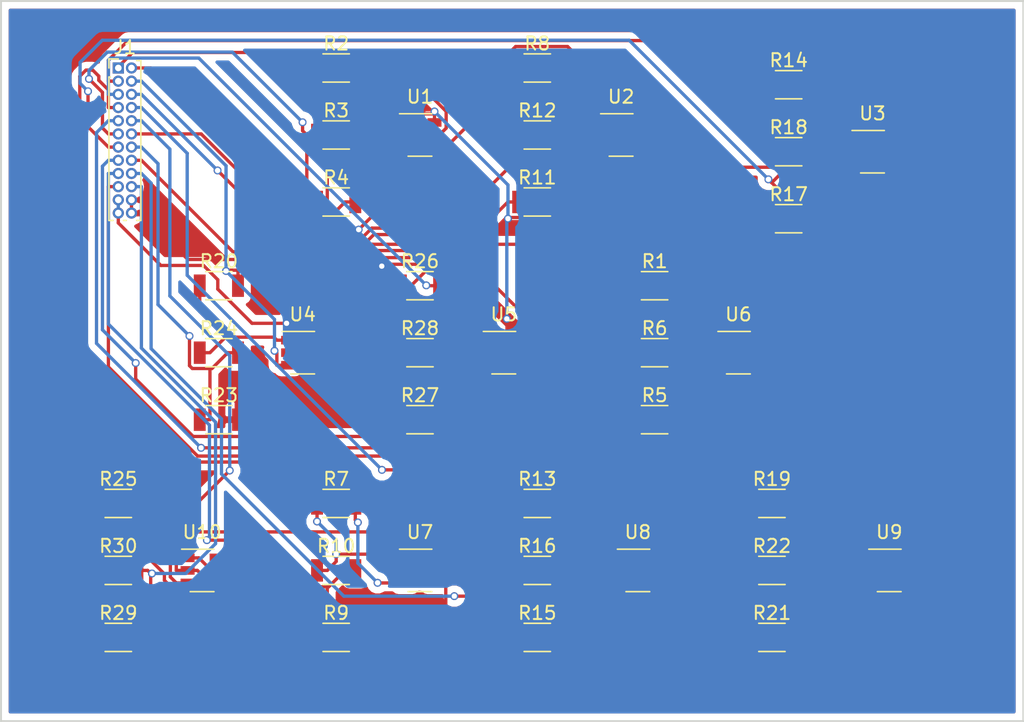
<source format=kicad_pcb>
(kicad_pcb (version 4) (host pcbnew 4.0.7)

  (general
    (links 102)
    (no_connects 0)
    (area 104.064999 69.774999 181.685001 124.535001)
    (thickness 1.6)
    (drawings 4)
    (tracks 626)
    (zones 0)
    (modules 41)
    (nets 33)
  )

  (page A4)
  (layers
    (0 F.Cu signal)
    (31 B.Cu signal)
    (32 B.Adhes user)
    (33 F.Adhes user)
    (34 B.Paste user)
    (35 F.Paste user)
    (36 B.SilkS user)
    (37 F.SilkS user)
    (38 B.Mask user)
    (39 F.Mask user)
    (40 Dwgs.User user)
    (41 Cmts.User user)
    (42 Eco1.User user)
    (43 Eco2.User user)
    (44 Edge.Cuts user)
    (45 Margin user)
    (46 B.CrtYd user)
    (47 F.CrtYd user)
    (48 B.Fab user)
    (49 F.Fab user)
  )

  (setup
    (last_trace_width 0.25)
    (trace_clearance 0.2)
    (zone_clearance 0.508)
    (zone_45_only no)
    (trace_min 0.2)
    (segment_width 0.2)
    (edge_width 0.15)
    (via_size 0.6)
    (via_drill 0.4)
    (via_min_size 0.4)
    (via_min_drill 0.3)
    (uvia_size 0.3)
    (uvia_drill 0.1)
    (uvias_allowed no)
    (uvia_min_size 0.2)
    (uvia_min_drill 0.1)
    (pcb_text_width 0.3)
    (pcb_text_size 1.5 1.5)
    (mod_edge_width 0.15)
    (mod_text_size 1 1)
    (mod_text_width 0.15)
    (pad_size 1.524 1.524)
    (pad_drill 0.762)
    (pad_to_mask_clearance 0.2)
    (aux_axis_origin 0 0)
    (visible_elements 7FFFFFFF)
    (pcbplotparams
      (layerselection 0x010f0_80000001)
      (usegerberextensions false)
      (excludeedgelayer true)
      (linewidth 0.100000)
      (plotframeref false)
      (viasonmask false)
      (mode 1)
      (useauxorigin false)
      (hpglpennumber 1)
      (hpglpenspeed 20)
      (hpglpendiameter 15)
      (hpglpenoverlay 2)
      (psnegative false)
      (psa4output false)
      (plotreference true)
      (plotvalue true)
      (plotinvisibletext false)
      (padsonsilk false)
      (subtractmaskfromsilk false)
      (outputformat 1)
      (mirror false)
      (drillshape 0)
      (scaleselection 1)
      (outputdirectory ""))
  )

  (net 0 "")
  (net 1 /C1)
  (net 2 /C2)
  (net 3 /C3)
  (net 4 /C4)
  (net 5 /C5)
  (net 6 /C6)
  (net 7 /C7)
  (net 8 /C8)
  (net 9 /C9)
  (net 10 /C10)
  (net 11 /C11)
  (net 12 /C12)
  (net 13 /C13)
  (net 14 /C14)
  (net 15 /C15)
  (net 16 /C16)
  (net 17 /C17)
  (net 18 /C18)
  (net 19 /C19)
  (net 20 /C20)
  (net 21 GND)
  (net 22 VDD)
  (net 23 "Net-(R1-Pad1)")
  (net 24 "Net-(R2-Pad1)")
  (net 25 "Net-(R10-Pad1)")
  (net 26 "Net-(R12-Pad1)")
  (net 27 "Net-(R13-Pad1)")
  (net 28 "Net-(R14-Pad1)")
  (net 29 "Net-(R19-Pad1)")
  (net 30 "Net-(R20-Pad1)")
  (net 31 "Net-(R25-Pad1)")
  (net 32 "Net-(R26-Pad1)")

  (net_class Default "This is the default net class."
    (clearance 0.2)
    (trace_width 0.25)
    (via_dia 0.6)
    (via_drill 0.4)
    (uvia_dia 0.3)
    (uvia_drill 0.1)
    (add_net /C1)
    (add_net /C10)
    (add_net /C11)
    (add_net /C12)
    (add_net /C13)
    (add_net /C14)
    (add_net /C15)
    (add_net /C16)
    (add_net /C17)
    (add_net /C18)
    (add_net /C19)
    (add_net /C2)
    (add_net /C20)
    (add_net /C3)
    (add_net /C4)
    (add_net /C5)
    (add_net /C6)
    (add_net /C7)
    (add_net /C8)
    (add_net /C9)
    (add_net GND)
    (add_net "Net-(R1-Pad1)")
    (add_net "Net-(R10-Pad1)")
    (add_net "Net-(R12-Pad1)")
    (add_net "Net-(R13-Pad1)")
    (add_net "Net-(R14-Pad1)")
    (add_net "Net-(R19-Pad1)")
    (add_net "Net-(R2-Pad1)")
    (add_net "Net-(R20-Pad1)")
    (add_net "Net-(R25-Pad1)")
    (add_net "Net-(R26-Pad1)")
    (add_net VDD)
  )

  (module Pin_Headers:Pin_Header_Straight_2x12_Pitch1.00mm (layer F.Cu) (tedit 59B55815) (tstamp 5CB672C2)
    (at 113.03 74.93)
    (descr "Through hole straight pin header, 2x12, 1.00mm pitch, double rows")
    (tags "Through hole pin header THT 2x12 1.00mm double row")
    (path /5CB68FA0)
    (fp_text reference J1 (at 0.5 -1.56) (layer F.SilkS)
      (effects (font (size 1 1) (thickness 0.15)))
    )
    (fp_text value Conn_02x12_Odd_Even (at 0.5 12.56) (layer F.Fab)
      (effects (font (size 1 1) (thickness 0.15)))
    )
    (fp_line (start -0.075 -0.5) (end 1.65 -0.5) (layer F.Fab) (width 0.1))
    (fp_line (start 1.65 -0.5) (end 1.65 11.5) (layer F.Fab) (width 0.1))
    (fp_line (start 1.65 11.5) (end -0.65 11.5) (layer F.Fab) (width 0.1))
    (fp_line (start -0.65 11.5) (end -0.65 0.075) (layer F.Fab) (width 0.1))
    (fp_line (start -0.65 0.075) (end -0.075 -0.5) (layer F.Fab) (width 0.1))
    (fp_line (start -0.71 11.56) (end -0.394493 11.56) (layer F.SilkS) (width 0.12))
    (fp_line (start 1.394493 11.56) (end 1.71 11.56) (layer F.SilkS) (width 0.12))
    (fp_line (start 0.394493 11.56) (end 0.605507 11.56) (layer F.SilkS) (width 0.12))
    (fp_line (start -0.71 0.685) (end -0.71 11.56) (layer F.SilkS) (width 0.12))
    (fp_line (start 1.71 -0.56) (end 1.71 11.56) (layer F.SilkS) (width 0.12))
    (fp_line (start -0.71 0.685) (end -0.608276 0.685) (layer F.SilkS) (width 0.12))
    (fp_line (start 1.394493 -0.56) (end 1.71 -0.56) (layer F.SilkS) (width 0.12))
    (fp_line (start -0.71 0) (end -0.71 -0.685) (layer F.SilkS) (width 0.12))
    (fp_line (start -0.71 -0.685) (end 0 -0.685) (layer F.SilkS) (width 0.12))
    (fp_line (start -1.15 -1) (end -1.15 12) (layer F.CrtYd) (width 0.05))
    (fp_line (start -1.15 12) (end 2.15 12) (layer F.CrtYd) (width 0.05))
    (fp_line (start 2.15 12) (end 2.15 -1) (layer F.CrtYd) (width 0.05))
    (fp_line (start 2.15 -1) (end -1.15 -1) (layer F.CrtYd) (width 0.05))
    (fp_text user %R (at 0.5 5.5 90) (layer F.Fab)
      (effects (font (size 1 1) (thickness 0.15)))
    )
    (pad 1 thru_hole rect (at 0 0) (size 0.85 0.85) (drill 0.5) (layers *.Cu *.Mask)
      (net 1 /C1))
    (pad 2 thru_hole oval (at 1 0) (size 0.85 0.85) (drill 0.5) (layers *.Cu *.Mask)
      (net 2 /C2))
    (pad 3 thru_hole oval (at 0 1) (size 0.85 0.85) (drill 0.5) (layers *.Cu *.Mask)
      (net 3 /C3))
    (pad 4 thru_hole oval (at 1 1) (size 0.85 0.85) (drill 0.5) (layers *.Cu *.Mask)
      (net 4 /C4))
    (pad 5 thru_hole oval (at 0 2) (size 0.85 0.85) (drill 0.5) (layers *.Cu *.Mask)
      (net 5 /C5))
    (pad 6 thru_hole oval (at 1 2) (size 0.85 0.85) (drill 0.5) (layers *.Cu *.Mask)
      (net 6 /C6))
    (pad 7 thru_hole oval (at 0 3) (size 0.85 0.85) (drill 0.5) (layers *.Cu *.Mask)
      (net 7 /C7))
    (pad 8 thru_hole oval (at 1 3) (size 0.85 0.85) (drill 0.5) (layers *.Cu *.Mask)
      (net 8 /C8))
    (pad 9 thru_hole oval (at 0 4) (size 0.85 0.85) (drill 0.5) (layers *.Cu *.Mask)
      (net 9 /C9))
    (pad 10 thru_hole oval (at 1 4) (size 0.85 0.85) (drill 0.5) (layers *.Cu *.Mask)
      (net 10 /C10))
    (pad 11 thru_hole oval (at 0 5) (size 0.85 0.85) (drill 0.5) (layers *.Cu *.Mask)
      (net 11 /C11))
    (pad 12 thru_hole oval (at 1 5) (size 0.85 0.85) (drill 0.5) (layers *.Cu *.Mask)
      (net 12 /C12))
    (pad 13 thru_hole oval (at 0 6) (size 0.85 0.85) (drill 0.5) (layers *.Cu *.Mask)
      (net 13 /C13))
    (pad 14 thru_hole oval (at 1 6) (size 0.85 0.85) (drill 0.5) (layers *.Cu *.Mask)
      (net 14 /C14))
    (pad 15 thru_hole oval (at 0 7) (size 0.85 0.85) (drill 0.5) (layers *.Cu *.Mask)
      (net 15 /C15))
    (pad 16 thru_hole oval (at 1 7) (size 0.85 0.85) (drill 0.5) (layers *.Cu *.Mask)
      (net 16 /C16))
    (pad 17 thru_hole oval (at 0 8) (size 0.85 0.85) (drill 0.5) (layers *.Cu *.Mask)
      (net 17 /C17))
    (pad 18 thru_hole oval (at 1 8) (size 0.85 0.85) (drill 0.5) (layers *.Cu *.Mask)
      (net 18 /C18))
    (pad 19 thru_hole oval (at 0 9) (size 0.85 0.85) (drill 0.5) (layers *.Cu *.Mask)
      (net 19 /C19))
    (pad 20 thru_hole oval (at 1 9) (size 0.85 0.85) (drill 0.5) (layers *.Cu *.Mask)
      (net 20 /C20))
    (pad 21 thru_hole oval (at 0 10) (size 0.85 0.85) (drill 0.5) (layers *.Cu *.Mask)
      (net 21 GND))
    (pad 22 thru_hole oval (at 1 10) (size 0.85 0.85) (drill 0.5) (layers *.Cu *.Mask)
      (net 22 VDD))
    (pad 23 thru_hole oval (at 0 11) (size 0.85 0.85) (drill 0.5) (layers *.Cu *.Mask)
      (net 21 GND))
    (pad 24 thru_hole oval (at 1 11) (size 0.85 0.85) (drill 0.5) (layers *.Cu *.Mask)
      (net 22 VDD))
    (model ${KISYS3DMOD}/Pin_Headers.3dshapes/Pin_Header_Straight_2x12_Pitch1.00mm.wrl
      (at (xyz 0 0 0))
      (scale (xyz 1 1 1))
      (rotate (xyz 0 0 0))
    )
  )

  (module Resistors_SMD:R_1206 (layer F.Cu) (tedit 58E0A804) (tstamp 5CB672C8)
    (at 153.67 91.44)
    (descr "Resistor SMD 1206, reflow soldering, Vishay (see dcrcw.pdf)")
    (tags "resistor 1206")
    (path /5CB652D9)
    (attr smd)
    (fp_text reference R1 (at 0 -1.85) (layer F.SilkS)
      (effects (font (size 1 1) (thickness 0.15)))
    )
    (fp_text value 1k (at 0 1.95) (layer F.Fab)
      (effects (font (size 1 1) (thickness 0.15)))
    )
    (fp_text user %R (at 0 0) (layer F.Fab)
      (effects (font (size 0.7 0.7) (thickness 0.105)))
    )
    (fp_line (start -1.6 0.8) (end -1.6 -0.8) (layer F.Fab) (width 0.1))
    (fp_line (start 1.6 0.8) (end -1.6 0.8) (layer F.Fab) (width 0.1))
    (fp_line (start 1.6 -0.8) (end 1.6 0.8) (layer F.Fab) (width 0.1))
    (fp_line (start -1.6 -0.8) (end 1.6 -0.8) (layer F.Fab) (width 0.1))
    (fp_line (start 1 1.07) (end -1 1.07) (layer F.SilkS) (width 0.12))
    (fp_line (start -1 -1.07) (end 1 -1.07) (layer F.SilkS) (width 0.12))
    (fp_line (start -2.15 -1.11) (end 2.15 -1.11) (layer F.CrtYd) (width 0.05))
    (fp_line (start -2.15 -1.11) (end -2.15 1.1) (layer F.CrtYd) (width 0.05))
    (fp_line (start 2.15 1.1) (end 2.15 -1.11) (layer F.CrtYd) (width 0.05))
    (fp_line (start 2.15 1.1) (end -2.15 1.1) (layer F.CrtYd) (width 0.05))
    (pad 1 smd rect (at -1.45 0) (size 0.9 1.7) (layers F.Cu F.Paste F.Mask)
      (net 23 "Net-(R1-Pad1)"))
    (pad 2 smd rect (at 1.45 0) (size 0.9 1.7) (layers F.Cu F.Paste F.Mask)
      (net 6 /C6))
    (model ${KISYS3DMOD}/Resistors_SMD.3dshapes/R_1206.wrl
      (at (xyz 0 0 0))
      (scale (xyz 1 1 1))
      (rotate (xyz 0 0 0))
    )
  )

  (module Resistors_SMD:R_1206 (layer F.Cu) (tedit 58E0A804) (tstamp 5CB672CE)
    (at 129.54 74.93)
    (descr "Resistor SMD 1206, reflow soldering, Vishay (see dcrcw.pdf)")
    (tags "resistor 1206")
    (path /5CB652DB)
    (attr smd)
    (fp_text reference R2 (at 0 -1.85) (layer F.SilkS)
      (effects (font (size 1 1) (thickness 0.15)))
    )
    (fp_text value 1k (at 0 1.95) (layer F.Fab)
      (effects (font (size 1 1) (thickness 0.15)))
    )
    (fp_text user %R (at 0 0) (layer F.Fab)
      (effects (font (size 0.7 0.7) (thickness 0.105)))
    )
    (fp_line (start -1.6 0.8) (end -1.6 -0.8) (layer F.Fab) (width 0.1))
    (fp_line (start 1.6 0.8) (end -1.6 0.8) (layer F.Fab) (width 0.1))
    (fp_line (start 1.6 -0.8) (end 1.6 0.8) (layer F.Fab) (width 0.1))
    (fp_line (start -1.6 -0.8) (end 1.6 -0.8) (layer F.Fab) (width 0.1))
    (fp_line (start 1 1.07) (end -1 1.07) (layer F.SilkS) (width 0.12))
    (fp_line (start -1 -1.07) (end 1 -1.07) (layer F.SilkS) (width 0.12))
    (fp_line (start -2.15 -1.11) (end 2.15 -1.11) (layer F.CrtYd) (width 0.05))
    (fp_line (start -2.15 -1.11) (end -2.15 1.1) (layer F.CrtYd) (width 0.05))
    (fp_line (start 2.15 1.1) (end 2.15 -1.11) (layer F.CrtYd) (width 0.05))
    (fp_line (start 2.15 1.1) (end -2.15 1.1) (layer F.CrtYd) (width 0.05))
    (pad 1 smd rect (at -1.45 0) (size 0.9 1.7) (layers F.Cu F.Paste F.Mask)
      (net 24 "Net-(R2-Pad1)"))
    (pad 2 smd rect (at 1.45 0) (size 0.9 1.7) (layers F.Cu F.Paste F.Mask)
      (net 1 /C1))
    (model ${KISYS3DMOD}/Resistors_SMD.3dshapes/R_1206.wrl
      (at (xyz 0 0 0))
      (scale (xyz 1 1 1))
      (rotate (xyz 0 0 0))
    )
  )

  (module Resistors_SMD:R_1206 (layer F.Cu) (tedit 58E0A804) (tstamp 5CB672D4)
    (at 129.54 80.01)
    (descr "Resistor SMD 1206, reflow soldering, Vishay (see dcrcw.pdf)")
    (tags "resistor 1206")
    (path /5CB652F7)
    (attr smd)
    (fp_text reference R3 (at 0 -1.85) (layer F.SilkS)
      (effects (font (size 1 1) (thickness 0.15)))
    )
    (fp_text value 1k (at 0 1.95) (layer F.Fab)
      (effects (font (size 1 1) (thickness 0.15)))
    )
    (fp_text user %R (at 0 0) (layer F.Fab)
      (effects (font (size 0.7 0.7) (thickness 0.105)))
    )
    (fp_line (start -1.6 0.8) (end -1.6 -0.8) (layer F.Fab) (width 0.1))
    (fp_line (start 1.6 0.8) (end -1.6 0.8) (layer F.Fab) (width 0.1))
    (fp_line (start 1.6 -0.8) (end 1.6 0.8) (layer F.Fab) (width 0.1))
    (fp_line (start -1.6 -0.8) (end 1.6 -0.8) (layer F.Fab) (width 0.1))
    (fp_line (start 1 1.07) (end -1 1.07) (layer F.SilkS) (width 0.12))
    (fp_line (start -1 -1.07) (end 1 -1.07) (layer F.SilkS) (width 0.12))
    (fp_line (start -2.15 -1.11) (end 2.15 -1.11) (layer F.CrtYd) (width 0.05))
    (fp_line (start -2.15 -1.11) (end -2.15 1.1) (layer F.CrtYd) (width 0.05))
    (fp_line (start 2.15 1.1) (end 2.15 -1.11) (layer F.CrtYd) (width 0.05))
    (fp_line (start 2.15 1.1) (end -2.15 1.1) (layer F.CrtYd) (width 0.05))
    (pad 1 smd rect (at -1.45 0) (size 0.9 1.7) (layers F.Cu F.Paste F.Mask)
      (net 11 /C11))
    (pad 2 smd rect (at 1.45 0) (size 0.9 1.7) (layers F.Cu F.Paste F.Mask)
      (net 22 VDD))
    (model ${KISYS3DMOD}/Resistors_SMD.3dshapes/R_1206.wrl
      (at (xyz 0 0 0))
      (scale (xyz 1 1 1))
      (rotate (xyz 0 0 0))
    )
  )

  (module Resistors_SMD:R_1206 (layer F.Cu) (tedit 58E0A804) (tstamp 5CB672DA)
    (at 129.54 85.09)
    (descr "Resistor SMD 1206, reflow soldering, Vishay (see dcrcw.pdf)")
    (tags "resistor 1206")
    (path /5CB652F8)
    (attr smd)
    (fp_text reference R4 (at 0 -1.85) (layer F.SilkS)
      (effects (font (size 1 1) (thickness 0.15)))
    )
    (fp_text value 1k (at 0 1.95) (layer F.Fab)
      (effects (font (size 1 1) (thickness 0.15)))
    )
    (fp_text user %R (at 0 0) (layer F.Fab)
      (effects (font (size 0.7 0.7) (thickness 0.105)))
    )
    (fp_line (start -1.6 0.8) (end -1.6 -0.8) (layer F.Fab) (width 0.1))
    (fp_line (start 1.6 0.8) (end -1.6 0.8) (layer F.Fab) (width 0.1))
    (fp_line (start 1.6 -0.8) (end 1.6 0.8) (layer F.Fab) (width 0.1))
    (fp_line (start -1.6 -0.8) (end 1.6 -0.8) (layer F.Fab) (width 0.1))
    (fp_line (start 1 1.07) (end -1 1.07) (layer F.SilkS) (width 0.12))
    (fp_line (start -1 -1.07) (end 1 -1.07) (layer F.SilkS) (width 0.12))
    (fp_line (start -2.15 -1.11) (end 2.15 -1.11) (layer F.CrtYd) (width 0.05))
    (fp_line (start -2.15 -1.11) (end -2.15 1.1) (layer F.CrtYd) (width 0.05))
    (fp_line (start 2.15 1.1) (end 2.15 -1.11) (layer F.CrtYd) (width 0.05))
    (fp_line (start 2.15 1.1) (end -2.15 1.1) (layer F.CrtYd) (width 0.05))
    (pad 1 smd rect (at -1.45 0) (size 0.9 1.7) (layers F.Cu F.Paste F.Mask)
      (net 24 "Net-(R2-Pad1)"))
    (pad 2 smd rect (at 1.45 0) (size 0.9 1.7) (layers F.Cu F.Paste F.Mask)
      (net 11 /C11))
    (model ${KISYS3DMOD}/Resistors_SMD.3dshapes/R_1206.wrl
      (at (xyz 0 0 0))
      (scale (xyz 1 1 1))
      (rotate (xyz 0 0 0))
    )
  )

  (module Resistors_SMD:R_1206 (layer F.Cu) (tedit 58E0A804) (tstamp 5CB672E0)
    (at 153.67 101.6)
    (descr "Resistor SMD 1206, reflow soldering, Vishay (see dcrcw.pdf)")
    (tags "resistor 1206")
    (path /5CB65302)
    (attr smd)
    (fp_text reference R5 (at 0 -1.85) (layer F.SilkS)
      (effects (font (size 1 1) (thickness 0.15)))
    )
    (fp_text value 1k (at 0 1.95) (layer F.Fab)
      (effects (font (size 1 1) (thickness 0.15)))
    )
    (fp_text user %R (at 0 0) (layer F.Fab)
      (effects (font (size 0.7 0.7) (thickness 0.105)))
    )
    (fp_line (start -1.6 0.8) (end -1.6 -0.8) (layer F.Fab) (width 0.1))
    (fp_line (start 1.6 0.8) (end -1.6 0.8) (layer F.Fab) (width 0.1))
    (fp_line (start 1.6 -0.8) (end 1.6 0.8) (layer F.Fab) (width 0.1))
    (fp_line (start -1.6 -0.8) (end 1.6 -0.8) (layer F.Fab) (width 0.1))
    (fp_line (start 1 1.07) (end -1 1.07) (layer F.SilkS) (width 0.12))
    (fp_line (start -1 -1.07) (end 1 -1.07) (layer F.SilkS) (width 0.12))
    (fp_line (start -2.15 -1.11) (end 2.15 -1.11) (layer F.CrtYd) (width 0.05))
    (fp_line (start -2.15 -1.11) (end -2.15 1.1) (layer F.CrtYd) (width 0.05))
    (fp_line (start 2.15 1.1) (end 2.15 -1.11) (layer F.CrtYd) (width 0.05))
    (fp_line (start 2.15 1.1) (end -2.15 1.1) (layer F.CrtYd) (width 0.05))
    (pad 1 smd rect (at -1.45 0) (size 0.9 1.7) (layers F.Cu F.Paste F.Mask)
      (net 16 /C16))
    (pad 2 smd rect (at 1.45 0) (size 0.9 1.7) (layers F.Cu F.Paste F.Mask)
      (net 22 VDD))
    (model ${KISYS3DMOD}/Resistors_SMD.3dshapes/R_1206.wrl
      (at (xyz 0 0 0))
      (scale (xyz 1 1 1))
      (rotate (xyz 0 0 0))
    )
  )

  (module Resistors_SMD:R_1206 (layer F.Cu) (tedit 58E0A804) (tstamp 5CB672E6)
    (at 153.67 96.52)
    (descr "Resistor SMD 1206, reflow soldering, Vishay (see dcrcw.pdf)")
    (tags "resistor 1206")
    (path /5CB65301)
    (attr smd)
    (fp_text reference R6 (at 0 -1.85) (layer F.SilkS)
      (effects (font (size 1 1) (thickness 0.15)))
    )
    (fp_text value 1k (at 0 1.95) (layer F.Fab)
      (effects (font (size 1 1) (thickness 0.15)))
    )
    (fp_text user %R (at 0 0) (layer F.Fab)
      (effects (font (size 0.7 0.7) (thickness 0.105)))
    )
    (fp_line (start -1.6 0.8) (end -1.6 -0.8) (layer F.Fab) (width 0.1))
    (fp_line (start 1.6 0.8) (end -1.6 0.8) (layer F.Fab) (width 0.1))
    (fp_line (start 1.6 -0.8) (end 1.6 0.8) (layer F.Fab) (width 0.1))
    (fp_line (start -1.6 -0.8) (end 1.6 -0.8) (layer F.Fab) (width 0.1))
    (fp_line (start 1 1.07) (end -1 1.07) (layer F.SilkS) (width 0.12))
    (fp_line (start -1 -1.07) (end 1 -1.07) (layer F.SilkS) (width 0.12))
    (fp_line (start -2.15 -1.11) (end 2.15 -1.11) (layer F.CrtYd) (width 0.05))
    (fp_line (start -2.15 -1.11) (end -2.15 1.1) (layer F.CrtYd) (width 0.05))
    (fp_line (start 2.15 1.1) (end 2.15 -1.11) (layer F.CrtYd) (width 0.05))
    (fp_line (start 2.15 1.1) (end -2.15 1.1) (layer F.CrtYd) (width 0.05))
    (pad 1 smd rect (at -1.45 0) (size 0.9 1.7) (layers F.Cu F.Paste F.Mask)
      (net 23 "Net-(R1-Pad1)"))
    (pad 2 smd rect (at 1.45 0) (size 0.9 1.7) (layers F.Cu F.Paste F.Mask)
      (net 16 /C16))
    (model ${KISYS3DMOD}/Resistors_SMD.3dshapes/R_1206.wrl
      (at (xyz 0 0 0))
      (scale (xyz 1 1 1))
      (rotate (xyz 0 0 0))
    )
  )

  (module Resistors_SMD:R_1206 (layer F.Cu) (tedit 58E0A804) (tstamp 5CB672EC)
    (at 129.54 107.95)
    (descr "Resistor SMD 1206, reflow soldering, Vishay (see dcrcw.pdf)")
    (tags "resistor 1206")
    (path /5CB652E2)
    (attr smd)
    (fp_text reference R7 (at 0 -1.85) (layer F.SilkS)
      (effects (font (size 1 1) (thickness 0.15)))
    )
    (fp_text value 1k (at 0 1.95) (layer F.Fab)
      (effects (font (size 1 1) (thickness 0.15)))
    )
    (fp_text user %R (at 0 0) (layer F.Fab)
      (effects (font (size 0.7 0.7) (thickness 0.105)))
    )
    (fp_line (start -1.6 0.8) (end -1.6 -0.8) (layer F.Fab) (width 0.1))
    (fp_line (start 1.6 0.8) (end -1.6 0.8) (layer F.Fab) (width 0.1))
    (fp_line (start 1.6 -0.8) (end 1.6 0.8) (layer F.Fab) (width 0.1))
    (fp_line (start -1.6 -0.8) (end 1.6 -0.8) (layer F.Fab) (width 0.1))
    (fp_line (start 1 1.07) (end -1 1.07) (layer F.SilkS) (width 0.12))
    (fp_line (start -1 -1.07) (end 1 -1.07) (layer F.SilkS) (width 0.12))
    (fp_line (start -2.15 -1.11) (end 2.15 -1.11) (layer F.CrtYd) (width 0.05))
    (fp_line (start -2.15 -1.11) (end -2.15 1.1) (layer F.CrtYd) (width 0.05))
    (fp_line (start 2.15 1.1) (end 2.15 -1.11) (layer F.CrtYd) (width 0.05))
    (fp_line (start 2.15 1.1) (end -2.15 1.1) (layer F.CrtYd) (width 0.05))
    (pad 1 smd rect (at -1.45 0) (size 0.9 1.7) (layers F.Cu F.Paste F.Mask)
      (net 25 "Net-(R10-Pad1)"))
    (pad 2 smd rect (at 1.45 0) (size 0.9 1.7) (layers F.Cu F.Paste F.Mask)
      (net 7 /C7))
    (model ${KISYS3DMOD}/Resistors_SMD.3dshapes/R_1206.wrl
      (at (xyz 0 0 0))
      (scale (xyz 1 1 1))
      (rotate (xyz 0 0 0))
    )
  )

  (module Resistors_SMD:R_1206 (layer F.Cu) (tedit 58E0A804) (tstamp 5CB672F2)
    (at 144.78 74.93)
    (descr "Resistor SMD 1206, reflow soldering, Vishay (see dcrcw.pdf)")
    (tags "resistor 1206")
    (path /5CB652DC)
    (attr smd)
    (fp_text reference R8 (at 0 -1.85) (layer F.SilkS)
      (effects (font (size 1 1) (thickness 0.15)))
    )
    (fp_text value 1k (at 0 1.95) (layer F.Fab)
      (effects (font (size 1 1) (thickness 0.15)))
    )
    (fp_text user %R (at 0 0) (layer F.Fab)
      (effects (font (size 0.7 0.7) (thickness 0.105)))
    )
    (fp_line (start -1.6 0.8) (end -1.6 -0.8) (layer F.Fab) (width 0.1))
    (fp_line (start 1.6 0.8) (end -1.6 0.8) (layer F.Fab) (width 0.1))
    (fp_line (start 1.6 -0.8) (end 1.6 0.8) (layer F.Fab) (width 0.1))
    (fp_line (start -1.6 -0.8) (end 1.6 -0.8) (layer F.Fab) (width 0.1))
    (fp_line (start 1 1.07) (end -1 1.07) (layer F.SilkS) (width 0.12))
    (fp_line (start -1 -1.07) (end 1 -1.07) (layer F.SilkS) (width 0.12))
    (fp_line (start -2.15 -1.11) (end 2.15 -1.11) (layer F.CrtYd) (width 0.05))
    (fp_line (start -2.15 -1.11) (end -2.15 1.1) (layer F.CrtYd) (width 0.05))
    (fp_line (start 2.15 1.1) (end 2.15 -1.11) (layer F.CrtYd) (width 0.05))
    (fp_line (start 2.15 1.1) (end -2.15 1.1) (layer F.CrtYd) (width 0.05))
    (pad 1 smd rect (at -1.45 0) (size 0.9 1.7) (layers F.Cu F.Paste F.Mask)
      (net 26 "Net-(R12-Pad1)"))
    (pad 2 smd rect (at 1.45 0) (size 0.9 1.7) (layers F.Cu F.Paste F.Mask)
      (net 2 /C2))
    (model ${KISYS3DMOD}/Resistors_SMD.3dshapes/R_1206.wrl
      (at (xyz 0 0 0))
      (scale (xyz 1 1 1))
      (rotate (xyz 0 0 0))
    )
  )

  (module Resistors_SMD:R_1206 (layer F.Cu) (tedit 58E0A804) (tstamp 5CB672F8)
    (at 129.54 118.11)
    (descr "Resistor SMD 1206, reflow soldering, Vishay (see dcrcw.pdf)")
    (tags "resistor 1206")
    (path /5CB65303)
    (attr smd)
    (fp_text reference R9 (at 0 -1.85) (layer F.SilkS)
      (effects (font (size 1 1) (thickness 0.15)))
    )
    (fp_text value 1k (at 0 1.95) (layer F.Fab)
      (effects (font (size 1 1) (thickness 0.15)))
    )
    (fp_text user %R (at 0 0) (layer F.Fab)
      (effects (font (size 0.7 0.7) (thickness 0.105)))
    )
    (fp_line (start -1.6 0.8) (end -1.6 -0.8) (layer F.Fab) (width 0.1))
    (fp_line (start 1.6 0.8) (end -1.6 0.8) (layer F.Fab) (width 0.1))
    (fp_line (start 1.6 -0.8) (end 1.6 0.8) (layer F.Fab) (width 0.1))
    (fp_line (start -1.6 -0.8) (end 1.6 -0.8) (layer F.Fab) (width 0.1))
    (fp_line (start 1 1.07) (end -1 1.07) (layer F.SilkS) (width 0.12))
    (fp_line (start -1 -1.07) (end 1 -1.07) (layer F.SilkS) (width 0.12))
    (fp_line (start -2.15 -1.11) (end 2.15 -1.11) (layer F.CrtYd) (width 0.05))
    (fp_line (start -2.15 -1.11) (end -2.15 1.1) (layer F.CrtYd) (width 0.05))
    (fp_line (start 2.15 1.1) (end 2.15 -1.11) (layer F.CrtYd) (width 0.05))
    (fp_line (start 2.15 1.1) (end -2.15 1.1) (layer F.CrtYd) (width 0.05))
    (pad 1 smd rect (at -1.45 0) (size 0.9 1.7) (layers F.Cu F.Paste F.Mask)
      (net 17 /C17))
    (pad 2 smd rect (at 1.45 0) (size 0.9 1.7) (layers F.Cu F.Paste F.Mask)
      (net 22 VDD))
    (model ${KISYS3DMOD}/Resistors_SMD.3dshapes/R_1206.wrl
      (at (xyz 0 0 0))
      (scale (xyz 1 1 1))
      (rotate (xyz 0 0 0))
    )
  )

  (module Resistors_SMD:R_1206 (layer F.Cu) (tedit 58E0A804) (tstamp 5CB672FE)
    (at 129.54 113.03)
    (descr "Resistor SMD 1206, reflow soldering, Vishay (see dcrcw.pdf)")
    (tags "resistor 1206")
    (path /5CB65300)
    (attr smd)
    (fp_text reference R10 (at 0 -1.85) (layer F.SilkS)
      (effects (font (size 1 1) (thickness 0.15)))
    )
    (fp_text value 1k (at 0 1.95) (layer F.Fab)
      (effects (font (size 1 1) (thickness 0.15)))
    )
    (fp_text user %R (at 0 0) (layer F.Fab)
      (effects (font (size 0.7 0.7) (thickness 0.105)))
    )
    (fp_line (start -1.6 0.8) (end -1.6 -0.8) (layer F.Fab) (width 0.1))
    (fp_line (start 1.6 0.8) (end -1.6 0.8) (layer F.Fab) (width 0.1))
    (fp_line (start 1.6 -0.8) (end 1.6 0.8) (layer F.Fab) (width 0.1))
    (fp_line (start -1.6 -0.8) (end 1.6 -0.8) (layer F.Fab) (width 0.1))
    (fp_line (start 1 1.07) (end -1 1.07) (layer F.SilkS) (width 0.12))
    (fp_line (start -1 -1.07) (end 1 -1.07) (layer F.SilkS) (width 0.12))
    (fp_line (start -2.15 -1.11) (end 2.15 -1.11) (layer F.CrtYd) (width 0.05))
    (fp_line (start -2.15 -1.11) (end -2.15 1.1) (layer F.CrtYd) (width 0.05))
    (fp_line (start 2.15 1.1) (end 2.15 -1.11) (layer F.CrtYd) (width 0.05))
    (fp_line (start 2.15 1.1) (end -2.15 1.1) (layer F.CrtYd) (width 0.05))
    (pad 1 smd rect (at -1.45 0) (size 0.9 1.7) (layers F.Cu F.Paste F.Mask)
      (net 25 "Net-(R10-Pad1)"))
    (pad 2 smd rect (at 1.45 0) (size 0.9 1.7) (layers F.Cu F.Paste F.Mask)
      (net 17 /C17))
    (model ${KISYS3DMOD}/Resistors_SMD.3dshapes/R_1206.wrl
      (at (xyz 0 0 0))
      (scale (xyz 1 1 1))
      (rotate (xyz 0 0 0))
    )
  )

  (module Resistors_SMD:R_1206 (layer F.Cu) (tedit 58E0A804) (tstamp 5CB67304)
    (at 144.78 85.09)
    (descr "Resistor SMD 1206, reflow soldering, Vishay (see dcrcw.pdf)")
    (tags "resistor 1206")
    (path /5CB6530A)
    (attr smd)
    (fp_text reference R11 (at 0 -1.85) (layer F.SilkS)
      (effects (font (size 1 1) (thickness 0.15)))
    )
    (fp_text value 1k (at 0 1.95) (layer F.Fab)
      (effects (font (size 1 1) (thickness 0.15)))
    )
    (fp_text user %R (at 0 0) (layer F.Fab)
      (effects (font (size 0.7 0.7) (thickness 0.105)))
    )
    (fp_line (start -1.6 0.8) (end -1.6 -0.8) (layer F.Fab) (width 0.1))
    (fp_line (start 1.6 0.8) (end -1.6 0.8) (layer F.Fab) (width 0.1))
    (fp_line (start 1.6 -0.8) (end 1.6 0.8) (layer F.Fab) (width 0.1))
    (fp_line (start -1.6 -0.8) (end 1.6 -0.8) (layer F.Fab) (width 0.1))
    (fp_line (start 1 1.07) (end -1 1.07) (layer F.SilkS) (width 0.12))
    (fp_line (start -1 -1.07) (end 1 -1.07) (layer F.SilkS) (width 0.12))
    (fp_line (start -2.15 -1.11) (end 2.15 -1.11) (layer F.CrtYd) (width 0.05))
    (fp_line (start -2.15 -1.11) (end -2.15 1.1) (layer F.CrtYd) (width 0.05))
    (fp_line (start 2.15 1.1) (end 2.15 -1.11) (layer F.CrtYd) (width 0.05))
    (fp_line (start 2.15 1.1) (end -2.15 1.1) (layer F.CrtYd) (width 0.05))
    (pad 1 smd rect (at -1.45 0) (size 0.9 1.7) (layers F.Cu F.Paste F.Mask)
      (net 12 /C12))
    (pad 2 smd rect (at 1.45 0) (size 0.9 1.7) (layers F.Cu F.Paste F.Mask)
      (net 22 VDD))
    (model ${KISYS3DMOD}/Resistors_SMD.3dshapes/R_1206.wrl
      (at (xyz 0 0 0))
      (scale (xyz 1 1 1))
      (rotate (xyz 0 0 0))
    )
  )

  (module Resistors_SMD:R_1206 (layer F.Cu) (tedit 58E0A804) (tstamp 5CB6730A)
    (at 144.78 80.01)
    (descr "Resistor SMD 1206, reflow soldering, Vishay (see dcrcw.pdf)")
    (tags "resistor 1206")
    (path /5CB652F9)
    (attr smd)
    (fp_text reference R12 (at 0 -1.85) (layer F.SilkS)
      (effects (font (size 1 1) (thickness 0.15)))
    )
    (fp_text value 1k (at 0 1.95) (layer F.Fab)
      (effects (font (size 1 1) (thickness 0.15)))
    )
    (fp_text user %R (at 0 0) (layer F.Fab)
      (effects (font (size 0.7 0.7) (thickness 0.105)))
    )
    (fp_line (start -1.6 0.8) (end -1.6 -0.8) (layer F.Fab) (width 0.1))
    (fp_line (start 1.6 0.8) (end -1.6 0.8) (layer F.Fab) (width 0.1))
    (fp_line (start 1.6 -0.8) (end 1.6 0.8) (layer F.Fab) (width 0.1))
    (fp_line (start -1.6 -0.8) (end 1.6 -0.8) (layer F.Fab) (width 0.1))
    (fp_line (start 1 1.07) (end -1 1.07) (layer F.SilkS) (width 0.12))
    (fp_line (start -1 -1.07) (end 1 -1.07) (layer F.SilkS) (width 0.12))
    (fp_line (start -2.15 -1.11) (end 2.15 -1.11) (layer F.CrtYd) (width 0.05))
    (fp_line (start -2.15 -1.11) (end -2.15 1.1) (layer F.CrtYd) (width 0.05))
    (fp_line (start 2.15 1.1) (end 2.15 -1.11) (layer F.CrtYd) (width 0.05))
    (fp_line (start 2.15 1.1) (end -2.15 1.1) (layer F.CrtYd) (width 0.05))
    (pad 1 smd rect (at -1.45 0) (size 0.9 1.7) (layers F.Cu F.Paste F.Mask)
      (net 26 "Net-(R12-Pad1)"))
    (pad 2 smd rect (at 1.45 0) (size 0.9 1.7) (layers F.Cu F.Paste F.Mask)
      (net 12 /C12))
    (model ${KISYS3DMOD}/Resistors_SMD.3dshapes/R_1206.wrl
      (at (xyz 0 0 0))
      (scale (xyz 1 1 1))
      (rotate (xyz 0 0 0))
    )
  )

  (module Resistors_SMD:R_1206 (layer F.Cu) (tedit 58E0A804) (tstamp 5CB67310)
    (at 144.78 107.95)
    (descr "Resistor SMD 1206, reflow soldering, Vishay (see dcrcw.pdf)")
    (tags "resistor 1206")
    (path /5CB652E1)
    (attr smd)
    (fp_text reference R13 (at 0 -1.85) (layer F.SilkS)
      (effects (font (size 1 1) (thickness 0.15)))
    )
    (fp_text value 1k (at 0 1.95) (layer F.Fab)
      (effects (font (size 1 1) (thickness 0.15)))
    )
    (fp_text user %R (at 0 0) (layer F.Fab)
      (effects (font (size 0.7 0.7) (thickness 0.105)))
    )
    (fp_line (start -1.6 0.8) (end -1.6 -0.8) (layer F.Fab) (width 0.1))
    (fp_line (start 1.6 0.8) (end -1.6 0.8) (layer F.Fab) (width 0.1))
    (fp_line (start 1.6 -0.8) (end 1.6 0.8) (layer F.Fab) (width 0.1))
    (fp_line (start -1.6 -0.8) (end 1.6 -0.8) (layer F.Fab) (width 0.1))
    (fp_line (start 1 1.07) (end -1 1.07) (layer F.SilkS) (width 0.12))
    (fp_line (start -1 -1.07) (end 1 -1.07) (layer F.SilkS) (width 0.12))
    (fp_line (start -2.15 -1.11) (end 2.15 -1.11) (layer F.CrtYd) (width 0.05))
    (fp_line (start -2.15 -1.11) (end -2.15 1.1) (layer F.CrtYd) (width 0.05))
    (fp_line (start 2.15 1.1) (end 2.15 -1.11) (layer F.CrtYd) (width 0.05))
    (fp_line (start 2.15 1.1) (end -2.15 1.1) (layer F.CrtYd) (width 0.05))
    (pad 1 smd rect (at -1.45 0) (size 0.9 1.7) (layers F.Cu F.Paste F.Mask)
      (net 27 "Net-(R13-Pad1)"))
    (pad 2 smd rect (at 1.45 0) (size 0.9 1.7) (layers F.Cu F.Paste F.Mask)
      (net 8 /C8))
    (model ${KISYS3DMOD}/Resistors_SMD.3dshapes/R_1206.wrl
      (at (xyz 0 0 0))
      (scale (xyz 1 1 1))
      (rotate (xyz 0 0 0))
    )
  )

  (module Resistors_SMD:R_1206 (layer F.Cu) (tedit 58E0A804) (tstamp 5CB67316)
    (at 163.83 76.2)
    (descr "Resistor SMD 1206, reflow soldering, Vishay (see dcrcw.pdf)")
    (tags "resistor 1206")
    (path /5CB652DD)
    (attr smd)
    (fp_text reference R14 (at 0 -1.85) (layer F.SilkS)
      (effects (font (size 1 1) (thickness 0.15)))
    )
    (fp_text value 1k (at 0 1.95) (layer F.Fab)
      (effects (font (size 1 1) (thickness 0.15)))
    )
    (fp_text user %R (at 0 0) (layer F.Fab)
      (effects (font (size 0.7 0.7) (thickness 0.105)))
    )
    (fp_line (start -1.6 0.8) (end -1.6 -0.8) (layer F.Fab) (width 0.1))
    (fp_line (start 1.6 0.8) (end -1.6 0.8) (layer F.Fab) (width 0.1))
    (fp_line (start 1.6 -0.8) (end 1.6 0.8) (layer F.Fab) (width 0.1))
    (fp_line (start -1.6 -0.8) (end 1.6 -0.8) (layer F.Fab) (width 0.1))
    (fp_line (start 1 1.07) (end -1 1.07) (layer F.SilkS) (width 0.12))
    (fp_line (start -1 -1.07) (end 1 -1.07) (layer F.SilkS) (width 0.12))
    (fp_line (start -2.15 -1.11) (end 2.15 -1.11) (layer F.CrtYd) (width 0.05))
    (fp_line (start -2.15 -1.11) (end -2.15 1.1) (layer F.CrtYd) (width 0.05))
    (fp_line (start 2.15 1.1) (end 2.15 -1.11) (layer F.CrtYd) (width 0.05))
    (fp_line (start 2.15 1.1) (end -2.15 1.1) (layer F.CrtYd) (width 0.05))
    (pad 1 smd rect (at -1.45 0) (size 0.9 1.7) (layers F.Cu F.Paste F.Mask)
      (net 28 "Net-(R14-Pad1)"))
    (pad 2 smd rect (at 1.45 0) (size 0.9 1.7) (layers F.Cu F.Paste F.Mask)
      (net 3 /C3))
    (model ${KISYS3DMOD}/Resistors_SMD.3dshapes/R_1206.wrl
      (at (xyz 0 0 0))
      (scale (xyz 1 1 1))
      (rotate (xyz 0 0 0))
    )
  )

  (module Resistors_SMD:R_1206 (layer F.Cu) (tedit 58E0A804) (tstamp 5CB6731C)
    (at 144.78 118.11)
    (descr "Resistor SMD 1206, reflow soldering, Vishay (see dcrcw.pdf)")
    (tags "resistor 1206")
    (path /5CB65304)
    (attr smd)
    (fp_text reference R15 (at 0 -1.85) (layer F.SilkS)
      (effects (font (size 1 1) (thickness 0.15)))
    )
    (fp_text value 1k (at 0 1.95) (layer F.Fab)
      (effects (font (size 1 1) (thickness 0.15)))
    )
    (fp_text user %R (at 0 0) (layer F.Fab)
      (effects (font (size 0.7 0.7) (thickness 0.105)))
    )
    (fp_line (start -1.6 0.8) (end -1.6 -0.8) (layer F.Fab) (width 0.1))
    (fp_line (start 1.6 0.8) (end -1.6 0.8) (layer F.Fab) (width 0.1))
    (fp_line (start 1.6 -0.8) (end 1.6 0.8) (layer F.Fab) (width 0.1))
    (fp_line (start -1.6 -0.8) (end 1.6 -0.8) (layer F.Fab) (width 0.1))
    (fp_line (start 1 1.07) (end -1 1.07) (layer F.SilkS) (width 0.12))
    (fp_line (start -1 -1.07) (end 1 -1.07) (layer F.SilkS) (width 0.12))
    (fp_line (start -2.15 -1.11) (end 2.15 -1.11) (layer F.CrtYd) (width 0.05))
    (fp_line (start -2.15 -1.11) (end -2.15 1.1) (layer F.CrtYd) (width 0.05))
    (fp_line (start 2.15 1.1) (end 2.15 -1.11) (layer F.CrtYd) (width 0.05))
    (fp_line (start 2.15 1.1) (end -2.15 1.1) (layer F.CrtYd) (width 0.05))
    (pad 1 smd rect (at -1.45 0) (size 0.9 1.7) (layers F.Cu F.Paste F.Mask)
      (net 18 /C18))
    (pad 2 smd rect (at 1.45 0) (size 0.9 1.7) (layers F.Cu F.Paste F.Mask)
      (net 22 VDD))
    (model ${KISYS3DMOD}/Resistors_SMD.3dshapes/R_1206.wrl
      (at (xyz 0 0 0))
      (scale (xyz 1 1 1))
      (rotate (xyz 0 0 0))
    )
  )

  (module Resistors_SMD:R_1206 (layer F.Cu) (tedit 58E0A804) (tstamp 5CB67322)
    (at 144.78 113.03)
    (descr "Resistor SMD 1206, reflow soldering, Vishay (see dcrcw.pdf)")
    (tags "resistor 1206")
    (path /5CB652FF)
    (attr smd)
    (fp_text reference R16 (at 0 -1.85) (layer F.SilkS)
      (effects (font (size 1 1) (thickness 0.15)))
    )
    (fp_text value 1k (at 0 1.95) (layer F.Fab)
      (effects (font (size 1 1) (thickness 0.15)))
    )
    (fp_text user %R (at 0 0) (layer F.Fab)
      (effects (font (size 0.7 0.7) (thickness 0.105)))
    )
    (fp_line (start -1.6 0.8) (end -1.6 -0.8) (layer F.Fab) (width 0.1))
    (fp_line (start 1.6 0.8) (end -1.6 0.8) (layer F.Fab) (width 0.1))
    (fp_line (start 1.6 -0.8) (end 1.6 0.8) (layer F.Fab) (width 0.1))
    (fp_line (start -1.6 -0.8) (end 1.6 -0.8) (layer F.Fab) (width 0.1))
    (fp_line (start 1 1.07) (end -1 1.07) (layer F.SilkS) (width 0.12))
    (fp_line (start -1 -1.07) (end 1 -1.07) (layer F.SilkS) (width 0.12))
    (fp_line (start -2.15 -1.11) (end 2.15 -1.11) (layer F.CrtYd) (width 0.05))
    (fp_line (start -2.15 -1.11) (end -2.15 1.1) (layer F.CrtYd) (width 0.05))
    (fp_line (start 2.15 1.1) (end 2.15 -1.11) (layer F.CrtYd) (width 0.05))
    (fp_line (start 2.15 1.1) (end -2.15 1.1) (layer F.CrtYd) (width 0.05))
    (pad 1 smd rect (at -1.45 0) (size 0.9 1.7) (layers F.Cu F.Paste F.Mask)
      (net 27 "Net-(R13-Pad1)"))
    (pad 2 smd rect (at 1.45 0) (size 0.9 1.7) (layers F.Cu F.Paste F.Mask)
      (net 18 /C18))
    (model ${KISYS3DMOD}/Resistors_SMD.3dshapes/R_1206.wrl
      (at (xyz 0 0 0))
      (scale (xyz 1 1 1))
      (rotate (xyz 0 0 0))
    )
  )

  (module Resistors_SMD:R_1206 (layer F.Cu) (tedit 58E0A804) (tstamp 5CB67328)
    (at 163.83 86.36)
    (descr "Resistor SMD 1206, reflow soldering, Vishay (see dcrcw.pdf)")
    (tags "resistor 1206")
    (path /5CB65309)
    (attr smd)
    (fp_text reference R17 (at 0 -1.85) (layer F.SilkS)
      (effects (font (size 1 1) (thickness 0.15)))
    )
    (fp_text value 1k (at 0 1.95) (layer F.Fab)
      (effects (font (size 1 1) (thickness 0.15)))
    )
    (fp_text user %R (at 0 0) (layer F.Fab)
      (effects (font (size 0.7 0.7) (thickness 0.105)))
    )
    (fp_line (start -1.6 0.8) (end -1.6 -0.8) (layer F.Fab) (width 0.1))
    (fp_line (start 1.6 0.8) (end -1.6 0.8) (layer F.Fab) (width 0.1))
    (fp_line (start 1.6 -0.8) (end 1.6 0.8) (layer F.Fab) (width 0.1))
    (fp_line (start -1.6 -0.8) (end 1.6 -0.8) (layer F.Fab) (width 0.1))
    (fp_line (start 1 1.07) (end -1 1.07) (layer F.SilkS) (width 0.12))
    (fp_line (start -1 -1.07) (end 1 -1.07) (layer F.SilkS) (width 0.12))
    (fp_line (start -2.15 -1.11) (end 2.15 -1.11) (layer F.CrtYd) (width 0.05))
    (fp_line (start -2.15 -1.11) (end -2.15 1.1) (layer F.CrtYd) (width 0.05))
    (fp_line (start 2.15 1.1) (end 2.15 -1.11) (layer F.CrtYd) (width 0.05))
    (fp_line (start 2.15 1.1) (end -2.15 1.1) (layer F.CrtYd) (width 0.05))
    (pad 1 smd rect (at -1.45 0) (size 0.9 1.7) (layers F.Cu F.Paste F.Mask)
      (net 13 /C13))
    (pad 2 smd rect (at 1.45 0) (size 0.9 1.7) (layers F.Cu F.Paste F.Mask)
      (net 22 VDD))
    (model ${KISYS3DMOD}/Resistors_SMD.3dshapes/R_1206.wrl
      (at (xyz 0 0 0))
      (scale (xyz 1 1 1))
      (rotate (xyz 0 0 0))
    )
  )

  (module Resistors_SMD:R_1206 (layer F.Cu) (tedit 58E0A804) (tstamp 5CB6732E)
    (at 163.83 81.28)
    (descr "Resistor SMD 1206, reflow soldering, Vishay (see dcrcw.pdf)")
    (tags "resistor 1206")
    (path /5CB652FA)
    (attr smd)
    (fp_text reference R18 (at 0 -1.85) (layer F.SilkS)
      (effects (font (size 1 1) (thickness 0.15)))
    )
    (fp_text value 1k (at 0 1.95) (layer F.Fab)
      (effects (font (size 1 1) (thickness 0.15)))
    )
    (fp_text user %R (at 0 0) (layer F.Fab)
      (effects (font (size 0.7 0.7) (thickness 0.105)))
    )
    (fp_line (start -1.6 0.8) (end -1.6 -0.8) (layer F.Fab) (width 0.1))
    (fp_line (start 1.6 0.8) (end -1.6 0.8) (layer F.Fab) (width 0.1))
    (fp_line (start 1.6 -0.8) (end 1.6 0.8) (layer F.Fab) (width 0.1))
    (fp_line (start -1.6 -0.8) (end 1.6 -0.8) (layer F.Fab) (width 0.1))
    (fp_line (start 1 1.07) (end -1 1.07) (layer F.SilkS) (width 0.12))
    (fp_line (start -1 -1.07) (end 1 -1.07) (layer F.SilkS) (width 0.12))
    (fp_line (start -2.15 -1.11) (end 2.15 -1.11) (layer F.CrtYd) (width 0.05))
    (fp_line (start -2.15 -1.11) (end -2.15 1.1) (layer F.CrtYd) (width 0.05))
    (fp_line (start 2.15 1.1) (end 2.15 -1.11) (layer F.CrtYd) (width 0.05))
    (fp_line (start 2.15 1.1) (end -2.15 1.1) (layer F.CrtYd) (width 0.05))
    (pad 1 smd rect (at -1.45 0) (size 0.9 1.7) (layers F.Cu F.Paste F.Mask)
      (net 28 "Net-(R14-Pad1)"))
    (pad 2 smd rect (at 1.45 0) (size 0.9 1.7) (layers F.Cu F.Paste F.Mask)
      (net 13 /C13))
    (model ${KISYS3DMOD}/Resistors_SMD.3dshapes/R_1206.wrl
      (at (xyz 0 0 0))
      (scale (xyz 1 1 1))
      (rotate (xyz 0 0 0))
    )
  )

  (module Resistors_SMD:R_1206 (layer F.Cu) (tedit 58E0A804) (tstamp 5CB67334)
    (at 162.56 107.95)
    (descr "Resistor SMD 1206, reflow soldering, Vishay (see dcrcw.pdf)")
    (tags "resistor 1206")
    (path /5CB652E0)
    (attr smd)
    (fp_text reference R19 (at 0 -1.85) (layer F.SilkS)
      (effects (font (size 1 1) (thickness 0.15)))
    )
    (fp_text value 1k (at 0 1.95) (layer F.Fab)
      (effects (font (size 1 1) (thickness 0.15)))
    )
    (fp_text user %R (at 0 0) (layer F.Fab)
      (effects (font (size 0.7 0.7) (thickness 0.105)))
    )
    (fp_line (start -1.6 0.8) (end -1.6 -0.8) (layer F.Fab) (width 0.1))
    (fp_line (start 1.6 0.8) (end -1.6 0.8) (layer F.Fab) (width 0.1))
    (fp_line (start 1.6 -0.8) (end 1.6 0.8) (layer F.Fab) (width 0.1))
    (fp_line (start -1.6 -0.8) (end 1.6 -0.8) (layer F.Fab) (width 0.1))
    (fp_line (start 1 1.07) (end -1 1.07) (layer F.SilkS) (width 0.12))
    (fp_line (start -1 -1.07) (end 1 -1.07) (layer F.SilkS) (width 0.12))
    (fp_line (start -2.15 -1.11) (end 2.15 -1.11) (layer F.CrtYd) (width 0.05))
    (fp_line (start -2.15 -1.11) (end -2.15 1.1) (layer F.CrtYd) (width 0.05))
    (fp_line (start 2.15 1.1) (end 2.15 -1.11) (layer F.CrtYd) (width 0.05))
    (fp_line (start 2.15 1.1) (end -2.15 1.1) (layer F.CrtYd) (width 0.05))
    (pad 1 smd rect (at -1.45 0) (size 0.9 1.7) (layers F.Cu F.Paste F.Mask)
      (net 29 "Net-(R19-Pad1)"))
    (pad 2 smd rect (at 1.45 0) (size 0.9 1.7) (layers F.Cu F.Paste F.Mask)
      (net 9 /C9))
    (model ${KISYS3DMOD}/Resistors_SMD.3dshapes/R_1206.wrl
      (at (xyz 0 0 0))
      (scale (xyz 1 1 1))
      (rotate (xyz 0 0 0))
    )
  )

  (module Resistors_SMD:R_1206 (layer F.Cu) (tedit 58E0A804) (tstamp 5CB6733A)
    (at 120.65 91.44)
    (descr "Resistor SMD 1206, reflow soldering, Vishay (see dcrcw.pdf)")
    (tags "resistor 1206")
    (path /5CB652DE)
    (attr smd)
    (fp_text reference R20 (at 0 -1.85) (layer F.SilkS)
      (effects (font (size 1 1) (thickness 0.15)))
    )
    (fp_text value 1k (at 0 1.95) (layer F.Fab)
      (effects (font (size 1 1) (thickness 0.15)))
    )
    (fp_text user %R (at 0 0) (layer F.Fab)
      (effects (font (size 0.7 0.7) (thickness 0.105)))
    )
    (fp_line (start -1.6 0.8) (end -1.6 -0.8) (layer F.Fab) (width 0.1))
    (fp_line (start 1.6 0.8) (end -1.6 0.8) (layer F.Fab) (width 0.1))
    (fp_line (start 1.6 -0.8) (end 1.6 0.8) (layer F.Fab) (width 0.1))
    (fp_line (start -1.6 -0.8) (end 1.6 -0.8) (layer F.Fab) (width 0.1))
    (fp_line (start 1 1.07) (end -1 1.07) (layer F.SilkS) (width 0.12))
    (fp_line (start -1 -1.07) (end 1 -1.07) (layer F.SilkS) (width 0.12))
    (fp_line (start -2.15 -1.11) (end 2.15 -1.11) (layer F.CrtYd) (width 0.05))
    (fp_line (start -2.15 -1.11) (end -2.15 1.1) (layer F.CrtYd) (width 0.05))
    (fp_line (start 2.15 1.1) (end 2.15 -1.11) (layer F.CrtYd) (width 0.05))
    (fp_line (start 2.15 1.1) (end -2.15 1.1) (layer F.CrtYd) (width 0.05))
    (pad 1 smd rect (at -1.45 0) (size 0.9 1.7) (layers F.Cu F.Paste F.Mask)
      (net 30 "Net-(R20-Pad1)"))
    (pad 2 smd rect (at 1.45 0) (size 0.9 1.7) (layers F.Cu F.Paste F.Mask)
      (net 4 /C4))
    (model ${KISYS3DMOD}/Resistors_SMD.3dshapes/R_1206.wrl
      (at (xyz 0 0 0))
      (scale (xyz 1 1 1))
      (rotate (xyz 0 0 0))
    )
  )

  (module Resistors_SMD:R_1206 (layer F.Cu) (tedit 58E0A804) (tstamp 5CB67340)
    (at 162.56 118.11)
    (descr "Resistor SMD 1206, reflow soldering, Vishay (see dcrcw.pdf)")
    (tags "resistor 1206")
    (path /5CB65305)
    (attr smd)
    (fp_text reference R21 (at 0 -1.85) (layer F.SilkS)
      (effects (font (size 1 1) (thickness 0.15)))
    )
    (fp_text value 1k (at 0 1.95) (layer F.Fab)
      (effects (font (size 1 1) (thickness 0.15)))
    )
    (fp_text user %R (at 0 0) (layer F.Fab)
      (effects (font (size 0.7 0.7) (thickness 0.105)))
    )
    (fp_line (start -1.6 0.8) (end -1.6 -0.8) (layer F.Fab) (width 0.1))
    (fp_line (start 1.6 0.8) (end -1.6 0.8) (layer F.Fab) (width 0.1))
    (fp_line (start 1.6 -0.8) (end 1.6 0.8) (layer F.Fab) (width 0.1))
    (fp_line (start -1.6 -0.8) (end 1.6 -0.8) (layer F.Fab) (width 0.1))
    (fp_line (start 1 1.07) (end -1 1.07) (layer F.SilkS) (width 0.12))
    (fp_line (start -1 -1.07) (end 1 -1.07) (layer F.SilkS) (width 0.12))
    (fp_line (start -2.15 -1.11) (end 2.15 -1.11) (layer F.CrtYd) (width 0.05))
    (fp_line (start -2.15 -1.11) (end -2.15 1.1) (layer F.CrtYd) (width 0.05))
    (fp_line (start 2.15 1.1) (end 2.15 -1.11) (layer F.CrtYd) (width 0.05))
    (fp_line (start 2.15 1.1) (end -2.15 1.1) (layer F.CrtYd) (width 0.05))
    (pad 1 smd rect (at -1.45 0) (size 0.9 1.7) (layers F.Cu F.Paste F.Mask)
      (net 19 /C19))
    (pad 2 smd rect (at 1.45 0) (size 0.9 1.7) (layers F.Cu F.Paste F.Mask)
      (net 22 VDD))
    (model ${KISYS3DMOD}/Resistors_SMD.3dshapes/R_1206.wrl
      (at (xyz 0 0 0))
      (scale (xyz 1 1 1))
      (rotate (xyz 0 0 0))
    )
  )

  (module Resistors_SMD:R_1206 (layer F.Cu) (tedit 58E0A804) (tstamp 5CB67346)
    (at 162.56 113.03)
    (descr "Resistor SMD 1206, reflow soldering, Vishay (see dcrcw.pdf)")
    (tags "resistor 1206")
    (path /5CB652FE)
    (attr smd)
    (fp_text reference R22 (at 0 -1.85) (layer F.SilkS)
      (effects (font (size 1 1) (thickness 0.15)))
    )
    (fp_text value 1k (at 0 1.95) (layer F.Fab)
      (effects (font (size 1 1) (thickness 0.15)))
    )
    (fp_text user %R (at 0 0) (layer F.Fab)
      (effects (font (size 0.7 0.7) (thickness 0.105)))
    )
    (fp_line (start -1.6 0.8) (end -1.6 -0.8) (layer F.Fab) (width 0.1))
    (fp_line (start 1.6 0.8) (end -1.6 0.8) (layer F.Fab) (width 0.1))
    (fp_line (start 1.6 -0.8) (end 1.6 0.8) (layer F.Fab) (width 0.1))
    (fp_line (start -1.6 -0.8) (end 1.6 -0.8) (layer F.Fab) (width 0.1))
    (fp_line (start 1 1.07) (end -1 1.07) (layer F.SilkS) (width 0.12))
    (fp_line (start -1 -1.07) (end 1 -1.07) (layer F.SilkS) (width 0.12))
    (fp_line (start -2.15 -1.11) (end 2.15 -1.11) (layer F.CrtYd) (width 0.05))
    (fp_line (start -2.15 -1.11) (end -2.15 1.1) (layer F.CrtYd) (width 0.05))
    (fp_line (start 2.15 1.1) (end 2.15 -1.11) (layer F.CrtYd) (width 0.05))
    (fp_line (start 2.15 1.1) (end -2.15 1.1) (layer F.CrtYd) (width 0.05))
    (pad 1 smd rect (at -1.45 0) (size 0.9 1.7) (layers F.Cu F.Paste F.Mask)
      (net 29 "Net-(R19-Pad1)"))
    (pad 2 smd rect (at 1.45 0) (size 0.9 1.7) (layers F.Cu F.Paste F.Mask)
      (net 19 /C19))
    (model ${KISYS3DMOD}/Resistors_SMD.3dshapes/R_1206.wrl
      (at (xyz 0 0 0))
      (scale (xyz 1 1 1))
      (rotate (xyz 0 0 0))
    )
  )

  (module Resistors_SMD:R_1206 (layer F.Cu) (tedit 58E0A804) (tstamp 5CB6734C)
    (at 120.65 101.6)
    (descr "Resistor SMD 1206, reflow soldering, Vishay (see dcrcw.pdf)")
    (tags "resistor 1206")
    (path /5CB65308)
    (attr smd)
    (fp_text reference R23 (at 0 -1.85) (layer F.SilkS)
      (effects (font (size 1 1) (thickness 0.15)))
    )
    (fp_text value 1k (at 0 1.95) (layer F.Fab)
      (effects (font (size 1 1) (thickness 0.15)))
    )
    (fp_text user %R (at 0 0) (layer F.Fab)
      (effects (font (size 0.7 0.7) (thickness 0.105)))
    )
    (fp_line (start -1.6 0.8) (end -1.6 -0.8) (layer F.Fab) (width 0.1))
    (fp_line (start 1.6 0.8) (end -1.6 0.8) (layer F.Fab) (width 0.1))
    (fp_line (start 1.6 -0.8) (end 1.6 0.8) (layer F.Fab) (width 0.1))
    (fp_line (start -1.6 -0.8) (end 1.6 -0.8) (layer F.Fab) (width 0.1))
    (fp_line (start 1 1.07) (end -1 1.07) (layer F.SilkS) (width 0.12))
    (fp_line (start -1 -1.07) (end 1 -1.07) (layer F.SilkS) (width 0.12))
    (fp_line (start -2.15 -1.11) (end 2.15 -1.11) (layer F.CrtYd) (width 0.05))
    (fp_line (start -2.15 -1.11) (end -2.15 1.1) (layer F.CrtYd) (width 0.05))
    (fp_line (start 2.15 1.1) (end 2.15 -1.11) (layer F.CrtYd) (width 0.05))
    (fp_line (start 2.15 1.1) (end -2.15 1.1) (layer F.CrtYd) (width 0.05))
    (pad 1 smd rect (at -1.45 0) (size 0.9 1.7) (layers F.Cu F.Paste F.Mask)
      (net 14 /C14))
    (pad 2 smd rect (at 1.45 0) (size 0.9 1.7) (layers F.Cu F.Paste F.Mask)
      (net 22 VDD))
    (model ${KISYS3DMOD}/Resistors_SMD.3dshapes/R_1206.wrl
      (at (xyz 0 0 0))
      (scale (xyz 1 1 1))
      (rotate (xyz 0 0 0))
    )
  )

  (module Resistors_SMD:R_1206 (layer F.Cu) (tedit 58E0A804) (tstamp 5CB67352)
    (at 120.65 96.52)
    (descr "Resistor SMD 1206, reflow soldering, Vishay (see dcrcw.pdf)")
    (tags "resistor 1206")
    (path /5CB652FB)
    (attr smd)
    (fp_text reference R24 (at 0 -1.85) (layer F.SilkS)
      (effects (font (size 1 1) (thickness 0.15)))
    )
    (fp_text value 1k (at 0 1.95) (layer F.Fab)
      (effects (font (size 1 1) (thickness 0.15)))
    )
    (fp_text user %R (at 0 0) (layer F.Fab)
      (effects (font (size 0.7 0.7) (thickness 0.105)))
    )
    (fp_line (start -1.6 0.8) (end -1.6 -0.8) (layer F.Fab) (width 0.1))
    (fp_line (start 1.6 0.8) (end -1.6 0.8) (layer F.Fab) (width 0.1))
    (fp_line (start 1.6 -0.8) (end 1.6 0.8) (layer F.Fab) (width 0.1))
    (fp_line (start -1.6 -0.8) (end 1.6 -0.8) (layer F.Fab) (width 0.1))
    (fp_line (start 1 1.07) (end -1 1.07) (layer F.SilkS) (width 0.12))
    (fp_line (start -1 -1.07) (end 1 -1.07) (layer F.SilkS) (width 0.12))
    (fp_line (start -2.15 -1.11) (end 2.15 -1.11) (layer F.CrtYd) (width 0.05))
    (fp_line (start -2.15 -1.11) (end -2.15 1.1) (layer F.CrtYd) (width 0.05))
    (fp_line (start 2.15 1.1) (end 2.15 -1.11) (layer F.CrtYd) (width 0.05))
    (fp_line (start 2.15 1.1) (end -2.15 1.1) (layer F.CrtYd) (width 0.05))
    (pad 1 smd rect (at -1.45 0) (size 0.9 1.7) (layers F.Cu F.Paste F.Mask)
      (net 30 "Net-(R20-Pad1)"))
    (pad 2 smd rect (at 1.45 0) (size 0.9 1.7) (layers F.Cu F.Paste F.Mask)
      (net 14 /C14))
    (model ${KISYS3DMOD}/Resistors_SMD.3dshapes/R_1206.wrl
      (at (xyz 0 0 0))
      (scale (xyz 1 1 1))
      (rotate (xyz 0 0 0))
    )
  )

  (module Resistors_SMD:R_1206 (layer F.Cu) (tedit 58E0A804) (tstamp 5CB67358)
    (at 113.03 107.95)
    (descr "Resistor SMD 1206, reflow soldering, Vishay (see dcrcw.pdf)")
    (tags "resistor 1206")
    (path /5CB652E3)
    (attr smd)
    (fp_text reference R25 (at 0 -1.85) (layer F.SilkS)
      (effects (font (size 1 1) (thickness 0.15)))
    )
    (fp_text value 1k (at 0 1.95) (layer F.Fab)
      (effects (font (size 1 1) (thickness 0.15)))
    )
    (fp_text user %R (at 0 0) (layer F.Fab)
      (effects (font (size 0.7 0.7) (thickness 0.105)))
    )
    (fp_line (start -1.6 0.8) (end -1.6 -0.8) (layer F.Fab) (width 0.1))
    (fp_line (start 1.6 0.8) (end -1.6 0.8) (layer F.Fab) (width 0.1))
    (fp_line (start 1.6 -0.8) (end 1.6 0.8) (layer F.Fab) (width 0.1))
    (fp_line (start -1.6 -0.8) (end 1.6 -0.8) (layer F.Fab) (width 0.1))
    (fp_line (start 1 1.07) (end -1 1.07) (layer F.SilkS) (width 0.12))
    (fp_line (start -1 -1.07) (end 1 -1.07) (layer F.SilkS) (width 0.12))
    (fp_line (start -2.15 -1.11) (end 2.15 -1.11) (layer F.CrtYd) (width 0.05))
    (fp_line (start -2.15 -1.11) (end -2.15 1.1) (layer F.CrtYd) (width 0.05))
    (fp_line (start 2.15 1.1) (end 2.15 -1.11) (layer F.CrtYd) (width 0.05))
    (fp_line (start 2.15 1.1) (end -2.15 1.1) (layer F.CrtYd) (width 0.05))
    (pad 1 smd rect (at -1.45 0) (size 0.9 1.7) (layers F.Cu F.Paste F.Mask)
      (net 31 "Net-(R25-Pad1)"))
    (pad 2 smd rect (at 1.45 0) (size 0.9 1.7) (layers F.Cu F.Paste F.Mask)
      (net 10 /C10))
    (model ${KISYS3DMOD}/Resistors_SMD.3dshapes/R_1206.wrl
      (at (xyz 0 0 0))
      (scale (xyz 1 1 1))
      (rotate (xyz 0 0 0))
    )
  )

  (module Resistors_SMD:R_1206 (layer F.Cu) (tedit 58E0A804) (tstamp 5CB6735E)
    (at 135.89 91.44)
    (descr "Resistor SMD 1206, reflow soldering, Vishay (see dcrcw.pdf)")
    (tags "resistor 1206")
    (path /5CB652DF)
    (attr smd)
    (fp_text reference R26 (at 0 -1.85) (layer F.SilkS)
      (effects (font (size 1 1) (thickness 0.15)))
    )
    (fp_text value 1k (at 0 1.95) (layer F.Fab)
      (effects (font (size 1 1) (thickness 0.15)))
    )
    (fp_text user %R (at 0 0) (layer F.Fab)
      (effects (font (size 0.7 0.7) (thickness 0.105)))
    )
    (fp_line (start -1.6 0.8) (end -1.6 -0.8) (layer F.Fab) (width 0.1))
    (fp_line (start 1.6 0.8) (end -1.6 0.8) (layer F.Fab) (width 0.1))
    (fp_line (start 1.6 -0.8) (end 1.6 0.8) (layer F.Fab) (width 0.1))
    (fp_line (start -1.6 -0.8) (end 1.6 -0.8) (layer F.Fab) (width 0.1))
    (fp_line (start 1 1.07) (end -1 1.07) (layer F.SilkS) (width 0.12))
    (fp_line (start -1 -1.07) (end 1 -1.07) (layer F.SilkS) (width 0.12))
    (fp_line (start -2.15 -1.11) (end 2.15 -1.11) (layer F.CrtYd) (width 0.05))
    (fp_line (start -2.15 -1.11) (end -2.15 1.1) (layer F.CrtYd) (width 0.05))
    (fp_line (start 2.15 1.1) (end 2.15 -1.11) (layer F.CrtYd) (width 0.05))
    (fp_line (start 2.15 1.1) (end -2.15 1.1) (layer F.CrtYd) (width 0.05))
    (pad 1 smd rect (at -1.45 0) (size 0.9 1.7) (layers F.Cu F.Paste F.Mask)
      (net 32 "Net-(R26-Pad1)"))
    (pad 2 smd rect (at 1.45 0) (size 0.9 1.7) (layers F.Cu F.Paste F.Mask)
      (net 5 /C5))
    (model ${KISYS3DMOD}/Resistors_SMD.3dshapes/R_1206.wrl
      (at (xyz 0 0 0))
      (scale (xyz 1 1 1))
      (rotate (xyz 0 0 0))
    )
  )

  (module Resistors_SMD:R_1206 (layer F.Cu) (tedit 58E0A804) (tstamp 5CB67364)
    (at 135.89 101.6)
    (descr "Resistor SMD 1206, reflow soldering, Vishay (see dcrcw.pdf)")
    (tags "resistor 1206")
    (path /5CB65307)
    (attr smd)
    (fp_text reference R27 (at 0 -1.85) (layer F.SilkS)
      (effects (font (size 1 1) (thickness 0.15)))
    )
    (fp_text value 1k (at 0 1.95) (layer F.Fab)
      (effects (font (size 1 1) (thickness 0.15)))
    )
    (fp_text user %R (at 0 0) (layer F.Fab)
      (effects (font (size 0.7 0.7) (thickness 0.105)))
    )
    (fp_line (start -1.6 0.8) (end -1.6 -0.8) (layer F.Fab) (width 0.1))
    (fp_line (start 1.6 0.8) (end -1.6 0.8) (layer F.Fab) (width 0.1))
    (fp_line (start 1.6 -0.8) (end 1.6 0.8) (layer F.Fab) (width 0.1))
    (fp_line (start -1.6 -0.8) (end 1.6 -0.8) (layer F.Fab) (width 0.1))
    (fp_line (start 1 1.07) (end -1 1.07) (layer F.SilkS) (width 0.12))
    (fp_line (start -1 -1.07) (end 1 -1.07) (layer F.SilkS) (width 0.12))
    (fp_line (start -2.15 -1.11) (end 2.15 -1.11) (layer F.CrtYd) (width 0.05))
    (fp_line (start -2.15 -1.11) (end -2.15 1.1) (layer F.CrtYd) (width 0.05))
    (fp_line (start 2.15 1.1) (end 2.15 -1.11) (layer F.CrtYd) (width 0.05))
    (fp_line (start 2.15 1.1) (end -2.15 1.1) (layer F.CrtYd) (width 0.05))
    (pad 1 smd rect (at -1.45 0) (size 0.9 1.7) (layers F.Cu F.Paste F.Mask)
      (net 15 /C15))
    (pad 2 smd rect (at 1.45 0) (size 0.9 1.7) (layers F.Cu F.Paste F.Mask)
      (net 22 VDD))
    (model ${KISYS3DMOD}/Resistors_SMD.3dshapes/R_1206.wrl
      (at (xyz 0 0 0))
      (scale (xyz 1 1 1))
      (rotate (xyz 0 0 0))
    )
  )

  (module Resistors_SMD:R_1206 (layer F.Cu) (tedit 58E0A804) (tstamp 5CB6736A)
    (at 135.89 96.52)
    (descr "Resistor SMD 1206, reflow soldering, Vishay (see dcrcw.pdf)")
    (tags "resistor 1206")
    (path /5CB652FC)
    (attr smd)
    (fp_text reference R28 (at 0 -1.85) (layer F.SilkS)
      (effects (font (size 1 1) (thickness 0.15)))
    )
    (fp_text value 1k (at 0 1.95) (layer F.Fab)
      (effects (font (size 1 1) (thickness 0.15)))
    )
    (fp_text user %R (at 0 0) (layer F.Fab)
      (effects (font (size 0.7 0.7) (thickness 0.105)))
    )
    (fp_line (start -1.6 0.8) (end -1.6 -0.8) (layer F.Fab) (width 0.1))
    (fp_line (start 1.6 0.8) (end -1.6 0.8) (layer F.Fab) (width 0.1))
    (fp_line (start 1.6 -0.8) (end 1.6 0.8) (layer F.Fab) (width 0.1))
    (fp_line (start -1.6 -0.8) (end 1.6 -0.8) (layer F.Fab) (width 0.1))
    (fp_line (start 1 1.07) (end -1 1.07) (layer F.SilkS) (width 0.12))
    (fp_line (start -1 -1.07) (end 1 -1.07) (layer F.SilkS) (width 0.12))
    (fp_line (start -2.15 -1.11) (end 2.15 -1.11) (layer F.CrtYd) (width 0.05))
    (fp_line (start -2.15 -1.11) (end -2.15 1.1) (layer F.CrtYd) (width 0.05))
    (fp_line (start 2.15 1.1) (end 2.15 -1.11) (layer F.CrtYd) (width 0.05))
    (fp_line (start 2.15 1.1) (end -2.15 1.1) (layer F.CrtYd) (width 0.05))
    (pad 1 smd rect (at -1.45 0) (size 0.9 1.7) (layers F.Cu F.Paste F.Mask)
      (net 32 "Net-(R26-Pad1)"))
    (pad 2 smd rect (at 1.45 0) (size 0.9 1.7) (layers F.Cu F.Paste F.Mask)
      (net 15 /C15))
    (model ${KISYS3DMOD}/Resistors_SMD.3dshapes/R_1206.wrl
      (at (xyz 0 0 0))
      (scale (xyz 1 1 1))
      (rotate (xyz 0 0 0))
    )
  )

  (module Resistors_SMD:R_1206 (layer F.Cu) (tedit 58E0A804) (tstamp 5CB67370)
    (at 113.03 118.11)
    (descr "Resistor SMD 1206, reflow soldering, Vishay (see dcrcw.pdf)")
    (tags "resistor 1206")
    (path /5CB65306)
    (attr smd)
    (fp_text reference R29 (at 0 -1.85) (layer F.SilkS)
      (effects (font (size 1 1) (thickness 0.15)))
    )
    (fp_text value 1k (at 0 1.95) (layer F.Fab)
      (effects (font (size 1 1) (thickness 0.15)))
    )
    (fp_text user %R (at 0 0) (layer F.Fab)
      (effects (font (size 0.7 0.7) (thickness 0.105)))
    )
    (fp_line (start -1.6 0.8) (end -1.6 -0.8) (layer F.Fab) (width 0.1))
    (fp_line (start 1.6 0.8) (end -1.6 0.8) (layer F.Fab) (width 0.1))
    (fp_line (start 1.6 -0.8) (end 1.6 0.8) (layer F.Fab) (width 0.1))
    (fp_line (start -1.6 -0.8) (end 1.6 -0.8) (layer F.Fab) (width 0.1))
    (fp_line (start 1 1.07) (end -1 1.07) (layer F.SilkS) (width 0.12))
    (fp_line (start -1 -1.07) (end 1 -1.07) (layer F.SilkS) (width 0.12))
    (fp_line (start -2.15 -1.11) (end 2.15 -1.11) (layer F.CrtYd) (width 0.05))
    (fp_line (start -2.15 -1.11) (end -2.15 1.1) (layer F.CrtYd) (width 0.05))
    (fp_line (start 2.15 1.1) (end 2.15 -1.11) (layer F.CrtYd) (width 0.05))
    (fp_line (start 2.15 1.1) (end -2.15 1.1) (layer F.CrtYd) (width 0.05))
    (pad 1 smd rect (at -1.45 0) (size 0.9 1.7) (layers F.Cu F.Paste F.Mask)
      (net 20 /C20))
    (pad 2 smd rect (at 1.45 0) (size 0.9 1.7) (layers F.Cu F.Paste F.Mask)
      (net 22 VDD))
    (model ${KISYS3DMOD}/Resistors_SMD.3dshapes/R_1206.wrl
      (at (xyz 0 0 0))
      (scale (xyz 1 1 1))
      (rotate (xyz 0 0 0))
    )
  )

  (module Resistors_SMD:R_1206 (layer F.Cu) (tedit 58E0A804) (tstamp 5CB67376)
    (at 113.03 113.03)
    (descr "Resistor SMD 1206, reflow soldering, Vishay (see dcrcw.pdf)")
    (tags "resistor 1206")
    (path /5CB652FD)
    (attr smd)
    (fp_text reference R30 (at 0 -1.85) (layer F.SilkS)
      (effects (font (size 1 1) (thickness 0.15)))
    )
    (fp_text value 1k (at 0 1.95) (layer F.Fab)
      (effects (font (size 1 1) (thickness 0.15)))
    )
    (fp_text user %R (at 0 0) (layer F.Fab)
      (effects (font (size 0.7 0.7) (thickness 0.105)))
    )
    (fp_line (start -1.6 0.8) (end -1.6 -0.8) (layer F.Fab) (width 0.1))
    (fp_line (start 1.6 0.8) (end -1.6 0.8) (layer F.Fab) (width 0.1))
    (fp_line (start 1.6 -0.8) (end 1.6 0.8) (layer F.Fab) (width 0.1))
    (fp_line (start -1.6 -0.8) (end 1.6 -0.8) (layer F.Fab) (width 0.1))
    (fp_line (start 1 1.07) (end -1 1.07) (layer F.SilkS) (width 0.12))
    (fp_line (start -1 -1.07) (end 1 -1.07) (layer F.SilkS) (width 0.12))
    (fp_line (start -2.15 -1.11) (end 2.15 -1.11) (layer F.CrtYd) (width 0.05))
    (fp_line (start -2.15 -1.11) (end -2.15 1.1) (layer F.CrtYd) (width 0.05))
    (fp_line (start 2.15 1.1) (end 2.15 -1.11) (layer F.CrtYd) (width 0.05))
    (fp_line (start 2.15 1.1) (end -2.15 1.1) (layer F.CrtYd) (width 0.05))
    (pad 1 smd rect (at -1.45 0) (size 0.9 1.7) (layers F.Cu F.Paste F.Mask)
      (net 31 "Net-(R25-Pad1)"))
    (pad 2 smd rect (at 1.45 0) (size 0.9 1.7) (layers F.Cu F.Paste F.Mask)
      (net 20 /C20))
    (model ${KISYS3DMOD}/Resistors_SMD.3dshapes/R_1206.wrl
      (at (xyz 0 0 0))
      (scale (xyz 1 1 1))
      (rotate (xyz 0 0 0))
    )
  )

  (module TO_SOT_Packages_SMD:SOT-23-5 (layer F.Cu) (tedit 58CE4E7E) (tstamp 5CB6737F)
    (at 135.89 80.01)
    (descr "5-pin SOT23 package")
    (tags SOT-23-5)
    (path /5CB652D8)
    (attr smd)
    (fp_text reference U1 (at 0 -2.9) (layer F.SilkS)
      (effects (font (size 1 1) (thickness 0.15)))
    )
    (fp_text value OPA333xxDBV (at 0 2.9) (layer F.Fab)
      (effects (font (size 1 1) (thickness 0.15)))
    )
    (fp_text user %R (at 0 0 90) (layer F.Fab)
      (effects (font (size 0.5 0.5) (thickness 0.075)))
    )
    (fp_line (start -0.9 1.61) (end 0.9 1.61) (layer F.SilkS) (width 0.12))
    (fp_line (start 0.9 -1.61) (end -1.55 -1.61) (layer F.SilkS) (width 0.12))
    (fp_line (start -1.9 -1.8) (end 1.9 -1.8) (layer F.CrtYd) (width 0.05))
    (fp_line (start 1.9 -1.8) (end 1.9 1.8) (layer F.CrtYd) (width 0.05))
    (fp_line (start 1.9 1.8) (end -1.9 1.8) (layer F.CrtYd) (width 0.05))
    (fp_line (start -1.9 1.8) (end -1.9 -1.8) (layer F.CrtYd) (width 0.05))
    (fp_line (start -0.9 -0.9) (end -0.25 -1.55) (layer F.Fab) (width 0.1))
    (fp_line (start 0.9 -1.55) (end -0.25 -1.55) (layer F.Fab) (width 0.1))
    (fp_line (start -0.9 -0.9) (end -0.9 1.55) (layer F.Fab) (width 0.1))
    (fp_line (start 0.9 1.55) (end -0.9 1.55) (layer F.Fab) (width 0.1))
    (fp_line (start 0.9 -1.55) (end 0.9 1.55) (layer F.Fab) (width 0.1))
    (pad 1 smd rect (at -1.1 -0.95) (size 1.06 0.65) (layers F.Cu F.Paste F.Mask)
      (net 24 "Net-(R2-Pad1)"))
    (pad 2 smd rect (at -1.1 0) (size 1.06 0.65) (layers F.Cu F.Paste F.Mask)
      (net 21 GND))
    (pad 3 smd rect (at -1.1 0.95) (size 1.06 0.65) (layers F.Cu F.Paste F.Mask)
      (net 1 /C1))
    (pad 4 smd rect (at 1.1 0.95) (size 1.06 0.65) (layers F.Cu F.Paste F.Mask)
      (net 21 GND))
    (pad 5 smd rect (at 1.1 -0.95) (size 1.06 0.65) (layers F.Cu F.Paste F.Mask)
      (net 22 VDD))
    (model ${KISYS3DMOD}/TO_SOT_Packages_SMD.3dshapes/SOT-23-5.wrl
      (at (xyz 0 0 0))
      (scale (xyz 1 1 1))
      (rotate (xyz 0 0 0))
    )
  )

  (module TO_SOT_Packages_SMD:SOT-23-5 (layer F.Cu) (tedit 58CE4E7E) (tstamp 5CB67388)
    (at 151.13 80.01)
    (descr "5-pin SOT23 package")
    (tags SOT-23-5)
    (path /5CB652D7)
    (attr smd)
    (fp_text reference U2 (at 0 -2.9) (layer F.SilkS)
      (effects (font (size 1 1) (thickness 0.15)))
    )
    (fp_text value OPA333xxDBV (at 0 2.9) (layer F.Fab)
      (effects (font (size 1 1) (thickness 0.15)))
    )
    (fp_text user %R (at 0 0 90) (layer F.Fab)
      (effects (font (size 0.5 0.5) (thickness 0.075)))
    )
    (fp_line (start -0.9 1.61) (end 0.9 1.61) (layer F.SilkS) (width 0.12))
    (fp_line (start 0.9 -1.61) (end -1.55 -1.61) (layer F.SilkS) (width 0.12))
    (fp_line (start -1.9 -1.8) (end 1.9 -1.8) (layer F.CrtYd) (width 0.05))
    (fp_line (start 1.9 -1.8) (end 1.9 1.8) (layer F.CrtYd) (width 0.05))
    (fp_line (start 1.9 1.8) (end -1.9 1.8) (layer F.CrtYd) (width 0.05))
    (fp_line (start -1.9 1.8) (end -1.9 -1.8) (layer F.CrtYd) (width 0.05))
    (fp_line (start -0.9 -0.9) (end -0.25 -1.55) (layer F.Fab) (width 0.1))
    (fp_line (start 0.9 -1.55) (end -0.25 -1.55) (layer F.Fab) (width 0.1))
    (fp_line (start -0.9 -0.9) (end -0.9 1.55) (layer F.Fab) (width 0.1))
    (fp_line (start 0.9 1.55) (end -0.9 1.55) (layer F.Fab) (width 0.1))
    (fp_line (start 0.9 -1.55) (end 0.9 1.55) (layer F.Fab) (width 0.1))
    (pad 1 smd rect (at -1.1 -0.95) (size 1.06 0.65) (layers F.Cu F.Paste F.Mask)
      (net 26 "Net-(R12-Pad1)"))
    (pad 2 smd rect (at -1.1 0) (size 1.06 0.65) (layers F.Cu F.Paste F.Mask)
      (net 21 GND))
    (pad 3 smd rect (at -1.1 0.95) (size 1.06 0.65) (layers F.Cu F.Paste F.Mask)
      (net 2 /C2))
    (pad 4 smd rect (at 1.1 0.95) (size 1.06 0.65) (layers F.Cu F.Paste F.Mask)
      (net 21 GND))
    (pad 5 smd rect (at 1.1 -0.95) (size 1.06 0.65) (layers F.Cu F.Paste F.Mask)
      (net 22 VDD))
    (model ${KISYS3DMOD}/TO_SOT_Packages_SMD.3dshapes/SOT-23-5.wrl
      (at (xyz 0 0 0))
      (scale (xyz 1 1 1))
      (rotate (xyz 0 0 0))
    )
  )

  (module TO_SOT_Packages_SMD:SOT-23-5 (layer F.Cu) (tedit 58CE4E7E) (tstamp 5CB67391)
    (at 170.18 81.28)
    (descr "5-pin SOT23 package")
    (tags SOT-23-5)
    (path /5CB652D3)
    (attr smd)
    (fp_text reference U3 (at 0 -2.9) (layer F.SilkS)
      (effects (font (size 1 1) (thickness 0.15)))
    )
    (fp_text value OPA333xxDBV (at 0 2.9) (layer F.Fab)
      (effects (font (size 1 1) (thickness 0.15)))
    )
    (fp_text user %R (at 0 0 90) (layer F.Fab)
      (effects (font (size 0.5 0.5) (thickness 0.075)))
    )
    (fp_line (start -0.9 1.61) (end 0.9 1.61) (layer F.SilkS) (width 0.12))
    (fp_line (start 0.9 -1.61) (end -1.55 -1.61) (layer F.SilkS) (width 0.12))
    (fp_line (start -1.9 -1.8) (end 1.9 -1.8) (layer F.CrtYd) (width 0.05))
    (fp_line (start 1.9 -1.8) (end 1.9 1.8) (layer F.CrtYd) (width 0.05))
    (fp_line (start 1.9 1.8) (end -1.9 1.8) (layer F.CrtYd) (width 0.05))
    (fp_line (start -1.9 1.8) (end -1.9 -1.8) (layer F.CrtYd) (width 0.05))
    (fp_line (start -0.9 -0.9) (end -0.25 -1.55) (layer F.Fab) (width 0.1))
    (fp_line (start 0.9 -1.55) (end -0.25 -1.55) (layer F.Fab) (width 0.1))
    (fp_line (start -0.9 -0.9) (end -0.9 1.55) (layer F.Fab) (width 0.1))
    (fp_line (start 0.9 1.55) (end -0.9 1.55) (layer F.Fab) (width 0.1))
    (fp_line (start 0.9 -1.55) (end 0.9 1.55) (layer F.Fab) (width 0.1))
    (pad 1 smd rect (at -1.1 -0.95) (size 1.06 0.65) (layers F.Cu F.Paste F.Mask)
      (net 28 "Net-(R14-Pad1)"))
    (pad 2 smd rect (at -1.1 0) (size 1.06 0.65) (layers F.Cu F.Paste F.Mask)
      (net 21 GND))
    (pad 3 smd rect (at -1.1 0.95) (size 1.06 0.65) (layers F.Cu F.Paste F.Mask)
      (net 3 /C3))
    (pad 4 smd rect (at 1.1 0.95) (size 1.06 0.65) (layers F.Cu F.Paste F.Mask)
      (net 21 GND))
    (pad 5 smd rect (at 1.1 -0.95) (size 1.06 0.65) (layers F.Cu F.Paste F.Mask)
      (net 22 VDD))
    (model ${KISYS3DMOD}/TO_SOT_Packages_SMD.3dshapes/SOT-23-5.wrl
      (at (xyz 0 0 0))
      (scale (xyz 1 1 1))
      (rotate (xyz 0 0 0))
    )
  )

  (module TO_SOT_Packages_SMD:SOT-23-5 (layer F.Cu) (tedit 58CE4E7E) (tstamp 5CB6739A)
    (at 127 96.52)
    (descr "5-pin SOT23 package")
    (tags SOT-23-5)
    (path /5CB652D4)
    (attr smd)
    (fp_text reference U4 (at 0 -2.9) (layer F.SilkS)
      (effects (font (size 1 1) (thickness 0.15)))
    )
    (fp_text value OPA333xxDBV (at 0 2.9) (layer F.Fab)
      (effects (font (size 1 1) (thickness 0.15)))
    )
    (fp_text user %R (at 0 0 90) (layer F.Fab)
      (effects (font (size 0.5 0.5) (thickness 0.075)))
    )
    (fp_line (start -0.9 1.61) (end 0.9 1.61) (layer F.SilkS) (width 0.12))
    (fp_line (start 0.9 -1.61) (end -1.55 -1.61) (layer F.SilkS) (width 0.12))
    (fp_line (start -1.9 -1.8) (end 1.9 -1.8) (layer F.CrtYd) (width 0.05))
    (fp_line (start 1.9 -1.8) (end 1.9 1.8) (layer F.CrtYd) (width 0.05))
    (fp_line (start 1.9 1.8) (end -1.9 1.8) (layer F.CrtYd) (width 0.05))
    (fp_line (start -1.9 1.8) (end -1.9 -1.8) (layer F.CrtYd) (width 0.05))
    (fp_line (start -0.9 -0.9) (end -0.25 -1.55) (layer F.Fab) (width 0.1))
    (fp_line (start 0.9 -1.55) (end -0.25 -1.55) (layer F.Fab) (width 0.1))
    (fp_line (start -0.9 -0.9) (end -0.9 1.55) (layer F.Fab) (width 0.1))
    (fp_line (start 0.9 1.55) (end -0.9 1.55) (layer F.Fab) (width 0.1))
    (fp_line (start 0.9 -1.55) (end 0.9 1.55) (layer F.Fab) (width 0.1))
    (pad 1 smd rect (at -1.1 -0.95) (size 1.06 0.65) (layers F.Cu F.Paste F.Mask)
      (net 30 "Net-(R20-Pad1)"))
    (pad 2 smd rect (at -1.1 0) (size 1.06 0.65) (layers F.Cu F.Paste F.Mask)
      (net 21 GND))
    (pad 3 smd rect (at -1.1 0.95) (size 1.06 0.65) (layers F.Cu F.Paste F.Mask)
      (net 4 /C4))
    (pad 4 smd rect (at 1.1 0.95) (size 1.06 0.65) (layers F.Cu F.Paste F.Mask)
      (net 21 GND))
    (pad 5 smd rect (at 1.1 -0.95) (size 1.06 0.65) (layers F.Cu F.Paste F.Mask)
      (net 22 VDD))
    (model ${KISYS3DMOD}/TO_SOT_Packages_SMD.3dshapes/SOT-23-5.wrl
      (at (xyz 0 0 0))
      (scale (xyz 1 1 1))
      (rotate (xyz 0 0 0))
    )
  )

  (module TO_SOT_Packages_SMD:SOT-23-5 (layer F.Cu) (tedit 58CE4E7E) (tstamp 5CB673A3)
    (at 142.24 96.52)
    (descr "5-pin SOT23 package")
    (tags SOT-23-5)
    (path /5CB652CF)
    (attr smd)
    (fp_text reference U5 (at 0 -2.9) (layer F.SilkS)
      (effects (font (size 1 1) (thickness 0.15)))
    )
    (fp_text value OPA333xxDBV (at 0 2.9) (layer F.Fab)
      (effects (font (size 1 1) (thickness 0.15)))
    )
    (fp_text user %R (at 0 0 90) (layer F.Fab)
      (effects (font (size 0.5 0.5) (thickness 0.075)))
    )
    (fp_line (start -0.9 1.61) (end 0.9 1.61) (layer F.SilkS) (width 0.12))
    (fp_line (start 0.9 -1.61) (end -1.55 -1.61) (layer F.SilkS) (width 0.12))
    (fp_line (start -1.9 -1.8) (end 1.9 -1.8) (layer F.CrtYd) (width 0.05))
    (fp_line (start 1.9 -1.8) (end 1.9 1.8) (layer F.CrtYd) (width 0.05))
    (fp_line (start 1.9 1.8) (end -1.9 1.8) (layer F.CrtYd) (width 0.05))
    (fp_line (start -1.9 1.8) (end -1.9 -1.8) (layer F.CrtYd) (width 0.05))
    (fp_line (start -0.9 -0.9) (end -0.25 -1.55) (layer F.Fab) (width 0.1))
    (fp_line (start 0.9 -1.55) (end -0.25 -1.55) (layer F.Fab) (width 0.1))
    (fp_line (start -0.9 -0.9) (end -0.9 1.55) (layer F.Fab) (width 0.1))
    (fp_line (start 0.9 1.55) (end -0.9 1.55) (layer F.Fab) (width 0.1))
    (fp_line (start 0.9 -1.55) (end 0.9 1.55) (layer F.Fab) (width 0.1))
    (pad 1 smd rect (at -1.1 -0.95) (size 1.06 0.65) (layers F.Cu F.Paste F.Mask)
      (net 32 "Net-(R26-Pad1)"))
    (pad 2 smd rect (at -1.1 0) (size 1.06 0.65) (layers F.Cu F.Paste F.Mask)
      (net 21 GND))
    (pad 3 smd rect (at -1.1 0.95) (size 1.06 0.65) (layers F.Cu F.Paste F.Mask)
      (net 5 /C5))
    (pad 4 smd rect (at 1.1 0.95) (size 1.06 0.65) (layers F.Cu F.Paste F.Mask)
      (net 21 GND))
    (pad 5 smd rect (at 1.1 -0.95) (size 1.06 0.65) (layers F.Cu F.Paste F.Mask)
      (net 22 VDD))
    (model ${KISYS3DMOD}/TO_SOT_Packages_SMD.3dshapes/SOT-23-5.wrl
      (at (xyz 0 0 0))
      (scale (xyz 1 1 1))
      (rotate (xyz 0 0 0))
    )
  )

  (module TO_SOT_Packages_SMD:SOT-23-5 (layer F.Cu) (tedit 58CE4E7E) (tstamp 5CB673AC)
    (at 160.02 96.52)
    (descr "5-pin SOT23 package")
    (tags SOT-23-5)
    (path /5CB652D0)
    (attr smd)
    (fp_text reference U6 (at 0 -2.9) (layer F.SilkS)
      (effects (font (size 1 1) (thickness 0.15)))
    )
    (fp_text value OPA333xxDBV (at 0 2.9) (layer F.Fab)
      (effects (font (size 1 1) (thickness 0.15)))
    )
    (fp_text user %R (at 0 0 90) (layer F.Fab)
      (effects (font (size 0.5 0.5) (thickness 0.075)))
    )
    (fp_line (start -0.9 1.61) (end 0.9 1.61) (layer F.SilkS) (width 0.12))
    (fp_line (start 0.9 -1.61) (end -1.55 -1.61) (layer F.SilkS) (width 0.12))
    (fp_line (start -1.9 -1.8) (end 1.9 -1.8) (layer F.CrtYd) (width 0.05))
    (fp_line (start 1.9 -1.8) (end 1.9 1.8) (layer F.CrtYd) (width 0.05))
    (fp_line (start 1.9 1.8) (end -1.9 1.8) (layer F.CrtYd) (width 0.05))
    (fp_line (start -1.9 1.8) (end -1.9 -1.8) (layer F.CrtYd) (width 0.05))
    (fp_line (start -0.9 -0.9) (end -0.25 -1.55) (layer F.Fab) (width 0.1))
    (fp_line (start 0.9 -1.55) (end -0.25 -1.55) (layer F.Fab) (width 0.1))
    (fp_line (start -0.9 -0.9) (end -0.9 1.55) (layer F.Fab) (width 0.1))
    (fp_line (start 0.9 1.55) (end -0.9 1.55) (layer F.Fab) (width 0.1))
    (fp_line (start 0.9 -1.55) (end 0.9 1.55) (layer F.Fab) (width 0.1))
    (pad 1 smd rect (at -1.1 -0.95) (size 1.06 0.65) (layers F.Cu F.Paste F.Mask)
      (net 23 "Net-(R1-Pad1)"))
    (pad 2 smd rect (at -1.1 0) (size 1.06 0.65) (layers F.Cu F.Paste F.Mask)
      (net 21 GND))
    (pad 3 smd rect (at -1.1 0.95) (size 1.06 0.65) (layers F.Cu F.Paste F.Mask)
      (net 6 /C6))
    (pad 4 smd rect (at 1.1 0.95) (size 1.06 0.65) (layers F.Cu F.Paste F.Mask)
      (net 21 GND))
    (pad 5 smd rect (at 1.1 -0.95) (size 1.06 0.65) (layers F.Cu F.Paste F.Mask)
      (net 22 VDD))
    (model ${KISYS3DMOD}/TO_SOT_Packages_SMD.3dshapes/SOT-23-5.wrl
      (at (xyz 0 0 0))
      (scale (xyz 1 1 1))
      (rotate (xyz 0 0 0))
    )
  )

  (module TO_SOT_Packages_SMD:SOT-23-5 (layer F.Cu) (tedit 58CE4E7E) (tstamp 5CB673B5)
    (at 135.89 113.03)
    (descr "5-pin SOT23 package")
    (tags SOT-23-5)
    (path /5CB652D5)
    (attr smd)
    (fp_text reference U7 (at 0 -2.9) (layer F.SilkS)
      (effects (font (size 1 1) (thickness 0.15)))
    )
    (fp_text value OPA333xxDBV (at 0 2.9) (layer F.Fab)
      (effects (font (size 1 1) (thickness 0.15)))
    )
    (fp_text user %R (at 0 0 90) (layer F.Fab)
      (effects (font (size 0.5 0.5) (thickness 0.075)))
    )
    (fp_line (start -0.9 1.61) (end 0.9 1.61) (layer F.SilkS) (width 0.12))
    (fp_line (start 0.9 -1.61) (end -1.55 -1.61) (layer F.SilkS) (width 0.12))
    (fp_line (start -1.9 -1.8) (end 1.9 -1.8) (layer F.CrtYd) (width 0.05))
    (fp_line (start 1.9 -1.8) (end 1.9 1.8) (layer F.CrtYd) (width 0.05))
    (fp_line (start 1.9 1.8) (end -1.9 1.8) (layer F.CrtYd) (width 0.05))
    (fp_line (start -1.9 1.8) (end -1.9 -1.8) (layer F.CrtYd) (width 0.05))
    (fp_line (start -0.9 -0.9) (end -0.25 -1.55) (layer F.Fab) (width 0.1))
    (fp_line (start 0.9 -1.55) (end -0.25 -1.55) (layer F.Fab) (width 0.1))
    (fp_line (start -0.9 -0.9) (end -0.9 1.55) (layer F.Fab) (width 0.1))
    (fp_line (start 0.9 1.55) (end -0.9 1.55) (layer F.Fab) (width 0.1))
    (fp_line (start 0.9 -1.55) (end 0.9 1.55) (layer F.Fab) (width 0.1))
    (pad 1 smd rect (at -1.1 -0.95) (size 1.06 0.65) (layers F.Cu F.Paste F.Mask)
      (net 25 "Net-(R10-Pad1)"))
    (pad 2 smd rect (at -1.1 0) (size 1.06 0.65) (layers F.Cu F.Paste F.Mask)
      (net 21 GND))
    (pad 3 smd rect (at -1.1 0.95) (size 1.06 0.65) (layers F.Cu F.Paste F.Mask)
      (net 7 /C7))
    (pad 4 smd rect (at 1.1 0.95) (size 1.06 0.65) (layers F.Cu F.Paste F.Mask)
      (net 21 GND))
    (pad 5 smd rect (at 1.1 -0.95) (size 1.06 0.65) (layers F.Cu F.Paste F.Mask)
      (net 22 VDD))
    (model ${KISYS3DMOD}/TO_SOT_Packages_SMD.3dshapes/SOT-23-5.wrl
      (at (xyz 0 0 0))
      (scale (xyz 1 1 1))
      (rotate (xyz 0 0 0))
    )
  )

  (module TO_SOT_Packages_SMD:SOT-23-5 (layer F.Cu) (tedit 58CE4E7E) (tstamp 5CB673BE)
    (at 152.4 113.03)
    (descr "5-pin SOT23 package")
    (tags SOT-23-5)
    (path /5CB652D1)
    (attr smd)
    (fp_text reference U8 (at 0 -2.9) (layer F.SilkS)
      (effects (font (size 1 1) (thickness 0.15)))
    )
    (fp_text value OPA333xxDBV (at 0 2.9) (layer F.Fab)
      (effects (font (size 1 1) (thickness 0.15)))
    )
    (fp_text user %R (at 0 0 90) (layer F.Fab)
      (effects (font (size 0.5 0.5) (thickness 0.075)))
    )
    (fp_line (start -0.9 1.61) (end 0.9 1.61) (layer F.SilkS) (width 0.12))
    (fp_line (start 0.9 -1.61) (end -1.55 -1.61) (layer F.SilkS) (width 0.12))
    (fp_line (start -1.9 -1.8) (end 1.9 -1.8) (layer F.CrtYd) (width 0.05))
    (fp_line (start 1.9 -1.8) (end 1.9 1.8) (layer F.CrtYd) (width 0.05))
    (fp_line (start 1.9 1.8) (end -1.9 1.8) (layer F.CrtYd) (width 0.05))
    (fp_line (start -1.9 1.8) (end -1.9 -1.8) (layer F.CrtYd) (width 0.05))
    (fp_line (start -0.9 -0.9) (end -0.25 -1.55) (layer F.Fab) (width 0.1))
    (fp_line (start 0.9 -1.55) (end -0.25 -1.55) (layer F.Fab) (width 0.1))
    (fp_line (start -0.9 -0.9) (end -0.9 1.55) (layer F.Fab) (width 0.1))
    (fp_line (start 0.9 1.55) (end -0.9 1.55) (layer F.Fab) (width 0.1))
    (fp_line (start 0.9 -1.55) (end 0.9 1.55) (layer F.Fab) (width 0.1))
    (pad 1 smd rect (at -1.1 -0.95) (size 1.06 0.65) (layers F.Cu F.Paste F.Mask)
      (net 27 "Net-(R13-Pad1)"))
    (pad 2 smd rect (at -1.1 0) (size 1.06 0.65) (layers F.Cu F.Paste F.Mask)
      (net 21 GND))
    (pad 3 smd rect (at -1.1 0.95) (size 1.06 0.65) (layers F.Cu F.Paste F.Mask)
      (net 8 /C8))
    (pad 4 smd rect (at 1.1 0.95) (size 1.06 0.65) (layers F.Cu F.Paste F.Mask)
      (net 21 GND))
    (pad 5 smd rect (at 1.1 -0.95) (size 1.06 0.65) (layers F.Cu F.Paste F.Mask)
      (net 22 VDD))
    (model ${KISYS3DMOD}/TO_SOT_Packages_SMD.3dshapes/SOT-23-5.wrl
      (at (xyz 0 0 0))
      (scale (xyz 1 1 1))
      (rotate (xyz 0 0 0))
    )
  )

  (module TO_SOT_Packages_SMD:SOT-23-5 (layer F.Cu) (tedit 58CE4E7E) (tstamp 5CB673C7)
    (at 171.45 113.03)
    (descr "5-pin SOT23 package")
    (tags SOT-23-5)
    (path /5CB652D6)
    (attr smd)
    (fp_text reference U9 (at 0 -2.9) (layer F.SilkS)
      (effects (font (size 1 1) (thickness 0.15)))
    )
    (fp_text value OPA333xxDBV (at 0 2.9) (layer F.Fab)
      (effects (font (size 1 1) (thickness 0.15)))
    )
    (fp_text user %R (at 0 0 90) (layer F.Fab)
      (effects (font (size 0.5 0.5) (thickness 0.075)))
    )
    (fp_line (start -0.9 1.61) (end 0.9 1.61) (layer F.SilkS) (width 0.12))
    (fp_line (start 0.9 -1.61) (end -1.55 -1.61) (layer F.SilkS) (width 0.12))
    (fp_line (start -1.9 -1.8) (end 1.9 -1.8) (layer F.CrtYd) (width 0.05))
    (fp_line (start 1.9 -1.8) (end 1.9 1.8) (layer F.CrtYd) (width 0.05))
    (fp_line (start 1.9 1.8) (end -1.9 1.8) (layer F.CrtYd) (width 0.05))
    (fp_line (start -1.9 1.8) (end -1.9 -1.8) (layer F.CrtYd) (width 0.05))
    (fp_line (start -0.9 -0.9) (end -0.25 -1.55) (layer F.Fab) (width 0.1))
    (fp_line (start 0.9 -1.55) (end -0.25 -1.55) (layer F.Fab) (width 0.1))
    (fp_line (start -0.9 -0.9) (end -0.9 1.55) (layer F.Fab) (width 0.1))
    (fp_line (start 0.9 1.55) (end -0.9 1.55) (layer F.Fab) (width 0.1))
    (fp_line (start 0.9 -1.55) (end 0.9 1.55) (layer F.Fab) (width 0.1))
    (pad 1 smd rect (at -1.1 -0.95) (size 1.06 0.65) (layers F.Cu F.Paste F.Mask)
      (net 29 "Net-(R19-Pad1)"))
    (pad 2 smd rect (at -1.1 0) (size 1.06 0.65) (layers F.Cu F.Paste F.Mask)
      (net 21 GND))
    (pad 3 smd rect (at -1.1 0.95) (size 1.06 0.65) (layers F.Cu F.Paste F.Mask)
      (net 9 /C9))
    (pad 4 smd rect (at 1.1 0.95) (size 1.06 0.65) (layers F.Cu F.Paste F.Mask)
      (net 21 GND))
    (pad 5 smd rect (at 1.1 -0.95) (size 1.06 0.65) (layers F.Cu F.Paste F.Mask)
      (net 22 VDD))
    (model ${KISYS3DMOD}/TO_SOT_Packages_SMD.3dshapes/SOT-23-5.wrl
      (at (xyz 0 0 0))
      (scale (xyz 1 1 1))
      (rotate (xyz 0 0 0))
    )
  )

  (module TO_SOT_Packages_SMD:SOT-23-5 (layer F.Cu) (tedit 58CE4E7E) (tstamp 5CB673D0)
    (at 119.38 113.03)
    (descr "5-pin SOT23 package")
    (tags SOT-23-5)
    (path /5CB652D2)
    (attr smd)
    (fp_text reference U10 (at 0 -2.9) (layer F.SilkS)
      (effects (font (size 1 1) (thickness 0.15)))
    )
    (fp_text value OPA333xxDBV (at 0 2.9) (layer F.Fab)
      (effects (font (size 1 1) (thickness 0.15)))
    )
    (fp_text user %R (at 0 0 90) (layer F.Fab)
      (effects (font (size 0.5 0.5) (thickness 0.075)))
    )
    (fp_line (start -0.9 1.61) (end 0.9 1.61) (layer F.SilkS) (width 0.12))
    (fp_line (start 0.9 -1.61) (end -1.55 -1.61) (layer F.SilkS) (width 0.12))
    (fp_line (start -1.9 -1.8) (end 1.9 -1.8) (layer F.CrtYd) (width 0.05))
    (fp_line (start 1.9 -1.8) (end 1.9 1.8) (layer F.CrtYd) (width 0.05))
    (fp_line (start 1.9 1.8) (end -1.9 1.8) (layer F.CrtYd) (width 0.05))
    (fp_line (start -1.9 1.8) (end -1.9 -1.8) (layer F.CrtYd) (width 0.05))
    (fp_line (start -0.9 -0.9) (end -0.25 -1.55) (layer F.Fab) (width 0.1))
    (fp_line (start 0.9 -1.55) (end -0.25 -1.55) (layer F.Fab) (width 0.1))
    (fp_line (start -0.9 -0.9) (end -0.9 1.55) (layer F.Fab) (width 0.1))
    (fp_line (start 0.9 1.55) (end -0.9 1.55) (layer F.Fab) (width 0.1))
    (fp_line (start 0.9 -1.55) (end 0.9 1.55) (layer F.Fab) (width 0.1))
    (pad 1 smd rect (at -1.1 -0.95) (size 1.06 0.65) (layers F.Cu F.Paste F.Mask)
      (net 31 "Net-(R25-Pad1)"))
    (pad 2 smd rect (at -1.1 0) (size 1.06 0.65) (layers F.Cu F.Paste F.Mask)
      (net 21 GND))
    (pad 3 smd rect (at -1.1 0.95) (size 1.06 0.65) (layers F.Cu F.Paste F.Mask)
      (net 10 /C10))
    (pad 4 smd rect (at 1.1 0.95) (size 1.06 0.65) (layers F.Cu F.Paste F.Mask)
      (net 21 GND))
    (pad 5 smd rect (at 1.1 -0.95) (size 1.06 0.65) (layers F.Cu F.Paste F.Mask)
      (net 22 VDD))
    (model ${KISYS3DMOD}/TO_SOT_Packages_SMD.3dshapes/SOT-23-5.wrl
      (at (xyz 0 0 0))
      (scale (xyz 1 1 1))
      (rotate (xyz 0 0 0))
    )
  )

  (gr_line (start 181.61 69.85) (end 104.14 69.85) (angle 90) (layer Edge.Cuts) (width 0.15))
  (gr_line (start 181.61 124.46) (end 181.61 69.85) (angle 90) (layer Edge.Cuts) (width 0.15))
  (gr_line (start 104.14 124.46) (end 181.61 124.46) (angle 90) (layer Edge.Cuts) (width 0.15))
  (gr_line (start 104.14 69.85) (end 104.14 124.46) (angle 90) (layer Edge.Cuts) (width 0.15))

  (segment (start 113.03 74.8421) (end 113.03 74.93) (width 0.25) (layer F.Cu) (net 1))
  (segment (start 114.1175 73.7546) (end 113.03 74.8421) (width 0.25) (layer F.Cu) (net 1))
  (segment (start 129.0393 73.7546) (end 114.1175 73.7546) (width 0.25) (layer F.Cu) (net 1))
  (segment (start 130.2147 74.93) (end 129.0393 73.7546) (width 0.25) (layer F.Cu) (net 1))
  (segment (start 130.99 74.93) (end 130.2147 74.93) (width 0.25) (layer F.Cu) (net 1))
  (segment (start 134.5845 74.93) (end 130.99 74.93) (width 0.25) (layer F.Cu) (net 1))
  (segment (start 137.8741 78.2196) (end 134.5845 74.93) (width 0.25) (layer F.Cu) (net 1))
  (segment (start 137.8741 79.4947) (end 137.8741 78.2196) (width 0.25) (layer F.Cu) (net 1))
  (segment (start 137.0592 80.3096) (end 137.8741 79.4947) (width 0.25) (layer F.Cu) (net 1))
  (segment (start 136.2957 80.3096) (end 137.0592 80.3096) (width 0.25) (layer F.Cu) (net 1))
  (segment (start 135.6453 80.96) (end 136.2957 80.3096) (width 0.25) (layer F.Cu) (net 1))
  (segment (start 134.79 80.96) (end 135.6453 80.96) (width 0.25) (layer F.Cu) (net 1))
  (segment (start 150.03 80.96) (end 149.1747 80.96) (width 0.25) (layer F.Cu) (net 2))
  (segment (start 146.23 78.8346) (end 146.23 74.93) (width 0.25) (layer F.Cu) (net 2))
  (segment (start 147.0493 78.8346) (end 146.23 78.8346) (width 0.25) (layer F.Cu) (net 2))
  (segment (start 149.1747 80.96) (end 147.0493 78.8346) (width 0.25) (layer F.Cu) (net 2))
  (segment (start 145.5991 78.8346) (end 146.23 78.8346) (width 0.25) (layer F.Cu) (net 2))
  (segment (start 145.0114 79.4223) (end 145.5991 78.8346) (width 0.25) (layer F.Cu) (net 2))
  (segment (start 145.0114 80.0973) (end 145.0114 79.4223) (width 0.25) (layer F.Cu) (net 2))
  (segment (start 138.0337 87.075) (end 145.0114 80.0973) (width 0.25) (layer F.Cu) (net 2))
  (segment (start 132.2413 87.075) (end 138.0337 87.075) (width 0.25) (layer F.Cu) (net 2))
  (segment (start 131.5043 87.812) (end 132.2413 87.075) (width 0.25) (layer F.Cu) (net 2))
  (segment (start 130.9862 87.812) (end 131.5043 87.812) (width 0.25) (layer F.Cu) (net 2))
  (segment (start 130.695 87.5208) (end 130.9862 87.812) (width 0.25) (layer F.Cu) (net 2))
  (segment (start 128.0999 87.5208) (end 130.695 87.5208) (width 0.25) (layer F.Cu) (net 2))
  (segment (start 115.5091 74.93) (end 128.0999 87.5208) (width 0.25) (layer F.Cu) (net 2))
  (segment (start 114.03 74.93) (end 115.5091 74.93) (width 0.25) (layer F.Cu) (net 2))
  (segment (start 113.03 75.93) (end 112.2797 75.93) (width 0.25) (layer F.Cu) (net 3))
  (segment (start 165.28 76.2) (end 164.5047 76.2) (width 0.25) (layer F.Cu) (net 3))
  (segment (start 166.2705 76.2) (end 165.28 76.2) (width 0.25) (layer F.Cu) (net 3))
  (segment (start 169.9853 79.9148) (end 166.2705 76.2) (width 0.25) (layer F.Cu) (net 3))
  (segment (start 169.9853 80.4156) (end 169.9853 79.9148) (width 0.25) (layer F.Cu) (net 3))
  (segment (start 170.6499 81.0802) (end 169.9853 80.4156) (width 0.25) (layer F.Cu) (net 3))
  (segment (start 171.4855 81.0802) (end 170.6499 81.0802) (width 0.25) (layer F.Cu) (net 3))
  (segment (start 172.1696 81.7643) (end 171.4855 81.0802) (width 0.25) (layer F.Cu) (net 3))
  (segment (start 172.1696 82.6816) (end 172.1696 81.7643) (width 0.25) (layer F.Cu) (net 3))
  (segment (start 171.9708 82.8804) (end 172.1696 82.6816) (width 0.25) (layer F.Cu) (net 3))
  (segment (start 170.5857 82.8804) (end 171.9708 82.8804) (width 0.25) (layer F.Cu) (net 3))
  (segment (start 169.9353 82.23) (end 170.5857 82.8804) (width 0.25) (layer F.Cu) (net 3))
  (segment (start 112.2797 74.3399) (end 112.2797 75.93) (width 0.25) (layer F.Cu) (net 3))
  (segment (start 113.768 72.8516) (end 112.2797 74.3399) (width 0.25) (layer F.Cu) (net 3))
  (segment (start 161.1563 72.8516) (end 113.768 72.8516) (width 0.25) (layer F.Cu) (net 3))
  (segment (start 164.5047 76.2) (end 161.1563 72.8516) (width 0.25) (layer F.Cu) (net 3))
  (segment (start 169.08 82.23) (end 169.9353 82.23) (width 0.25) (layer F.Cu) (net 3))
  (via (at 121.1942 90.3247) (size 0.6) (layers F.Cu B.Cu) (net 4))
  (via (at 124.8654 96.3781) (size 0.6) (layers F.Cu B.Cu) (net 4))
  (segment (start 121.2542 90.2647) (end 122.1 90.2647) (width 0.25) (layer F.Cu) (net 4))
  (segment (start 121.1942 90.3247) (end 121.2542 90.2647) (width 0.25) (layer F.Cu) (net 4))
  (segment (start 114.03 75.93) (end 114.7803 75.93) (width 0.25) (layer B.Cu) (net 4))
  (segment (start 125.9 97.47) (end 125.0447 97.47) (width 0.25) (layer F.Cu) (net 4))
  (segment (start 124.8654 93.9959) (end 124.8654 96.3781) (width 0.25) (layer B.Cu) (net 4))
  (segment (start 121.1942 90.3247) (end 124.8654 93.9959) (width 0.25) (layer B.Cu) (net 4))
  (segment (start 125.0447 96.5574) (end 124.8654 96.3781) (width 0.25) (layer F.Cu) (net 4))
  (segment (start 125.0447 97.47) (end 125.0447 96.5574) (width 0.25) (layer F.Cu) (net 4))
  (segment (start 121.1942 82.3439) (end 114.7803 75.93) (width 0.25) (layer B.Cu) (net 4))
  (segment (start 121.1942 90.3247) (end 121.1942 82.3439) (width 0.25) (layer B.Cu) (net 4))
  (segment (start 122.1 91.44) (end 122.1 90.2647) (width 0.25) (layer F.Cu) (net 4))
  (via (at 136.3677 91.4154) (size 0.6) (layers F.Cu B.Cu) (net 5))
  (segment (start 113.03 76.93) (end 112.2797 76.93) (width 0.25) (layer B.Cu) (net 5))
  (segment (start 137.34 94.5253) (end 137.34 91.44) (width 0.25) (layer F.Cu) (net 5))
  (segment (start 140.2847 97.47) (end 137.34 94.5253) (width 0.25) (layer F.Cu) (net 5))
  (segment (start 141.14 97.47) (end 140.2847 97.47) (width 0.25) (layer F.Cu) (net 5))
  (segment (start 136.3923 91.44) (end 136.3677 91.4154) (width 0.25) (layer F.Cu) (net 5))
  (segment (start 137.34 91.44) (end 136.3923 91.44) (width 0.25) (layer F.Cu) (net 5))
  (segment (start 119.1319 74.1796) (end 136.3677 91.4154) (width 0.25) (layer B.Cu) (net 5))
  (segment (start 112.4353 74.1796) (end 119.1319 74.1796) (width 0.25) (layer B.Cu) (net 5))
  (segment (start 112.2797 74.3352) (end 112.4353 74.1796) (width 0.25) (layer B.Cu) (net 5))
  (segment (start 112.2797 76.93) (end 112.2797 74.3352) (width 0.25) (layer B.Cu) (net 5))
  (via (at 120.553 82.7027) (size 0.6) (layers F.Cu B.Cu) (net 6))
  (segment (start 114.03 76.93) (end 114.7803 76.93) (width 0.25) (layer B.Cu) (net 6))
  (segment (start 155.12 91.44) (end 154.3447 91.44) (width 0.25) (layer F.Cu) (net 6))
  (segment (start 114.7803 76.93) (end 120.553 82.7027) (width 0.25) (layer B.Cu) (net 6))
  (segment (start 156.114 91.44) (end 155.12 91.44) (width 0.25) (layer F.Cu) (net 6))
  (segment (start 159.7753 95.1013) (end 156.114 91.44) (width 0.25) (layer F.Cu) (net 6))
  (segment (start 159.7753 97.47) (end 159.7753 95.1013) (width 0.25) (layer F.Cu) (net 6))
  (segment (start 158.92 97.47) (end 159.7753 97.47) (width 0.25) (layer F.Cu) (net 6))
  (segment (start 151.2026 88.2979) (end 154.3447 91.44) (width 0.25) (layer F.Cu) (net 6))
  (segment (start 132.2922 88.2979) (end 151.2026 88.2979) (width 0.25) (layer F.Cu) (net 6))
  (segment (start 131.8775 88.7126) (end 132.2922 88.2979) (width 0.25) (layer F.Cu) (net 6))
  (segment (start 130.613 88.7126) (end 131.8775 88.7126) (width 0.25) (layer F.Cu) (net 6))
  (segment (start 130.3218 88.4214) (end 130.613 88.7126) (width 0.25) (layer F.Cu) (net 6))
  (segment (start 126.2717 88.4214) (end 130.3218 88.4214) (width 0.25) (layer F.Cu) (net 6))
  (segment (start 120.553 82.7027) (end 126.2717 88.4214) (width 0.25) (layer F.Cu) (net 6))
  (via (at 132.677 113.9697) (size 0.6) (layers F.Cu B.Cu) (net 7))
  (via (at 131.1833 109.393) (size 0.6) (layers F.Cu B.Cu) (net 7))
  (segment (start 132.6873 113.98) (end 132.677 113.9697) (width 0.25) (layer F.Cu) (net 7))
  (segment (start 134.79 113.98) (end 132.6873 113.98) (width 0.25) (layer F.Cu) (net 7))
  (segment (start 131.1833 112.476) (end 131.1833 109.393) (width 0.25) (layer B.Cu) (net 7))
  (segment (start 132.677 113.9697) (end 131.1833 112.476) (width 0.25) (layer B.Cu) (net 7))
  (segment (start 130.99 109.1997) (end 130.99 107.95) (width 0.25) (layer F.Cu) (net 7))
  (segment (start 131.1833 109.393) (end 130.99 109.1997) (width 0.25) (layer F.Cu) (net 7))
  (segment (start 127.0751 104.8104) (end 130.2147 107.95) (width 0.25) (layer F.Cu) (net 7))
  (segment (start 118.795 104.8104) (end 127.0751 104.8104) (width 0.25) (layer F.Cu) (net 7))
  (segment (start 110.1099 96.1253) (end 118.795 104.8104) (width 0.25) (layer F.Cu) (net 7))
  (segment (start 110.1099 75.5595) (end 110.1099 96.1253) (width 0.25) (layer F.Cu) (net 7))
  (segment (start 110.5777 75.0917) (end 110.1099 75.5595) (width 0.25) (layer F.Cu) (net 7))
  (segment (start 111.0938 75.0917) (end 110.5777 75.0917) (width 0.25) (layer F.Cu) (net 7))
  (segment (start 111.552 75.5499) (end 111.0938 75.0917) (width 0.25) (layer F.Cu) (net 7))
  (segment (start 111.552 75.8636) (end 111.552 75.5499) (width 0.25) (layer F.Cu) (net 7))
  (segment (start 112.2797 76.5913) (end 111.552 75.8636) (width 0.25) (layer F.Cu) (net 7))
  (segment (start 112.2797 77.93) (end 112.2797 76.5913) (width 0.25) (layer F.Cu) (net 7))
  (segment (start 113.03 77.93) (end 112.2797 77.93) (width 0.25) (layer F.Cu) (net 7))
  (segment (start 130.99 107.95) (end 130.2147 107.95) (width 0.25) (layer F.Cu) (net 7))
  (via (at 133.0087 105.4057) (size 0.6) (layers F.Cu B.Cu) (net 8))
  (segment (start 151.3761 107.95) (end 147.0053 107.95) (width 0.25) (layer F.Cu) (net 8))
  (segment (start 154.8144 111.3883) (end 151.3761 107.95) (width 0.25) (layer F.Cu) (net 8))
  (segment (start 154.8144 114.0118) (end 154.8144 111.3883) (width 0.25) (layer F.Cu) (net 8))
  (segment (start 154.1927 114.6335) (end 154.8144 114.0118) (width 0.25) (layer F.Cu) (net 8))
  (segment (start 151.9535 114.6335) (end 154.1927 114.6335) (width 0.25) (layer F.Cu) (net 8))
  (segment (start 151.3 113.98) (end 151.9535 114.6335) (width 0.25) (layer F.Cu) (net 8))
  (segment (start 146.23 107.95) (end 146.6177 107.95) (width 0.25) (layer F.Cu) (net 8))
  (segment (start 146.6177 107.95) (end 147.0053 107.95) (width 0.25) (layer F.Cu) (net 8))
  (segment (start 114.03 77.93) (end 114.7803 77.93) (width 0.25) (layer B.Cu) (net 8))
  (segment (start 144.0734 105.4057) (end 133.0087 105.4057) (width 0.25) (layer F.Cu) (net 8))
  (segment (start 146.6177 107.95) (end 144.0734 105.4057) (width 0.25) (layer F.Cu) (net 8))
  (segment (start 118.2504 81.4001) (end 114.7803 77.93) (width 0.25) (layer B.Cu) (net 8))
  (segment (start 118.2505 81.4001) (end 118.2504 81.4001) (width 0.25) (layer B.Cu) (net 8))
  (segment (start 118.2505 90.6475) (end 118.2505 81.4001) (width 0.25) (layer B.Cu) (net 8))
  (segment (start 133.0087 105.4057) (end 118.2505 90.6475) (width 0.25) (layer B.Cu) (net 8))
  (via (at 119.3014 103.7347) (size 0.6) (layers F.Cu B.Cu) (net 9))
  (segment (start 170.35 113.98) (end 169.4947 113.98) (width 0.25) (layer F.Cu) (net 9))
  (segment (start 164.01 107.95) (end 164.7853 107.95) (width 0.25) (layer F.Cu) (net 9))
  (segment (start 164.7853 111.8546) (end 164.7853 107.95) (width 0.25) (layer F.Cu) (net 9))
  (segment (start 167.3693 111.8546) (end 164.7853 111.8546) (width 0.25) (layer F.Cu) (net 9))
  (segment (start 169.4947 113.98) (end 167.3693 111.8546) (width 0.25) (layer F.Cu) (net 9))
  (segment (start 149.8639 103.7347) (end 119.3014 103.7347) (width 0.25) (layer F.Cu) (net 9))
  (segment (start 160.3346 114.2054) (end 149.8639 103.7347) (width 0.25) (layer F.Cu) (net 9))
  (segment (start 161.7511 114.2054) (end 160.3346 114.2054) (width 0.25) (layer F.Cu) (net 9))
  (segment (start 162.3087 113.6478) (end 161.7511 114.2054) (width 0.25) (layer F.Cu) (net 9))
  (segment (start 162.3087 112.9307) (end 162.3087 113.6478) (width 0.25) (layer F.Cu) (net 9))
  (segment (start 163.3848 111.8546) (end 162.3087 112.9307) (width 0.25) (layer F.Cu) (net 9))
  (segment (start 164.7853 111.8546) (end 163.3848 111.8546) (width 0.25) (layer F.Cu) (net 9))
  (segment (start 113.03 78.93) (end 112.2797 78.93) (width 0.25) (layer B.Cu) (net 9))
  (segment (start 111.3789 95.8122) (end 119.3014 103.7347) (width 0.25) (layer B.Cu) (net 9))
  (segment (start 111.3789 79.8308) (end 111.3789 95.8122) (width 0.25) (layer B.Cu) (net 9))
  (segment (start 112.2797 78.93) (end 111.3789 79.8308) (width 0.25) (layer B.Cu) (net 9))
  (via (at 121.4738 105.4535) (size 0.6) (layers F.Cu B.Cu) (net 10))
  (segment (start 118.28 113.98) (end 117.4247 113.98) (width 0.25) (layer F.Cu) (net 10))
  (segment (start 114.48 107.95) (end 115.2553 107.95) (width 0.25) (layer F.Cu) (net 10))
  (segment (start 116.9384 81.0881) (end 114.7803 78.93) (width 0.25) (layer B.Cu) (net 10))
  (segment (start 116.9384 92.2182) (end 116.9384 81.0881) (width 0.25) (layer B.Cu) (net 10))
  (segment (start 121.4738 96.7536) (end 116.9384 92.2182) (width 0.25) (layer B.Cu) (net 10))
  (segment (start 121.4738 105.4535) (end 121.4738 96.7536) (width 0.25) (layer B.Cu) (net 10))
  (segment (start 117.2583 109.669) (end 121.4738 105.4535) (width 0.25) (layer F.Cu) (net 10))
  (segment (start 116.9743 109.669) (end 117.2583 109.669) (width 0.25) (layer F.Cu) (net 10))
  (segment (start 116.9743 113.5296) (end 116.9743 109.669) (width 0.25) (layer F.Cu) (net 10))
  (segment (start 117.4247 113.98) (end 116.9743 113.5296) (width 0.25) (layer F.Cu) (net 10))
  (segment (start 116.9743 109.669) (end 115.2553 107.95) (width 0.25) (layer F.Cu) (net 10))
  (segment (start 114.03 78.93) (end 114.7803 78.93) (width 0.25) (layer B.Cu) (net 10))
  (via (at 126.9939 79.0493) (size 0.6) (layers F.Cu B.Cu) (net 11))
  (via (at 110.8085 75.757) (size 0.6) (layers F.Cu B.Cu) (net 11))
  (segment (start 130.99 85.09) (end 130.2147 85.09) (width 0.25) (layer F.Cu) (net 11))
  (segment (start 128.09 80.01) (end 127.4273 80.01) (width 0.25) (layer F.Cu) (net 11))
  (segment (start 128.9951 86.3096) (end 130.2147 85.09) (width 0.25) (layer F.Cu) (net 11))
  (segment (start 127.5441 86.3096) (end 128.9951 86.3096) (width 0.25) (layer F.Cu) (net 11))
  (segment (start 127.3147 86.0802) (end 127.5441 86.3096) (width 0.25) (layer F.Cu) (net 11))
  (segment (start 127.3147 80.01) (end 127.3147 86.0802) (width 0.25) (layer F.Cu) (net 11))
  (segment (start 127.4273 80.01) (end 127.3147 80.01) (width 0.25) (layer F.Cu) (net 11))
  (segment (start 126.9939 79.6892) (end 126.9939 79.0493) (width 0.25) (layer F.Cu) (net 11))
  (segment (start 127.3147 80.01) (end 126.9939 79.6892) (width 0.25) (layer F.Cu) (net 11))
  (segment (start 113.03 79.93) (end 112.2797 79.93) (width 0.25) (layer F.Cu) (net 11))
  (segment (start 110.8085 75.1151) (end 110.8085 75.757) (width 0.25) (layer B.Cu) (net 11))
  (segment (start 112.1969 73.7267) (end 110.8085 75.1151) (width 0.25) (layer B.Cu) (net 11))
  (segment (start 121.6713 73.7267) (end 112.1969 73.7267) (width 0.25) (layer B.Cu) (net 11))
  (segment (start 126.9939 79.0493) (end 121.6713 73.7267) (width 0.25) (layer B.Cu) (net 11))
  (segment (start 111.8294 79.4797) (end 112.2797 79.93) (width 0.25) (layer F.Cu) (net 11))
  (segment (start 111.8294 76.7779) (end 111.8294 79.4797) (width 0.25) (layer F.Cu) (net 11))
  (segment (start 110.8085 75.757) (end 111.8294 76.7779) (width 0.25) (layer F.Cu) (net 11))
  (segment (start 143.33 85.09) (end 142.5547 85.09) (width 0.25) (layer F.Cu) (net 12))
  (segment (start 143.33 82.91) (end 143.33 85.09) (width 0.25) (layer F.Cu) (net 12))
  (segment (start 146.23 80.01) (end 143.33 82.91) (width 0.25) (layer F.Cu) (net 12))
  (segment (start 140.0842 87.5605) (end 142.5547 85.09) (width 0.25) (layer F.Cu) (net 12))
  (segment (start 132.3927 87.5605) (end 140.0842 87.5605) (width 0.25) (layer F.Cu) (net 12))
  (segment (start 131.6909 88.2623) (end 132.3927 87.5605) (width 0.25) (layer F.Cu) (net 12))
  (segment (start 130.7996 88.2623) (end 131.6909 88.2623) (width 0.25) (layer F.Cu) (net 12))
  (segment (start 130.5084 87.9711) (end 130.7996 88.2623) (width 0.25) (layer F.Cu) (net 12))
  (segment (start 127.3492 87.9711) (end 130.5084 87.9711) (width 0.25) (layer F.Cu) (net 12))
  (segment (start 119.3081 79.93) (end 127.3492 87.9711) (width 0.25) (layer F.Cu) (net 12))
  (segment (start 114.03 79.93) (end 119.3081 79.93) (width 0.25) (layer F.Cu) (net 12))
  (via (at 162.2943 83.3766) (size 0.6) (layers F.Cu B.Cu) (net 13))
  (via (at 110.7356 76.6983) (size 0.6) (layers F.Cu B.Cu) (net 13))
  (segment (start 162.38 86.36) (end 163.1553 86.36) (width 0.25) (layer F.Cu) (net 13))
  (segment (start 165.28 81.28) (end 164.5047 81.28) (width 0.25) (layer F.Cu) (net 13))
  (segment (start 164.5047 81.6676) (end 164.5047 81.28) (width 0.25) (layer F.Cu) (net 13))
  (segment (start 162.545 83.6273) (end 164.5047 81.6676) (width 0.25) (layer F.Cu) (net 13))
  (segment (start 162.545 83.6273) (end 162.2943 83.3766) (width 0.25) (layer F.Cu) (net 13))
  (segment (start 110.7356 79.3859) (end 112.2797 80.93) (width 0.25) (layer F.Cu) (net 13))
  (segment (start 110.7356 76.6983) (end 110.7356 79.3859) (width 0.25) (layer F.Cu) (net 13))
  (segment (start 163.1553 84.2376) (end 162.545 83.6273) (width 0.25) (layer F.Cu) (net 13))
  (segment (start 163.1553 86.36) (end 163.1553 84.2376) (width 0.25) (layer F.Cu) (net 13))
  (segment (start 113.03 80.93) (end 112.2797 80.93) (width 0.25) (layer F.Cu) (net 13))
  (segment (start 110.1327 76.0954) (end 110.7356 76.6983) (width 0.25) (layer B.Cu) (net 13))
  (segment (start 110.1327 74.5122) (end 110.1327 76.0954) (width 0.25) (layer B.Cu) (net 13))
  (segment (start 111.8164 72.8285) (end 110.1327 74.5122) (width 0.25) (layer B.Cu) (net 13))
  (segment (start 151.7462 72.8285) (end 111.8164 72.8285) (width 0.25) (layer B.Cu) (net 13))
  (segment (start 162.2943 83.3766) (end 151.7462 72.8285) (width 0.25) (layer B.Cu) (net 13))
  (via (at 118.4246 95.2551) (size 0.6) (layers F.Cu B.Cu) (net 14))
  (segment (start 119.2 101.6) (end 119.9753 101.6) (width 0.25) (layer F.Cu) (net 14))
  (segment (start 122.1 96.52) (end 121.3247 96.52) (width 0.25) (layer F.Cu) (net 14))
  (segment (start 119.9753 97.7205) (end 119.9753 101.6) (width 0.25) (layer F.Cu) (net 14))
  (segment (start 120.1242 97.7205) (end 119.9753 97.7205) (width 0.25) (layer F.Cu) (net 14))
  (segment (start 121.3247 96.52) (end 120.1242 97.7205) (width 0.25) (layer F.Cu) (net 14))
  (segment (start 118.4246 97.5047) (end 118.4246 95.2551) (width 0.25) (layer F.Cu) (net 14))
  (segment (start 118.6404 97.7205) (end 118.4246 97.5047) (width 0.25) (layer F.Cu) (net 14))
  (segment (start 119.9753 97.7205) (end 118.6404 97.7205) (width 0.25) (layer F.Cu) (net 14))
  (segment (start 114.03 80.93) (end 114.7803 80.93) (width 0.25) (layer B.Cu) (net 14))
  (segment (start 116.0396 92.8701) (end 118.4246 95.2551) (width 0.25) (layer B.Cu) (net 14))
  (segment (start 116.0395 92.8701) (end 116.0396 92.8701) (width 0.25) (layer B.Cu) (net 14))
  (segment (start 116.0395 82.1892) (end 116.0395 92.8701) (width 0.25) (layer B.Cu) (net 14))
  (segment (start 114.7803 80.93) (end 116.0395 82.1892) (width 0.25) (layer B.Cu) (net 14))
  (via (at 114.3469 97.3034) (size 0.6) (layers F.Cu B.Cu) (net 15))
  (segment (start 134.44 101.6) (end 135.2153 101.6) (width 0.25) (layer F.Cu) (net 15))
  (segment (start 111.8293 82.3804) (end 112.2797 81.93) (width 0.25) (layer B.Cu) (net 15))
  (segment (start 111.8293 94.7858) (end 111.8293 82.3804) (width 0.25) (layer B.Cu) (net 15))
  (segment (start 114.3469 97.3034) (end 111.8293 94.7858) (width 0.25) (layer B.Cu) (net 15))
  (segment (start 113.03 81.93) (end 112.2797 81.93) (width 0.25) (layer B.Cu) (net 15))
  (segment (start 114.3469 98.5156) (end 114.3469 97.3034) (width 0.25) (layer F.Cu) (net 15))
  (segment (start 118.7056 102.8743) (end 114.3469 98.5156) (width 0.25) (layer F.Cu) (net 15))
  (segment (start 133.2359 102.8743) (end 118.7056 102.8743) (width 0.25) (layer F.Cu) (net 15))
  (segment (start 133.5946 103.233) (end 133.2359 102.8743) (width 0.25) (layer F.Cu) (net 15))
  (segment (start 137.5042 103.233) (end 133.5946 103.233) (width 0.25) (layer F.Cu) (net 15))
  (segment (start 138.1154 102.6218) (end 137.5042 103.233) (width 0.25) (layer F.Cu) (net 15))
  (segment (start 138.1154 100.5471) (end 138.1154 102.6218) (width 0.25) (layer F.Cu) (net 15))
  (segment (start 137.1918 99.6235) (end 138.1154 100.5471) (width 0.25) (layer F.Cu) (net 15))
  (segment (start 137.34 99.4753) (end 137.1918 99.6235) (width 0.25) (layer F.Cu) (net 15))
  (segment (start 137.34 96.52) (end 137.34 99.4753) (width 0.25) (layer F.Cu) (net 15))
  (segment (start 137.1918 99.6235) (end 135.2153 101.6) (width 0.25) (layer F.Cu) (net 15))
  (segment (start 155.12 96.52) (end 154.3447 96.52) (width 0.25) (layer F.Cu) (net 16))
  (segment (start 152.22 101.6) (end 152.9953 101.6) (width 0.25) (layer F.Cu) (net 16))
  (segment (start 114.03 81.93) (end 114.7803 81.93) (width 0.25) (layer F.Cu) (net 16))
  (segment (start 152.9953 97.6954) (end 152.9953 101.6) (width 0.25) (layer F.Cu) (net 16))
  (segment (start 153.1693 97.6954) (end 154.3447 96.52) (width 0.25) (layer F.Cu) (net 16))
  (segment (start 152.9953 97.6954) (end 153.1693 97.6954) (width 0.25) (layer F.Cu) (net 16))
  (segment (start 147.8114 97.6954) (end 152.9953 97.6954) (width 0.25) (layer F.Cu) (net 16))
  (segment (start 138.8899 88.7739) (end 147.8114 97.6954) (width 0.25) (layer F.Cu) (net 16))
  (segment (start 132.4531 88.7739) (end 138.8899 88.7739) (width 0.25) (layer F.Cu) (net 16))
  (segment (start 132.0641 89.1629) (end 132.4531 88.7739) (width 0.25) (layer F.Cu) (net 16))
  (segment (start 130.4264 89.1629) (end 132.0641 89.1629) (width 0.25) (layer F.Cu) (net 16))
  (segment (start 130.1352 88.8717) (end 130.4264 89.1629) (width 0.25) (layer F.Cu) (net 16))
  (segment (start 121.722 88.8717) (end 130.1352 88.8717) (width 0.25) (layer F.Cu) (net 16))
  (segment (start 114.7803 81.93) (end 121.722 88.8717) (width 0.25) (layer F.Cu) (net 16))
  (via (at 119.7423 110.7363) (size 0.6) (layers F.Cu B.Cu) (net 17))
  (segment (start 130.99 113.03) (end 130.2147 113.03) (width 0.25) (layer F.Cu) (net 17))
  (segment (start 128.09 118.11) (end 128.8653 118.11) (width 0.25) (layer F.Cu) (net 17))
  (segment (start 113.03 82.93) (end 112.2797 82.93) (width 0.25) (layer B.Cu) (net 17))
  (segment (start 128.8653 114.2733) (end 128.8653 118.11) (width 0.25) (layer F.Cu) (net 17))
  (segment (start 128.9714 114.2733) (end 128.8653 114.2733) (width 0.25) (layer F.Cu) (net 17))
  (segment (start 130.2147 113.03) (end 128.9714 114.2733) (width 0.25) (layer F.Cu) (net 17))
  (segment (start 122.7141 110.7363) (end 119.7423 110.7363) (width 0.25) (layer F.Cu) (net 17))
  (segment (start 126.2511 114.2733) (end 122.7141 110.7363) (width 0.25) (layer F.Cu) (net 17))
  (segment (start 128.8653 114.2733) (end 126.2511 114.2733) (width 0.25) (layer F.Cu) (net 17))
  (segment (start 112.2797 94.3518) (end 112.2797 82.93) (width 0.25) (layer B.Cu) (net 17))
  (segment (start 119.9373 102.0094) (end 112.2797 94.3518) (width 0.25) (layer B.Cu) (net 17))
  (segment (start 119.9373 110.5413) (end 119.9373 102.0094) (width 0.25) (layer B.Cu) (net 17))
  (segment (start 119.7423 110.7363) (end 119.9373 110.5413) (width 0.25) (layer B.Cu) (net 17))
  (via (at 138.4912 114.9827) (size 0.6) (layers F.Cu B.Cu) (net 18))
  (segment (start 143.33 118.11) (end 144.1053 118.11) (width 0.25) (layer F.Cu) (net 18))
  (segment (start 114.03 82.93) (end 114.7803 82.93) (width 0.25) (layer B.Cu) (net 18))
  (segment (start 144.1053 114.9827) (end 144.1053 118.11) (width 0.25) (layer F.Cu) (net 18))
  (segment (start 145.4547 113.6333) (end 144.1053 114.9827) (width 0.25) (layer F.Cu) (net 18))
  (segment (start 145.4547 113.03) (end 145.4547 113.6333) (width 0.25) (layer F.Cu) (net 18))
  (segment (start 146.23 113.03) (end 145.4547 113.03) (width 0.25) (layer F.Cu) (net 18))
  (segment (start 144.1053 114.9827) (end 138.4912 114.9827) (width 0.25) (layer F.Cu) (net 18))
  (segment (start 130.1186 114.9827) (end 138.4912 114.9827) (width 0.25) (layer B.Cu) (net 18))
  (segment (start 120.8485 105.7126) (end 130.1186 114.9827) (width 0.25) (layer B.Cu) (net 18))
  (segment (start 120.8485 101.5434) (end 120.8485 105.7126) (width 0.25) (layer B.Cu) (net 18))
  (segment (start 115.5155 96.2104) (end 120.8485 101.5434) (width 0.25) (layer B.Cu) (net 18))
  (segment (start 115.5155 83.6652) (end 115.5155 96.2104) (width 0.25) (layer B.Cu) (net 18))
  (segment (start 114.7803 82.93) (end 115.5155 83.6652) (width 0.25) (layer B.Cu) (net 18))
  (segment (start 164.01 113.03) (end 163.2347 113.03) (width 0.25) (layer F.Cu) (net 19))
  (segment (start 161.11 118.11) (end 161.8853 118.11) (width 0.25) (layer F.Cu) (net 19))
  (segment (start 113.03 83.93) (end 112.2797 83.93) (width 0.25) (layer F.Cu) (net 19))
  (segment (start 161.8853 115.3703) (end 161.8853 118.11) (width 0.25) (layer F.Cu) (net 19))
  (segment (start 163.2347 114.0209) (end 161.8853 115.3703) (width 0.25) (layer F.Cu) (net 19))
  (segment (start 163.2347 113.03) (end 163.2347 114.0209) (width 0.25) (layer F.Cu) (net 19))
  (segment (start 112.2797 97.5973) (end 112.2797 83.93) (width 0.25) (layer F.Cu) (net 19))
  (segment (start 119.0424 104.36) (end 112.2797 97.5973) (width 0.25) (layer F.Cu) (net 19))
  (segment (start 148.7964 104.36) (end 119.0424 104.36) (width 0.25) (layer F.Cu) (net 19))
  (segment (start 159.8067 115.3703) (end 148.7964 104.36) (width 0.25) (layer F.Cu) (net 19))
  (segment (start 161.8853 115.3703) (end 159.8067 115.3703) (width 0.25) (layer F.Cu) (net 19))
  (via (at 115.5796 113.262) (size 0.6) (layers F.Cu B.Cu) (net 20))
  (segment (start 114.48 113.03) (end 115.2553 113.03) (width 0.25) (layer F.Cu) (net 20))
  (segment (start 114.03 83.93) (end 114.7803 83.93) (width 0.25) (layer B.Cu) (net 20))
  (segment (start 111.58 118.11) (end 112.3553 118.11) (width 0.25) (layer F.Cu) (net 20))
  (segment (start 115.4839 113.2586) (end 115.4839 113.262) (width 0.25) (layer F.Cu) (net 20))
  (segment (start 115.2553 113.03) (end 115.4839 113.2586) (width 0.25) (layer F.Cu) (net 20))
  (segment (start 115.4839 114.9814) (end 112.3553 118.11) (width 0.25) (layer F.Cu) (net 20))
  (segment (start 115.4839 113.262) (end 115.4839 114.9814) (width 0.25) (layer F.Cu) (net 20))
  (segment (start 115.4839 113.262) (end 115.5796 113.262) (width 0.25) (layer F.Cu) (net 20))
  (segment (start 118.1368 113.262) (end 115.5796 113.262) (width 0.25) (layer B.Cu) (net 20))
  (segment (start 120.3982 111.0006) (end 118.1368 113.262) (width 0.25) (layer B.Cu) (net 20))
  (segment (start 120.3982 101.7869) (end 120.3982 111.0006) (width 0.25) (layer B.Cu) (net 20))
  (segment (start 114.7803 96.169) (end 120.3982 101.7869) (width 0.25) (layer B.Cu) (net 20))
  (segment (start 114.7803 83.93) (end 114.7803 96.169) (width 0.25) (layer B.Cu) (net 20))
  (via (at 125.7805 94.2913) (size 0.6) (layers F.Cu B.Cu) (net 21))
  (via (at 132.9956 89.9575) (size 0.6) (layers F.Cu B.Cu) (net 21))
  (via (at 131.2452 87.1867) (size 0.6) (layers F.Cu B.Cu) (net 21))
  (segment (start 120.0524 113.98) (end 119.6247 113.98) (width 0.25) (layer F.Cu) (net 21))
  (segment (start 120.0524 113.98) (end 120.48 113.98) (width 0.25) (layer F.Cu) (net 21))
  (segment (start 135.6453 113.4906) (end 135.6453 113.03) (width 0.25) (layer F.Cu) (net 21))
  (segment (start 136.1347 113.98) (end 135.6453 113.4906) (width 0.25) (layer F.Cu) (net 21))
  (segment (start 136.99 113.98) (end 136.1347 113.98) (width 0.25) (layer F.Cu) (net 21))
  (segment (start 134.79 113.03) (end 135.6453 113.03) (width 0.25) (layer F.Cu) (net 21))
  (segment (start 143.34 97.47) (end 142.4847 97.47) (width 0.25) (layer F.Cu) (net 21))
  (segment (start 113.03 85.93) (end 113.03 84.93) (width 0.25) (layer B.Cu) (net 21))
  (segment (start 119.6247 113.632) (end 119.6247 113.98) (width 0.25) (layer F.Cu) (net 21))
  (segment (start 119.0227 113.03) (end 119.6247 113.632) (width 0.25) (layer F.Cu) (net 21))
  (segment (start 118.5951 113.03) (end 119.0227 113.03) (width 0.25) (layer F.Cu) (net 21))
  (segment (start 113.03 85.93) (end 113.03 86.6803) (width 0.25) (layer F.Cu) (net 21))
  (segment (start 134.79 80.01) (end 133.9347 80.01) (width 0.25) (layer F.Cu) (net 21))
  (segment (start 116.2521 89.9024) (end 113.03 86.6803) (width 0.25) (layer F.Cu) (net 21))
  (segment (start 119.4823 89.9024) (end 116.2521 89.9024) (width 0.25) (layer F.Cu) (net 21))
  (segment (start 120.5688 90.9889) (end 119.4823 89.9024) (width 0.25) (layer F.Cu) (net 21))
  (segment (start 120.5688 91.699) (end 120.5688 90.9889) (width 0.25) (layer F.Cu) (net 21))
  (segment (start 123.1611 94.2913) (end 120.5688 91.699) (width 0.25) (layer F.Cu) (net 21))
  (segment (start 125.7805 94.2913) (end 123.1611 94.2913) (width 0.25) (layer F.Cu) (net 21))
  (segment (start 128.1 97.47) (end 127.2447 97.47) (width 0.25) (layer F.Cu) (net 21))
  (segment (start 141.14 96.52) (end 141.8827 96.52) (width 0.25) (layer F.Cu) (net 21))
  (segment (start 150.03 80.01) (end 150.8853 80.01) (width 0.25) (layer F.Cu) (net 21))
  (segment (start 152.23 80.96) (end 152.6577 80.96) (width 0.25) (layer F.Cu) (net 21))
  (segment (start 152.6577 80.96) (end 153.0853 80.96) (width 0.25) (layer F.Cu) (net 21))
  (segment (start 152.9913 78.4083) (end 150.8853 78.4083) (width 0.25) (layer F.Cu) (net 21))
  (segment (start 153.099 78.516) (end 152.9913 78.4083) (width 0.25) (layer F.Cu) (net 21))
  (segment (start 153.099 80.5187) (end 153.099 78.516) (width 0.25) (layer F.Cu) (net 21))
  (segment (start 152.6577 80.96) (end 153.099 80.5187) (width 0.25) (layer F.Cu) (net 21))
  (segment (start 150.8853 78.4083) (end 150.8853 80.01) (width 0.25) (layer F.Cu) (net 21))
  (segment (start 167.3978 81.28) (end 169.08 81.28) (width 0.25) (layer F.Cu) (net 21))
  (segment (start 166.1888 80.071) (end 167.3978 81.28) (width 0.25) (layer F.Cu) (net 21))
  (segment (start 164.7145 80.071) (end 166.1888 80.071) (width 0.25) (layer F.Cu) (net 21))
  (segment (start 163.83 80.9555) (end 164.7145 80.071) (width 0.25) (layer F.Cu) (net 21))
  (segment (start 163.83 81.6649) (end 163.83 80.9555) (width 0.25) (layer F.Cu) (net 21))
  (segment (start 163.0395 82.4554) (end 163.83 81.6649) (width 0.25) (layer F.Cu) (net 21))
  (segment (start 154.5807 82.4554) (end 163.0395 82.4554) (width 0.25) (layer F.Cu) (net 21))
  (segment (start 153.0853 80.96) (end 154.5807 82.4554) (width 0.25) (layer F.Cu) (net 21))
  (segment (start 170.8853 82.23) (end 171.28 82.23) (width 0.25) (layer F.Cu) (net 21))
  (segment (start 169.9353 81.28) (end 170.8853 82.23) (width 0.25) (layer F.Cu) (net 21))
  (segment (start 169.08 81.28) (end 169.9353 81.28) (width 0.25) (layer F.Cu) (net 21))
  (segment (start 171.0444 114.6303) (end 171.6947 113.98) (width 0.25) (layer F.Cu) (net 21))
  (segment (start 165.6795 114.6303) (end 171.0444 114.6303) (width 0.25) (layer F.Cu) (net 21))
  (segment (start 162.3357 117.9741) (end 165.6795 114.6303) (width 0.25) (layer F.Cu) (net 21))
  (segment (start 162.3357 118.6628) (end 162.3357 117.9741) (width 0.25) (layer F.Cu) (net 21))
  (segment (start 161.7131 119.2854) (end 162.3357 118.6628) (width 0.25) (layer F.Cu) (net 21))
  (segment (start 155.2559 119.2854) (end 161.7131 119.2854) (width 0.25) (layer F.Cu) (net 21))
  (segment (start 150.4447 114.4742) (end 155.2559 119.2854) (width 0.25) (layer F.Cu) (net 21))
  (segment (start 150.4447 113.03) (end 150.4447 114.4742) (width 0.25) (layer F.Cu) (net 21))
  (segment (start 151.3 113.03) (end 150.4447 113.03) (width 0.25) (layer F.Cu) (net 21))
  (segment (start 172.55 113.98) (end 172.1224 113.98) (width 0.25) (layer F.Cu) (net 21))
  (segment (start 172.1224 113.98) (end 171.6947 113.98) (width 0.25) (layer F.Cu) (net 21))
  (segment (start 170.35 113.03) (end 171.0927 113.03) (width 0.25) (layer F.Cu) (net 21))
  (segment (start 126.7553 95.106) (end 126.7553 96.52) (width 0.25) (layer F.Cu) (net 21))
  (segment (start 125.9406 94.2913) (end 126.7553 95.106) (width 0.25) (layer F.Cu) (net 21))
  (segment (start 125.7805 94.2913) (end 125.9406 94.2913) (width 0.25) (layer F.Cu) (net 21))
  (segment (start 125.9 96.52) (end 126.7553 96.52) (width 0.25) (layer F.Cu) (net 21))
  (segment (start 126.7553 96.9806) (end 127.2447 97.47) (width 0.25) (layer F.Cu) (net 21))
  (segment (start 126.7553 96.52) (end 126.7553 96.9806) (width 0.25) (layer F.Cu) (net 21))
  (segment (start 133.9347 81.4935) (end 134.0979 81.6567) (width 0.25) (layer F.Cu) (net 21))
  (segment (start 133.9347 80.01) (end 133.9347 81.4935) (width 0.25) (layer F.Cu) (net 21))
  (segment (start 136.2933 81.6567) (end 136.99 80.96) (width 0.25) (layer F.Cu) (net 21))
  (segment (start 134.0979 81.6567) (end 136.2933 81.6567) (width 0.25) (layer F.Cu) (net 21))
  (segment (start 118.5951 113.03) (end 118.28 113.03) (width 0.25) (layer F.Cu) (net 21))
  (segment (start 118.28 113.03) (end 117.4247 113.03) (width 0.25) (layer F.Cu) (net 21))
  (segment (start 135.6453 111.6053) (end 135.6453 113.03) (width 0.25) (layer F.Cu) (net 21))
  (segment (start 152.1553 113.4906) (end 152.1553 113.03) (width 0.25) (layer F.Cu) (net 21))
  (segment (start 152.6447 113.98) (end 152.1553 113.4906) (width 0.25) (layer F.Cu) (net 21))
  (segment (start 153.5 113.98) (end 152.6447 113.98) (width 0.25) (layer F.Cu) (net 21))
  (segment (start 151.3 113.03) (end 152.1553 113.03) (width 0.25) (layer F.Cu) (net 21))
  (segment (start 141.8827 96.52) (end 141.9952 96.52) (width 0.25) (layer F.Cu) (net 21))
  (segment (start 142.4847 97.0095) (end 142.4847 97.47) (width 0.25) (layer F.Cu) (net 21))
  (segment (start 141.9952 96.52) (end 142.4847 97.0095) (width 0.25) (layer F.Cu) (net 21))
  (segment (start 133.1389 89.8142) (end 132.9956 89.9575) (width 0.25) (layer F.Cu) (net 21))
  (segment (start 138.1825 89.8142) (end 133.1389 89.8142) (width 0.25) (layer F.Cu) (net 21))
  (segment (start 140.4825 92.1142) (end 138.1825 89.8142) (width 0.25) (layer F.Cu) (net 21))
  (segment (start 140.4825 93.5296) (end 140.4825 92.1142) (width 0.25) (layer F.Cu) (net 21))
  (segment (start 141.9954 95.0425) (end 140.4825 93.5296) (width 0.25) (layer F.Cu) (net 21))
  (segment (start 141.9954 96.5198) (end 141.9954 95.0425) (width 0.25) (layer F.Cu) (net 21))
  (segment (start 141.9952 96.52) (end 141.9954 96.5198) (width 0.25) (layer F.Cu) (net 21))
  (segment (start 136.99 80.96) (end 137.8453 80.96) (width 0.25) (layer F.Cu) (net 21))
  (segment (start 142.4779 76.3274) (end 137.8453 80.96) (width 0.25) (layer F.Cu) (net 21))
  (segment (start 142.4779 73.9638) (end 142.4779 76.3274) (width 0.25) (layer F.Cu) (net 21))
  (segment (start 143.1397 73.302) (end 142.4779 73.9638) (width 0.25) (layer F.Cu) (net 21))
  (segment (start 147.0755 73.302) (end 143.1397 73.302) (width 0.25) (layer F.Cu) (net 21))
  (segment (start 150.8853 77.1118) (end 147.0755 73.302) (width 0.25) (layer F.Cu) (net 21))
  (segment (start 150.8853 78.4083) (end 150.8853 77.1118) (width 0.25) (layer F.Cu) (net 21))
  (segment (start 171.2053 113.0629) (end 172.1224 113.98) (width 0.25) (layer F.Cu) (net 21))
  (segment (start 171.2053 113.03) (end 171.2053 113.0629) (width 0.25) (layer F.Cu) (net 21))
  (segment (start 171.0927 113.03) (end 171.2053 113.03) (width 0.25) (layer F.Cu) (net 21))
  (segment (start 158.92 96.52) (end 158.0647 96.52) (width 0.25) (layer F.Cu) (net 21))
  (segment (start 158.1815 98.1203) (end 157.9149 97.8537) (width 0.25) (layer F.Cu) (net 21))
  (segment (start 159.7771 98.1203) (end 158.1815 98.1203) (width 0.25) (layer F.Cu) (net 21))
  (segment (start 160.2647 97.6327) (end 159.7771 98.1203) (width 0.25) (layer F.Cu) (net 21))
  (segment (start 160.2647 97.47) (end 160.2647 97.6327) (width 0.25) (layer F.Cu) (net 21))
  (segment (start 157.9149 96.6698) (end 158.0647 96.52) (width 0.25) (layer F.Cu) (net 21))
  (segment (start 157.9149 97.8537) (end 157.9149 96.6698) (width 0.25) (layer F.Cu) (net 21))
  (segment (start 161.12 97.47) (end 160.2647 97.47) (width 0.25) (layer F.Cu) (net 21))
  (segment (start 143.34 97.47) (end 144.1953 97.47) (width 0.25) (layer F.Cu) (net 21))
  (segment (start 149.5007 102.7754) (end 144.1953 97.47) (width 0.25) (layer F.Cu) (net 21))
  (segment (start 154.1539 102.7754) (end 149.5007 102.7754) (width 0.25) (layer F.Cu) (net 21))
  (segment (start 154.3446 102.5847) (end 154.1539 102.7754) (width 0.25) (layer F.Cu) (net 21))
  (segment (start 154.5352 102.7753) (end 154.3446 102.5847) (width 0.25) (layer F.Cu) (net 21))
  (segment (start 162.4222 102.7753) (end 154.5352 102.7753) (width 0.25) (layer F.Cu) (net 21))
  (segment (start 171.2053 111.5584) (end 162.4222 102.7753) (width 0.25) (layer F.Cu) (net 21))
  (segment (start 171.2053 113.03) (end 171.2053 111.5584) (width 0.25) (layer F.Cu) (net 21))
  (segment (start 157.101 97.8537) (end 157.9149 97.8537) (width 0.25) (layer F.Cu) (net 21))
  (segment (start 154.3446 100.6101) (end 157.101 97.8537) (width 0.25) (layer F.Cu) (net 21))
  (segment (start 154.3446 102.5847) (end 154.3446 100.6101) (width 0.25) (layer F.Cu) (net 21))
  (segment (start 117.4247 111.54) (end 117.4247 113.03) (width 0.25) (layer F.Cu) (net 21))
  (segment (start 118.8537 110.111) (end 117.4247 111.54) (width 0.25) (layer F.Cu) (net 21))
  (segment (start 134.151 110.111) (end 118.8537 110.111) (width 0.25) (layer F.Cu) (net 21))
  (segment (start 135.6453 111.6053) (end 134.151 110.111) (width 0.25) (layer F.Cu) (net 21))
  (segment (start 140.9414 106.3092) (end 135.6453 111.6053) (width 0.25) (layer F.Cu) (net 21))
  (segment (start 144.1835 106.3092) (end 140.9414 106.3092) (width 0.25) (layer F.Cu) (net 21))
  (segment (start 145.3888 107.5145) (end 144.1835 106.3092) (width 0.25) (layer F.Cu) (net 21))
  (segment (start 145.3888 108.8965) (end 145.3888 107.5145) (width 0.25) (layer F.Cu) (net 21))
  (segment (start 145.8667 109.3744) (end 145.3888 108.8965) (width 0.25) (layer F.Cu) (net 21))
  (segment (start 152.1636 109.3744) (end 145.8667 109.3744) (width 0.25) (layer F.Cu) (net 21))
  (segment (start 154.3554 111.5662) (end 152.1636 109.3744) (width 0.25) (layer F.Cu) (net 21))
  (segment (start 154.3554 113.1246) (end 154.3554 111.5662) (width 0.25) (layer F.Cu) (net 21))
  (segment (start 153.5 113.98) (end 154.3554 113.1246) (width 0.25) (layer F.Cu) (net 21))
  (segment (start 134.0979 84.334) (end 131.2452 87.1867) (width 0.25) (layer F.Cu) (net 21))
  (segment (start 134.0979 81.6567) (end 134.0979 84.334) (width 0.25) (layer F.Cu) (net 21))
  (segment (start 131.2452 87.1867) (end 131.2452 89.7127) (width 0.25) (layer B.Cu) (net 21))
  (segment (start 130.3591 89.7127) (end 131.2452 89.7127) (width 0.25) (layer B.Cu) (net 21))
  (segment (start 125.7805 94.2913) (end 130.3591 89.7127) (width 0.25) (layer B.Cu) (net 21))
  (segment (start 132.7508 89.7127) (end 132.9956 89.9575) (width 0.25) (layer B.Cu) (net 21))
  (segment (start 131.2452 89.7127) (end 132.7508 89.7127) (width 0.25) (layer B.Cu) (net 21))
  (via (at 142.5584 86.3528) (size 0.6) (layers F.Cu B.Cu) (net 22))
  (via (at 142.4709 93.9547) (size 0.6) (layers F.Cu B.Cu) (net 22))
  (via (at 136.99 78.2295) (size 0.6) (layers F.Cu B.Cu) (net 22))
  (segment (start 128.1 95.57) (end 128.9553 95.57) (width 0.25) (layer F.Cu) (net 22))
  (segment (start 171.28 80.33) (end 172.1353 80.33) (width 0.25) (layer F.Cu) (net 22))
  (segment (start 165.28 86.36) (end 164.5047 86.36) (width 0.25) (layer F.Cu) (net 22))
  (segment (start 152.23 79.06) (end 151.3747 79.06) (width 0.25) (layer F.Cu) (net 22))
  (segment (start 172.6419 80.8366) (end 172.1353 80.33) (width 0.25) (layer F.Cu) (net 22))
  (segment (start 172.6419 82.8844) (end 172.6419 80.8366) (width 0.25) (layer F.Cu) (net 22))
  (segment (start 169.1663 86.36) (end 172.6419 82.8844) (width 0.25) (layer F.Cu) (net 22))
  (segment (start 165.28 86.36) (end 169.1663 86.36) (width 0.25) (layer F.Cu) (net 22))
  (segment (start 146.23 118.11) (end 147.0053 118.11) (width 0.25) (layer F.Cu) (net 22))
  (segment (start 169.7435 118.11) (end 164.01 118.11) (width 0.25) (layer F.Cu) (net 22))
  (segment (start 173.4053 114.4482) (end 169.7435 118.11) (width 0.25) (layer F.Cu) (net 22))
  (segment (start 173.4053 112.08) (end 173.4053 114.4482) (width 0.25) (layer F.Cu) (net 22))
  (segment (start 148.6703 119.775) (end 147.0053 118.11) (width 0.25) (layer F.Cu) (net 22))
  (segment (start 161.8604 119.775) (end 148.6703 119.775) (width 0.25) (layer F.Cu) (net 22))
  (segment (start 163.2347 118.4007) (end 161.8604 119.775) (width 0.25) (layer F.Cu) (net 22))
  (segment (start 163.2347 118.11) (end 163.2347 118.4007) (width 0.25) (layer F.Cu) (net 22))
  (segment (start 146.23 118.11) (end 145.4547 118.11) (width 0.25) (layer F.Cu) (net 22))
  (segment (start 151.3552 79.0795) (end 151.3552 83.2633) (width 0.25) (layer F.Cu) (net 22))
  (segment (start 151.3747 79.06) (end 151.3552 79.0795) (width 0.25) (layer F.Cu) (net 22))
  (segment (start 146.23 85.09) (end 147.0053 85.09) (width 0.25) (layer F.Cu) (net 22))
  (segment (start 146.23 85.09) (end 146.23 86.2653) (width 0.25) (layer F.Cu) (net 22))
  (segment (start 172.9777 112.08) (end 172.9775 112.08) (width 0.25) (layer F.Cu) (net 22))
  (segment (start 172.9777 112.08) (end 173.4053 112.08) (width 0.25) (layer F.Cu) (net 22))
  (segment (start 172.7638 112.08) (end 172.9775 112.08) (width 0.25) (layer F.Cu) (net 22))
  (segment (start 164.01 118.11) (end 163.2347 118.11) (width 0.25) (layer F.Cu) (net 22))
  (segment (start 120.48 112.08) (end 121.3353 112.08) (width 0.25) (layer F.Cu) (net 22))
  (segment (start 121.8479 112.5926) (end 121.8479 114.5774) (width 0.25) (layer F.Cu) (net 22))
  (segment (start 121.3353 112.08) (end 121.8479 112.5926) (width 0.25) (layer F.Cu) (net 22))
  (segment (start 118.3153 118.11) (end 114.48 118.11) (width 0.25) (layer F.Cu) (net 22))
  (segment (start 121.8479 114.5774) (end 118.3153 118.11) (width 0.25) (layer F.Cu) (net 22))
  (segment (start 126.5559 119.2854) (end 121.8479 114.5774) (width 0.25) (layer F.Cu) (net 22))
  (segment (start 129.0393 119.2854) (end 126.5559 119.2854) (width 0.25) (layer F.Cu) (net 22))
  (segment (start 130.2147 118.11) (end 129.0393 119.2854) (width 0.25) (layer F.Cu) (net 22))
  (segment (start 130.99 118.11) (end 130.2147 118.11) (width 0.25) (layer F.Cu) (net 22))
  (segment (start 130.99 118.11) (end 131.7653 118.11) (width 0.25) (layer F.Cu) (net 22))
  (segment (start 161.12 95.57) (end 161.5477 95.57) (width 0.25) (layer F.Cu) (net 22))
  (segment (start 157.1675 89.0756) (end 161.5477 89.0756) (width 0.25) (layer F.Cu) (net 22))
  (segment (start 151.3552 83.2633) (end 157.1675 89.0756) (width 0.25) (layer F.Cu) (net 22))
  (segment (start 161.7891 89.0756) (end 164.5047 86.36) (width 0.25) (layer F.Cu) (net 22))
  (segment (start 161.5477 89.0756) (end 161.7891 89.0756) (width 0.25) (layer F.Cu) (net 22))
  (segment (start 148.832 83.2633) (end 151.3552 83.2633) (width 0.25) (layer F.Cu) (net 22))
  (segment (start 147.0053 85.09) (end 148.832 83.2633) (width 0.25) (layer F.Cu) (net 22))
  (segment (start 172.7638 112.08) (end 172.55 112.08) (width 0.25) (layer F.Cu) (net 22))
  (segment (start 172.55 112.08) (end 171.6947 112.08) (width 0.25) (layer F.Cu) (net 22))
  (segment (start 171.6947 111.3316) (end 161.9631 101.6) (width 0.25) (layer F.Cu) (net 22))
  (segment (start 171.6947 112.08) (end 171.6947 111.3316) (width 0.25) (layer F.Cu) (net 22))
  (segment (start 161.9631 101.6) (end 155.12 101.6) (width 0.25) (layer F.Cu) (net 22))
  (segment (start 161.5477 95.57) (end 161.5477 89.0756) (width 0.25) (layer F.Cu) (net 22))
  (segment (start 161.9754 101.5877) (end 161.9631 101.6) (width 0.25) (layer F.Cu) (net 22))
  (segment (start 161.9754 95.9977) (end 161.9754 101.5877) (width 0.25) (layer F.Cu) (net 22))
  (segment (start 161.5477 95.57) (end 161.9754 95.9977) (width 0.25) (layer F.Cu) (net 22))
  (segment (start 143.34 95.57) (end 142.4847 95.57) (width 0.25) (layer F.Cu) (net 22))
  (segment (start 142.4847 93.9685) (end 142.4709 93.9547) (width 0.25) (layer F.Cu) (net 22))
  (segment (start 142.4847 95.57) (end 142.4847 93.9685) (width 0.25) (layer F.Cu) (net 22))
  (segment (start 142.6459 86.2653) (end 142.5584 86.3528) (width 0.25) (layer F.Cu) (net 22))
  (segment (start 146.23 86.2653) (end 142.6459 86.2653) (width 0.25) (layer F.Cu) (net 22))
  (segment (start 142.4709 86.4403) (end 142.5584 86.3528) (width 0.25) (layer B.Cu) (net 22))
  (segment (start 142.4709 93.9547) (end 142.4709 86.4403) (width 0.25) (layer B.Cu) (net 22))
  (segment (start 136.99 79.06) (end 136.99 78.4096) (width 0.25) (layer F.Cu) (net 22))
  (segment (start 136.99 78.4096) (end 136.99 78.2295) (width 0.25) (layer F.Cu) (net 22))
  (segment (start 133.3657 78.4096) (end 131.7653 80.01) (width 0.25) (layer F.Cu) (net 22))
  (segment (start 136.99 78.4096) (end 133.3657 78.4096) (width 0.25) (layer F.Cu) (net 22))
  (segment (start 130.99 80.01) (end 131.7653 80.01) (width 0.25) (layer F.Cu) (net 22))
  (segment (start 142.5584 83.7979) (end 142.5584 86.3528) (width 0.25) (layer B.Cu) (net 22))
  (segment (start 136.99 78.2295) (end 142.5584 83.7979) (width 0.25) (layer B.Cu) (net 22))
  (segment (start 144.2793 119.2854) (end 145.4547 118.11) (width 0.25) (layer F.Cu) (net 22))
  (segment (start 140.2087 119.2854) (end 144.2793 119.2854) (width 0.25) (layer F.Cu) (net 22))
  (segment (start 137.8453 116.922) (end 140.2087 119.2854) (width 0.25) (layer F.Cu) (net 22))
  (segment (start 136.6573 118.11) (end 137.8453 116.922) (width 0.25) (layer F.Cu) (net 22))
  (segment (start 131.7653 118.11) (end 136.6573 118.11) (width 0.25) (layer F.Cu) (net 22))
  (segment (start 137.8453 116.922) (end 137.8453 112.08) (width 0.25) (layer F.Cu) (net 22))
  (segment (start 136.99 112.08) (end 137.8453 112.08) (width 0.25) (layer F.Cu) (net 22))
  (segment (start 137.8453 111.6329) (end 137.8453 112.08) (width 0.25) (layer F.Cu) (net 22))
  (segment (start 142.7036 106.7746) (end 137.8453 111.6329) (width 0.25) (layer F.Cu) (net 22))
  (segment (start 143.935 106.7746) (end 142.7036 106.7746) (width 0.25) (layer F.Cu) (net 22))
  (segment (start 144.218 107.0576) (end 143.935 106.7746) (width 0.25) (layer F.Cu) (net 22))
  (segment (start 144.218 108.3626) (end 144.218 107.0576) (width 0.25) (layer F.Cu) (net 22))
  (segment (start 146.7087 110.8533) (end 144.218 108.3626) (width 0.25) (layer F.Cu) (net 22))
  (segment (start 151.418 110.8533) (end 146.7087 110.8533) (width 0.25) (layer F.Cu) (net 22))
  (segment (start 152.6447 112.08) (end 151.418 110.8533) (width 0.25) (layer F.Cu) (net 22))
  (segment (start 153.5 112.08) (end 152.6447 112.08) (width 0.25) (layer F.Cu) (net 22))
  (segment (start 118.3023 89.452) (end 114.7803 85.93) (width 0.25) (layer F.Cu) (net 22))
  (segment (start 125.3241 89.452) (end 118.3023 89.452) (width 0.25) (layer F.Cu) (net 22))
  (segment (start 128.9553 93.0832) (end 125.3241 89.452) (width 0.25) (layer F.Cu) (net 22))
  (segment (start 132.7254 89.3131) (end 128.9553 93.0832) (width 0.25) (layer F.Cu) (net 22))
  (segment (start 138.3496 89.3131) (end 132.7254 89.3131) (width 0.25) (layer F.Cu) (net 22))
  (segment (start 142.4709 93.4344) (end 138.3496 89.3131) (width 0.25) (layer F.Cu) (net 22))
  (segment (start 142.4709 93.9547) (end 142.4709 93.4344) (width 0.25) (layer F.Cu) (net 22))
  (segment (start 114.03 85.93) (end 114.4052 85.93) (width 0.25) (layer F.Cu) (net 22))
  (segment (start 114.4052 85.93) (end 114.7803 85.93) (width 0.25) (layer F.Cu) (net 22))
  (segment (start 114.1555 85.6803) (end 114.03 85.6803) (width 0.25) (layer F.Cu) (net 22))
  (segment (start 114.4052 85.93) (end 114.1555 85.6803) (width 0.25) (layer F.Cu) (net 22))
  (segment (start 114.03 84.93) (end 114.03 85.6803) (width 0.25) (layer F.Cu) (net 22))
  (segment (start 128.9553 93.0832) (end 128.9553 95.57) (width 0.25) (layer F.Cu) (net 22))
  (segment (start 137.34 101.6) (end 136.5647 101.6) (width 0.25) (layer F.Cu) (net 22))
  (segment (start 128.9553 95.57) (end 128.9553 97.9568) (width 0.25) (layer F.Cu) (net 22))
  (segment (start 125.3121 101.6) (end 122.1 101.6) (width 0.25) (layer F.Cu) (net 22))
  (segment (start 128.9553 97.9568) (end 125.3121 101.6) (width 0.25) (layer F.Cu) (net 22))
  (segment (start 133.6575 102.659) (end 128.9553 97.9568) (width 0.25) (layer F.Cu) (net 22))
  (segment (start 133.7255 102.659) (end 133.6575 102.659) (width 0.25) (layer F.Cu) (net 22))
  (segment (start 133.8418 102.7753) (end 133.7255 102.659) (width 0.25) (layer F.Cu) (net 22))
  (segment (start 135.3894 102.7753) (end 133.8418 102.7753) (width 0.25) (layer F.Cu) (net 22))
  (segment (start 136.5647 101.6) (end 135.3894 102.7753) (width 0.25) (layer F.Cu) (net 22))
  (segment (start 158.92 95.57) (end 158.0647 95.57) (width 0.25) (layer F.Cu) (net 23))
  (segment (start 152.22 96.52) (end 152.9953 96.52) (width 0.25) (layer F.Cu) (net 23))
  (segment (start 154.1707 92.6154) (end 152.9953 91.44) (width 0.25) (layer F.Cu) (net 23))
  (segment (start 154.1707 95.3446) (end 154.1707 92.6154) (width 0.25) (layer F.Cu) (net 23))
  (segment (start 157.8393 95.3446) (end 154.1707 95.3446) (width 0.25) (layer F.Cu) (net 23))
  (segment (start 158.0647 95.57) (end 157.8393 95.3446) (width 0.25) (layer F.Cu) (net 23))
  (segment (start 154.1707 95.3446) (end 152.9953 96.52) (width 0.25) (layer F.Cu) (net 23))
  (segment (start 152.22 91.44) (end 152.9953 91.44) (width 0.25) (layer F.Cu) (net 23))
  (segment (start 134.79 79.06) (end 133.9347 79.06) (width 0.25) (layer F.Cu) (net 24))
  (segment (start 128.09 85.09) (end 128.8653 85.09) (width 0.25) (layer F.Cu) (net 24))
  (segment (start 128.09 74.93) (end 128.8653 74.93) (width 0.25) (layer F.Cu) (net 24))
  (segment (start 131.7516 81.2431) (end 129.7652 81.2431) (width 0.25) (layer F.Cu) (net 24))
  (segment (start 133.9347 79.06) (end 131.7516 81.2431) (width 0.25) (layer F.Cu) (net 24))
  (segment (start 129.7652 75.8299) (end 128.8653 74.93) (width 0.25) (layer F.Cu) (net 24))
  (segment (start 129.7652 81.2431) (end 129.7652 75.8299) (width 0.25) (layer F.Cu) (net 24))
  (segment (start 128.8653 82.143) (end 128.8653 85.09) (width 0.25) (layer F.Cu) (net 24))
  (segment (start 129.7652 81.2431) (end 128.8653 82.143) (width 0.25) (layer F.Cu) (net 24))
  (via (at 129.54 111.798) (size 0.6) (layers F.Cu B.Cu) (net 25))
  (via (at 128.09 109.3184) (size 0.6) (layers F.Cu B.Cu) (net 25))
  (segment (start 134.79 112.08) (end 133.9347 112.08) (width 0.25) (layer F.Cu) (net 25))
  (segment (start 128.09 113.03) (end 128.8653 113.03) (width 0.25) (layer F.Cu) (net 25))
  (segment (start 133.6527 111.798) (end 133.9347 112.08) (width 0.25) (layer F.Cu) (net 25))
  (segment (start 129.54 111.798) (end 133.6527 111.798) (width 0.25) (layer F.Cu) (net 25))
  (segment (start 129.54 112.3553) (end 129.54 111.798) (width 0.25) (layer F.Cu) (net 25))
  (segment (start 128.8653 113.03) (end 129.54 112.3553) (width 0.25) (layer F.Cu) (net 25))
  (segment (start 128.09 109.3184) (end 128.09 107.95) (width 0.25) (layer F.Cu) (net 25))
  (segment (start 129.54 110.7684) (end 129.54 111.798) (width 0.25) (layer B.Cu) (net 25))
  (segment (start 128.09 109.3184) (end 129.54 110.7684) (width 0.25) (layer B.Cu) (net 25))
  (segment (start 145.2807 73.7546) (end 144.1053 74.93) (width 0.25) (layer F.Cu) (net 26))
  (segment (start 146.8154 73.7546) (end 145.2807 73.7546) (width 0.25) (layer F.Cu) (net 26))
  (segment (start 149.1747 76.1139) (end 146.8154 73.7546) (width 0.25) (layer F.Cu) (net 26))
  (segment (start 149.1747 79.06) (end 149.1747 76.1139) (width 0.25) (layer F.Cu) (net 26))
  (segment (start 150.03 79.06) (end 149.1747 79.06) (width 0.25) (layer F.Cu) (net 26))
  (segment (start 143.33 74.93) (end 143.7177 74.93) (width 0.25) (layer F.Cu) (net 26))
  (segment (start 143.7177 74.93) (end 144.1053 74.93) (width 0.25) (layer F.Cu) (net 26))
  (segment (start 143.7177 78.447) (end 143.33 78.8347) (width 0.25) (layer F.Cu) (net 26))
  (segment (start 143.7177 74.93) (end 143.7177 78.447) (width 0.25) (layer F.Cu) (net 26))
  (segment (start 143.33 80.01) (end 143.33 78.8347) (width 0.25) (layer F.Cu) (net 26))
  (segment (start 151.3 112.08) (end 150.4447 112.08) (width 0.25) (layer F.Cu) (net 27))
  (segment (start 143.33 113.03) (end 144.1053 113.03) (width 0.25) (layer F.Cu) (net 27))
  (segment (start 143.33 109.9039) (end 143.33 107.95) (width 0.25) (layer F.Cu) (net 27))
  (segment (start 145.2807 111.8546) (end 143.33 109.9039) (width 0.25) (layer F.Cu) (net 27))
  (segment (start 150.2193 111.8546) (end 145.2807 111.8546) (width 0.25) (layer F.Cu) (net 27))
  (segment (start 150.4447 112.08) (end 150.2193 111.8546) (width 0.25) (layer F.Cu) (net 27))
  (segment (start 145.2807 111.8546) (end 144.1053 113.03) (width 0.25) (layer F.Cu) (net 27))
  (segment (start 169.08 80.33) (end 168.2247 80.33) (width 0.25) (layer F.Cu) (net 28))
  (segment (start 162.38 76.2) (end 163.1553 76.2) (width 0.25) (layer F.Cu) (net 28))
  (segment (start 162.38 81.28) (end 163.1553 81.28) (width 0.25) (layer F.Cu) (net 28))
  (segment (start 167.5154 79.6207) (end 163.8141 79.6207) (width 0.25) (layer F.Cu) (net 28))
  (segment (start 168.2247 80.33) (end 167.5154 79.6207) (width 0.25) (layer F.Cu) (net 28))
  (segment (start 163.1553 80.2795) (end 163.8141 79.6207) (width 0.25) (layer F.Cu) (net 28))
  (segment (start 163.1553 81.28) (end 163.1553 80.2795) (width 0.25) (layer F.Cu) (net 28))
  (segment (start 163.8141 76.8588) (end 163.1553 76.2) (width 0.25) (layer F.Cu) (net 28))
  (segment (start 163.8141 79.6207) (end 163.8141 76.8588) (width 0.25) (layer F.Cu) (net 28))
  (segment (start 161.11 113.03) (end 161.11 107.95) (width 0.25) (layer F.Cu) (net 29))
  (segment (start 163.0607 106.7746) (end 161.8853 107.95) (width 0.25) (layer F.Cu) (net 29))
  (segment (start 164.5957 106.7746) (end 163.0607 106.7746) (width 0.25) (layer F.Cu) (net 29))
  (segment (start 169.4947 111.6736) (end 164.5957 106.7746) (width 0.25) (layer F.Cu) (net 29))
  (segment (start 169.4947 112.08) (end 169.4947 111.6736) (width 0.25) (layer F.Cu) (net 29))
  (segment (start 161.11 107.95) (end 161.8853 107.95) (width 0.25) (layer F.Cu) (net 29))
  (segment (start 170.35 112.08) (end 169.4947 112.08) (width 0.25) (layer F.Cu) (net 29))
  (segment (start 125.9 95.57) (end 125.0447 95.57) (width 0.25) (layer F.Cu) (net 30))
  (segment (start 119.2 96.52) (end 119.9753 96.52) (width 0.25) (layer F.Cu) (net 30))
  (segment (start 121.1507 95.3446) (end 119.9753 96.52) (width 0.25) (layer F.Cu) (net 30))
  (segment (start 124.8193 95.3446) (end 121.1507 95.3446) (width 0.25) (layer F.Cu) (net 30))
  (segment (start 125.0447 95.57) (end 124.8193 95.3446) (width 0.25) (layer F.Cu) (net 30))
  (segment (start 119.2 93.3939) (end 119.2 91.44) (width 0.25) (layer F.Cu) (net 30))
  (segment (start 121.1507 95.3446) (end 119.2 93.3939) (width 0.25) (layer F.Cu) (net 30))
  (segment (start 118.28 112.08) (end 119.1353 112.08) (width 0.25) (layer F.Cu) (net 31))
  (segment (start 111.58 113.03) (end 112.3553 113.03) (width 0.25) (layer F.Cu) (net 31))
  (segment (start 113.5307 109.1254) (end 112.3553 107.95) (width 0.25) (layer F.Cu) (net 31))
  (segment (start 113.5307 111.8546) (end 113.5307 109.1254) (width 0.25) (layer F.Cu) (net 31))
  (segment (start 115.0785 111.8546) (end 113.5307 111.8546) (width 0.25) (layer F.Cu) (net 31))
  (segment (start 116.5239 113.3) (end 115.0785 111.8546) (width 0.25) (layer F.Cu) (net 31))
  (segment (start 116.5239 113.782) (end 116.5239 113.3) (width 0.25) (layer F.Cu) (net 31))
  (segment (start 117.3841 114.6422) (end 116.5239 113.782) (width 0.25) (layer F.Cu) (net 31))
  (segment (start 121.1462 114.6422) (end 117.3841 114.6422) (width 0.25) (layer F.Cu) (net 31))
  (segment (start 121.3354 114.453) (end 121.1462 114.6422) (width 0.25) (layer F.Cu) (net 31))
  (segment (start 121.3354 113.4945) (end 121.3354 114.453) (width 0.25) (layer F.Cu) (net 31))
  (segment (start 120.8628 113.0219) (end 121.3354 113.4945) (width 0.25) (layer F.Cu) (net 31))
  (segment (start 120.0772 113.0219) (end 120.8628 113.0219) (width 0.25) (layer F.Cu) (net 31))
  (segment (start 119.1353 112.08) (end 120.0772 113.0219) (width 0.25) (layer F.Cu) (net 31))
  (segment (start 113.5307 111.8546) (end 112.3553 113.03) (width 0.25) (layer F.Cu) (net 31))
  (segment (start 111.58 107.95) (end 112.3553 107.95) (width 0.25) (layer F.Cu) (net 31))
  (segment (start 134.44 91.44) (end 134.8277 91.44) (width 0.25) (layer F.Cu) (net 32))
  (segment (start 134.8277 91.44) (end 135.2153 91.44) (width 0.25) (layer F.Cu) (net 32))
  (segment (start 134.8277 94.957) (end 134.44 95.3447) (width 0.25) (layer F.Cu) (net 32))
  (segment (start 134.8277 91.44) (end 134.8277 94.957) (width 0.25) (layer F.Cu) (net 32))
  (segment (start 134.44 96.52) (end 134.44 95.3447) (width 0.25) (layer F.Cu) (net 32))
  (segment (start 141.14 95.57) (end 140.2847 95.57) (width 0.25) (layer F.Cu) (net 32))
  (segment (start 139.8071 95.0924) (end 140.2847 95.57) (width 0.25) (layer F.Cu) (net 32))
  (segment (start 139.8071 92.107) (end 139.8071 95.0924) (width 0.25) (layer F.Cu) (net 32))
  (segment (start 137.9647 90.2646) (end 139.8071 92.107) (width 0.25) (layer F.Cu) (net 32))
  (segment (start 136.3907 90.2646) (end 137.9647 90.2646) (width 0.25) (layer F.Cu) (net 32))
  (segment (start 135.2153 91.44) (end 136.3907 90.2646) (width 0.25) (layer F.Cu) (net 32))

  (zone (net 22) (net_name VDD) (layer F.Cu) (tstamp 5CB68389) (hatch edge 0.508)
    (connect_pads (clearance 0.508))
    (min_thickness 0.254)
    (fill yes (arc_segments 16) (thermal_gap 0.508) (thermal_bridge_width 0.508))
    (polygon
      (pts
        (xy 104.14 69.85) (xy 104.14 124.46) (xy 181.61 124.46) (xy 181.61 69.85)
      )
    )
    (filled_polygon
      (pts
        (xy 180.9 123.75) (xy 104.85 123.75) (xy 104.85 75.5595) (xy 109.3499 75.5595) (xy 109.3499 96.1253)
        (xy 109.407752 96.416139) (xy 109.572499 96.662701) (xy 118.257599 105.347801) (xy 118.50416 105.512548) (xy 118.795 105.5704)
        (xy 120.282098 105.5704) (xy 117.1163 108.736198) (xy 115.792701 107.412599) (xy 115.57744 107.268767) (xy 115.57744 107.1)
        (xy 115.533162 106.864683) (xy 115.39409 106.648559) (xy 115.18189 106.503569) (xy 114.93 106.45256) (xy 114.03 106.45256)
        (xy 113.794683 106.496838) (xy 113.578559 106.63591) (xy 113.433569 106.84811) (xy 113.38256 107.1) (xy 113.38256 107.902458)
        (xy 112.892701 107.412599) (xy 112.67744 107.268767) (xy 112.67744 107.1) (xy 112.633162 106.864683) (xy 112.49409 106.648559)
        (xy 112.28189 106.503569) (xy 112.03 106.45256) (xy 111.13 106.45256) (xy 110.894683 106.496838) (xy 110.678559 106.63591)
        (xy 110.533569 106.84811) (xy 110.48256 107.1) (xy 110.48256 108.8) (xy 110.526838 109.035317) (xy 110.66591 109.251441)
        (xy 110.87811 109.396431) (xy 111.13 109.44744) (xy 112.03 109.44744) (xy 112.265317 109.403162) (xy 112.481441 109.26409)
        (xy 112.527369 109.196871) (xy 112.7707 109.440202) (xy 112.7707 111.539798) (xy 112.528486 111.782012) (xy 112.49409 111.728559)
        (xy 112.28189 111.583569) (xy 112.03 111.53256) (xy 111.13 111.53256) (xy 110.894683 111.576838) (xy 110.678559 111.71591)
        (xy 110.533569 111.92811) (xy 110.48256 112.18) (xy 110.48256 113.88) (xy 110.526838 114.115317) (xy 110.66591 114.331441)
        (xy 110.87811 114.476431) (xy 111.13 114.52744) (xy 112.03 114.52744) (xy 112.265317 114.483162) (xy 112.481441 114.34409)
        (xy 112.626431 114.13189) (xy 112.67744 113.88) (xy 112.67744 113.711233) (xy 112.892701 113.567401) (xy 113.38256 113.077542)
        (xy 113.38256 113.88) (xy 113.426838 114.115317) (xy 113.56591 114.331441) (xy 113.77811 114.476431) (xy 114.03 114.52744)
        (xy 114.7239 114.52744) (xy 114.7239 114.666598) (xy 112.528486 116.862012) (xy 112.49409 116.808559) (xy 112.28189 116.663569)
        (xy 112.03 116.61256) (xy 111.13 116.61256) (xy 110.894683 116.656838) (xy 110.678559 116.79591) (xy 110.533569 117.00811)
        (xy 110.48256 117.26) (xy 110.48256 118.96) (xy 110.526838 119.195317) (xy 110.66591 119.411441) (xy 110.87811 119.556431)
        (xy 111.13 119.60744) (xy 112.03 119.60744) (xy 112.265317 119.563162) (xy 112.481441 119.42409) (xy 112.626431 119.21189)
        (xy 112.67744 118.96) (xy 112.67744 118.791233) (xy 112.892701 118.647401) (xy 113.395 118.145102) (xy 113.395 118.237002)
        (xy 113.553748 118.237002) (xy 113.395 118.39575) (xy 113.395 119.08631) (xy 113.491673 119.319699) (xy 113.670302 119.498327)
        (xy 113.903691 119.595) (xy 114.19425 119.595) (xy 114.353 119.43625) (xy 114.353 118.237) (xy 114.607 118.237)
        (xy 114.607 119.43625) (xy 114.76575 119.595) (xy 115.056309 119.595) (xy 115.289698 119.498327) (xy 115.468327 119.319699)
        (xy 115.565 119.08631) (xy 115.565 118.39575) (xy 115.40625 118.237) (xy 114.607 118.237) (xy 114.353 118.237)
        (xy 114.333 118.237) (xy 114.333 117.983) (xy 114.353 117.983) (xy 114.353 117.963) (xy 114.607 117.963)
        (xy 114.607 117.983) (xy 115.40625 117.983) (xy 115.565 117.82425) (xy 115.565 117.13369) (xy 115.468327 116.900301)
        (xy 115.289698 116.721673) (xy 115.056309 116.625) (xy 114.915102 116.625) (xy 116.021301 115.518801) (xy 116.186048 115.272239)
        (xy 116.2439 114.9814) (xy 116.2439 114.576802) (xy 116.846699 115.179602) (xy 117.093261 115.344348) (xy 117.3841 115.4022)
        (xy 121.1462 115.4022) (xy 121.437039 115.344348) (xy 121.683601 115.179601) (xy 121.872801 114.990401) (xy 122.037548 114.74384)
        (xy 122.0954 114.453) (xy 122.0954 113.4945) (xy 122.068042 113.356961) (xy 122.037548 113.20366) (xy 121.872801 112.957099)
        (xy 121.587011 112.671309) (xy 121.645 112.53131) (xy 121.645 112.36575) (xy 121.48625 112.207) (xy 120.607 112.207)
        (xy 120.607 112.227) (xy 120.357102 112.227) (xy 120.353 112.222898) (xy 120.353 112.207) (xy 120.337102 112.207)
        (xy 120.333 112.202898) (xy 120.333 111.953) (xy 120.353 111.953) (xy 120.353 111.933) (xy 120.607 111.933)
        (xy 120.607 111.953) (xy 121.48625 111.953) (xy 121.645 111.79425) (xy 121.645 111.62869) (xy 121.590162 111.4963)
        (xy 122.399298 111.4963) (xy 125.713699 114.810701) (xy 125.96026 114.975448) (xy 126.2511 115.0333) (xy 128.1053 115.0333)
        (xy 128.1053 116.61256) (xy 127.64 116.61256) (xy 127.404683 116.656838) (xy 127.188559 116.79591) (xy 127.043569 117.00811)
        (xy 126.99256 117.26) (xy 126.99256 118.96) (xy 127.036838 119.195317) (xy 127.17591 119.411441) (xy 127.38811 119.556431)
        (xy 127.64 119.60744) (xy 128.54 119.60744) (xy 128.775317 119.563162) (xy 128.991441 119.42409) (xy 129.136431 119.21189)
        (xy 129.18744 118.96) (xy 129.18744 118.791233) (xy 129.402701 118.647401) (xy 129.567448 118.400839) (xy 129.56846 118.39575)
        (xy 129.905 118.39575) (xy 129.905 119.08631) (xy 130.001673 119.319699) (xy 130.180302 119.498327) (xy 130.413691 119.595)
        (xy 130.70425 119.595) (xy 130.863 119.43625) (xy 130.863 118.237) (xy 131.117 118.237) (xy 131.117 119.43625)
        (xy 131.27575 119.595) (xy 131.566309 119.595) (xy 131.799698 119.498327) (xy 131.978327 119.319699) (xy 132.075 119.08631)
        (xy 132.075 118.39575) (xy 131.91625 118.237) (xy 131.117 118.237) (xy 130.863 118.237) (xy 130.06375 118.237)
        (xy 129.905 118.39575) (xy 129.56846 118.39575) (xy 129.6253 118.11) (xy 129.6253 117.13369) (xy 129.905 117.13369)
        (xy 129.905 117.82425) (xy 130.06375 117.983) (xy 130.863 117.983) (xy 130.863 116.78375) (xy 131.117 116.78375)
        (xy 131.117 117.983) (xy 131.91625 117.983) (xy 132.075 117.82425) (xy 132.075 117.13369) (xy 131.978327 116.900301)
        (xy 131.799698 116.721673) (xy 131.566309 116.625) (xy 131.27575 116.625) (xy 131.117 116.78375) (xy 130.863 116.78375)
        (xy 130.70425 116.625) (xy 130.413691 116.625) (xy 130.180302 116.721673) (xy 130.001673 116.900301) (xy 129.905 117.13369)
        (xy 129.6253 117.13369) (xy 129.6253 114.694202) (xy 130.041514 114.277988) (xy 130.07591 114.331441) (xy 130.28811 114.476431)
        (xy 130.54 114.52744) (xy 131.44 114.52744) (xy 131.675317 114.483162) (xy 131.835023 114.380394) (xy 131.883883 114.498643)
        (xy 132.146673 114.761892) (xy 132.490201 114.904538) (xy 132.862167 114.904862) (xy 133.205943 114.762817) (xy 133.2288 114.74)
        (xy 133.785331 114.74) (xy 133.79591 114.756441) (xy 134.00811 114.901431) (xy 134.26 114.95244) (xy 135.32 114.95244)
        (xy 135.555317 114.908162) (xy 135.771441 114.76909) (xy 135.834925 114.676177) (xy 135.843861 114.682148) (xy 135.963405 114.705927)
        (xy 135.99591 114.756441) (xy 136.20811 114.901431) (xy 136.46 114.95244) (xy 137.52 114.95244) (xy 137.556232 114.945623)
        (xy 137.556038 115.167867) (xy 137.698083 115.511643) (xy 137.960873 115.774892) (xy 138.304401 115.917538) (xy 138.676367 115.917862)
        (xy 139.020143 115.775817) (xy 139.053318 115.7427) (xy 143.3453 115.7427) (xy 143.3453 116.61256) (xy 142.88 116.61256)
        (xy 142.644683 116.656838) (xy 142.428559 116.79591) (xy 142.283569 117.00811) (xy 142.23256 117.26) (xy 142.23256 118.96)
        (xy 142.276838 119.195317) (xy 142.41591 119.411441) (xy 142.62811 119.556431) (xy 142.88 119.60744) (xy 143.78 119.60744)
        (xy 144.015317 119.563162) (xy 144.231441 119.42409) (xy 144.376431 119.21189) (xy 144.42744 118.96) (xy 144.42744 118.791233)
        (xy 144.642701 118.647401) (xy 144.807448 118.400839) (xy 144.80846 118.39575) (xy 145.145 118.39575) (xy 145.145 119.08631)
        (xy 145.241673 119.319699) (xy 145.420302 119.498327) (xy 145.653691 119.595) (xy 145.94425 119.595) (xy 146.103 119.43625)
        (xy 146.103 118.237) (xy 146.357 118.237) (xy 146.357 119.43625) (xy 146.51575 119.595) (xy 146.806309 119.595)
        (xy 147.039698 119.498327) (xy 147.218327 119.319699) (xy 147.315 119.08631) (xy 147.315 118.39575) (xy 147.15625 118.237)
        (xy 146.357 118.237) (xy 146.103 118.237) (xy 145.30375 118.237) (xy 145.145 118.39575) (xy 144.80846 118.39575)
        (xy 144.8653 118.11) (xy 144.8653 117.13369) (xy 145.145 117.13369) (xy 145.145 117.82425) (xy 145.30375 117.983)
        (xy 146.103 117.983) (xy 146.103 116.78375) (xy 146.357 116.78375) (xy 146.357 117.983) (xy 147.15625 117.983)
        (xy 147.315 117.82425) (xy 147.315 117.13369) (xy 147.218327 116.900301) (xy 147.039698 116.721673) (xy 146.806309 116.625)
        (xy 146.51575 116.625) (xy 146.357 116.78375) (xy 146.103 116.78375) (xy 145.94425 116.625) (xy 145.653691 116.625)
        (xy 145.420302 116.721673) (xy 145.241673 116.900301) (xy 145.145 117.13369) (xy 144.8653 117.13369) (xy 144.8653 115.297502)
        (xy 145.659719 114.503083) (xy 145.78 114.52744) (xy 146.68 114.52744) (xy 146.915317 114.483162) (xy 147.131441 114.34409)
        (xy 147.276431 114.13189) (xy 147.32744 113.88) (xy 147.32744 112.6146) (xy 149.825781 112.6146) (xy 149.742552 112.739161)
        (xy 149.6847 113.03) (xy 149.6847 114.4742) (xy 149.742552 114.765039) (xy 149.907299 115.011601) (xy 154.718499 119.822801)
        (xy 154.96506 119.987548) (xy 155.2559 120.0454) (xy 161.7131 120.0454) (xy 162.003939 119.987548) (xy 162.250501 119.822801)
        (xy 162.873101 119.200201) (xy 162.934261 119.108668) (xy 163.021673 119.319699) (xy 163.200302 119.498327) (xy 163.433691 119.595)
        (xy 163.72425 119.595) (xy 163.883 119.43625) (xy 163.883 118.237) (xy 164.137 118.237) (xy 164.137 119.43625)
        (xy 164.29575 119.595) (xy 164.586309 119.595) (xy 164.819698 119.498327) (xy 164.998327 119.319699) (xy 165.095 119.08631)
        (xy 165.095 118.39575) (xy 164.93625 118.237) (xy 164.137 118.237) (xy 163.883 118.237) (xy 163.863 118.237)
        (xy 163.863 117.983) (xy 163.883 117.983) (xy 163.883 117.963) (xy 164.137 117.963) (xy 164.137 117.983)
        (xy 164.93625 117.983) (xy 165.095 117.82425) (xy 165.095 117.13369) (xy 164.998327 116.900301) (xy 164.819698 116.721673)
        (xy 164.708846 116.675756) (xy 165.994302 115.3903) (xy 171.0444 115.3903) (xy 171.335239 115.332448) (xy 171.581801 115.167701)
        (xy 171.834605 114.914897) (xy 172.02 114.95244) (xy 173.08 114.95244) (xy 173.315317 114.908162) (xy 173.531441 114.76909)
        (xy 173.676431 114.55689) (xy 173.72744 114.305) (xy 173.72744 113.655) (xy 173.683162 113.419683) (xy 173.54409 113.203559)
        (xy 173.33189 113.058569) (xy 173.217435 113.035391) (xy 173.439698 112.943327) (xy 173.618327 112.764699) (xy 173.715 112.53131)
        (xy 173.715 112.36575) (xy 173.55625 112.207) (xy 172.677 112.207) (xy 172.677 112.227) (xy 172.423 112.227)
        (xy 172.423 112.207) (xy 172.403 112.207) (xy 172.403 111.953) (xy 172.423 111.953) (xy 172.423 111.27875)
        (xy 172.677 111.27875) (xy 172.677 111.953) (xy 173.55625 111.953) (xy 173.715 111.79425) (xy 173.715 111.62869)
        (xy 173.618327 111.395301) (xy 173.439698 111.216673) (xy 173.206309 111.12) (xy 172.83575 111.12) (xy 172.677 111.27875)
        (xy 172.423 111.27875) (xy 172.26425 111.12) (xy 171.893691 111.12) (xy 171.827242 111.147524) (xy 171.742701 111.020999)
        (xy 162.959601 102.237899) (xy 162.713039 102.073152) (xy 162.4222 102.0153) (xy 156.205 102.0153) (xy 156.205 101.88575)
        (xy 156.04625 101.727) (xy 155.247 101.727) (xy 155.247 101.747) (xy 155.1046 101.747) (xy 155.1046 101.453)
        (xy 155.247 101.453) (xy 155.247 101.473) (xy 156.04625 101.473) (xy 156.205 101.31425) (xy 156.205 100.62369)
        (xy 156.108327 100.390301) (xy 155.929698 100.211673) (xy 155.850595 100.178907) (xy 157.415802 98.6137) (xy 157.600098 98.6137)
        (xy 157.644099 98.657701) (xy 157.89066 98.822448) (xy 158.1815 98.8803) (xy 159.7771 98.8803) (xy 160.067939 98.822448)
        (xy 160.314501 98.657701) (xy 160.539906 98.432296) (xy 160.59 98.44244) (xy 161.65 98.44244) (xy 161.885317 98.398162)
        (xy 162.101441 98.25909) (xy 162.246431 98.04689) (xy 162.29744 97.795) (xy 162.29744 97.145) (xy 162.253162 96.909683)
        (xy 162.11409 96.693559) (xy 161.90189 96.548569) (xy 161.787435 96.525391) (xy 162.009698 96.433327) (xy 162.188327 96.254699)
        (xy 162.285 96.02131) (xy 162.285 95.85575) (xy 162.12625 95.697) (xy 161.247 95.697) (xy 161.247 95.717)
        (xy 160.993 95.717) (xy 160.993 95.697) (xy 160.973 95.697) (xy 160.973 95.443) (xy 160.993 95.443)
        (xy 160.993 94.76875) (xy 161.247 94.76875) (xy 161.247 95.443) (xy 162.12625 95.443) (xy 162.285 95.28425)
        (xy 162.285 95.11869) (xy 162.188327 94.885301) (xy 162.009698 94.706673) (xy 161.776309 94.61) (xy 161.40575 94.61)
        (xy 161.247 94.76875) (xy 160.993 94.76875) (xy 160.83425 94.61) (xy 160.463691 94.61) (xy 160.369558 94.648991)
        (xy 160.312701 94.563899) (xy 156.651401 90.902599) (xy 156.404839 90.737852) (xy 156.21744 90.700576) (xy 156.21744 90.59)
        (xy 156.173162 90.354683) (xy 156.03409 90.138559) (xy 155.82189 89.993569) (xy 155.57 89.94256) (xy 154.67 89.94256)
        (xy 154.434683 89.986838) (xy 154.218559 90.12591) (xy 154.172631 90.193129) (xy 151.740001 87.760499) (xy 151.493439 87.595752)
        (xy 151.2026 87.5379) (xy 141.181602 87.5379) (xy 142.381514 86.337988) (xy 142.41591 86.391441) (xy 142.62811 86.536431)
        (xy 142.88 86.58744) (xy 143.78 86.58744) (xy 144.015317 86.543162) (xy 144.231441 86.40409) (xy 144.376431 86.19189)
        (xy 144.42744 85.94) (xy 144.42744 85.37575) (xy 145.145 85.37575) (xy 145.145 86.06631) (xy 145.241673 86.299699)
        (xy 145.420302 86.478327) (xy 145.653691 86.575) (xy 145.94425 86.575) (xy 146.103 86.41625) (xy 146.103 85.217)
        (xy 146.357 85.217) (xy 146.357 86.41625) (xy 146.51575 86.575) (xy 146.806309 86.575) (xy 147.039698 86.478327)
        (xy 147.218327 86.299699) (xy 147.315 86.06631) (xy 147.315 85.37575) (xy 147.15625 85.217) (xy 146.357 85.217)
        (xy 146.103 85.217) (xy 145.30375 85.217) (xy 145.145 85.37575) (xy 144.42744 85.37575) (xy 144.42744 84.24)
        (xy 144.403674 84.11369) (xy 145.145 84.11369) (xy 145.145 84.80425) (xy 145.30375 84.963) (xy 146.103 84.963)
        (xy 146.103 83.76375) (xy 146.357 83.76375) (xy 146.357 84.963) (xy 147.15625 84.963) (xy 147.315 84.80425)
        (xy 147.315 84.11369) (xy 147.218327 83.880301) (xy 147.039698 83.701673) (xy 146.806309 83.605) (xy 146.51575 83.605)
        (xy 146.357 83.76375) (xy 146.103 83.76375) (xy 145.94425 83.605) (xy 145.653691 83.605) (xy 145.420302 83.701673)
        (xy 145.241673 83.880301) (xy 145.145 84.11369) (xy 144.403674 84.11369) (xy 144.383162 84.004683) (xy 144.24409 83.788559)
        (xy 144.09 83.683274) (xy 144.09 83.224802) (xy 145.807362 81.50744) (xy 146.68 81.50744) (xy 146.915317 81.463162)
        (xy 147.131441 81.32409) (xy 147.276431 81.11189) (xy 147.32744 80.86) (xy 147.32744 80.187542) (xy 148.637299 81.497402)
        (xy 148.849458 81.639161) (xy 148.883861 81.662148) (xy 149.003405 81.685927) (xy 149.03591 81.736441) (xy 149.24811 81.881431)
        (xy 149.5 81.93244) (xy 150.56 81.93244) (xy 150.795317 81.888162) (xy 151.011441 81.74909) (xy 151.131233 81.573768)
        (xy 151.23591 81.736441) (xy 151.44811 81.881431) (xy 151.7 81.93244) (xy 152.76 81.93244) (xy 152.947632 81.897134)
        (xy 154.043299 82.992801) (xy 154.289861 83.157548) (xy 154.5807 83.2154) (xy 161.35944 83.2154) (xy 161.359138 83.561767)
        (xy 161.501183 83.905543) (xy 161.763973 84.168792) (xy 162.107501 84.311438) (xy 162.154377 84.311479) (xy 162.3953 84.552402)
        (xy 162.3953 84.86256) (xy 161.93 84.86256) (xy 161.694683 84.906838) (xy 161.478559 85.04591) (xy 161.333569 85.25811)
        (xy 161.28256 85.51) (xy 161.28256 87.21) (xy 161.326838 87.445317) (xy 161.46591 87.661441) (xy 161.67811 87.806431)
        (xy 161.93 87.85744) (xy 162.83 87.85744) (xy 163.065317 87.813162) (xy 163.281441 87.67409) (xy 163.426431 87.46189)
        (xy 163.47744 87.21) (xy 163.47744 87.041233) (xy 163.692701 86.897401) (xy 163.857448 86.650839) (xy 163.85846 86.64575)
        (xy 164.195 86.64575) (xy 164.195 87.33631) (xy 164.291673 87.569699) (xy 164.470302 87.748327) (xy 164.703691 87.845)
        (xy 164.99425 87.845) (xy 165.153 87.68625) (xy 165.153 86.487) (xy 165.407 86.487) (xy 165.407 87.68625)
        (xy 165.56575 87.845) (xy 165.856309 87.845) (xy 166.089698 87.748327) (xy 166.268327 87.569699) (xy 166.365 87.33631)
        (xy 166.365 86.64575) (xy 166.20625 86.487) (xy 165.407 86.487) (xy 165.153 86.487) (xy 164.35375 86.487)
        (xy 164.195 86.64575) (xy 163.85846 86.64575) (xy 163.9153 86.36) (xy 163.9153 85.38369) (xy 164.195 85.38369)
        (xy 164.195 86.07425) (xy 164.35375 86.233) (xy 165.153 86.233) (xy 165.153 85.03375) (xy 165.407 85.03375)
        (xy 165.407 86.233) (xy 166.20625 86.233) (xy 166.365 86.07425) (xy 166.365 85.38369) (xy 166.268327 85.150301)
        (xy 166.089698 84.971673) (xy 165.856309 84.875) (xy 165.56575 84.875) (xy 165.407 85.03375) (xy 165.153 85.03375)
        (xy 164.99425 84.875) (xy 164.703691 84.875) (xy 164.470302 84.971673) (xy 164.291673 85.150301) (xy 164.195 85.38369)
        (xy 163.9153 85.38369) (xy 163.9153 84.2376) (xy 163.857448 83.946761) (xy 163.692701 83.700199) (xy 163.619802 83.6273)
        (xy 164.543987 82.703115) (xy 164.57811 82.726431) (xy 164.83 82.77744) (xy 165.73 82.77744) (xy 165.965317 82.733162)
        (xy 166.181441 82.59409) (xy 166.326431 82.38189) (xy 166.37744 82.13) (xy 166.37744 81.334442) (xy 166.860399 81.817401)
        (xy 167.10696 81.982148) (xy 167.3978 82.04) (xy 167.90256 82.04) (xy 167.90256 82.555) (xy 167.946838 82.790317)
        (xy 168.08591 83.006441) (xy 168.29811 83.151431) (xy 168.55 83.20244) (xy 169.61 83.20244) (xy 169.797632 83.167135)
        (xy 170.048299 83.417802) (xy 170.26376 83.561767) (xy 170.294861 83.582548) (xy 170.5857 83.6404) (xy 171.9708 83.6404)
        (xy 172.261639 83.582548) (xy 172.508201 83.417801) (xy 172.707001 83.219001) (xy 172.871748 82.972439) (xy 172.9296 82.6816)
        (xy 172.9296 81.7643) (xy 172.871748 81.473461) (xy 172.757476 81.30244) (xy 172.707001 81.226898) (xy 172.391228 80.911126)
        (xy 172.445 80.78131) (xy 172.445 80.61575) (xy 172.28625 80.457) (xy 171.894493 80.457) (xy 171.776339 80.378052)
        (xy 171.4855 80.3202) (xy 171.133 80.3202) (xy 171.133 80.203) (xy 171.153 80.203) (xy 171.153 79.52875)
        (xy 171.407 79.52875) (xy 171.407 80.203) (xy 172.28625 80.203) (xy 172.445 80.04425) (xy 172.445 79.87869)
        (xy 172.348327 79.645301) (xy 172.169698 79.466673) (xy 171.936309 79.37) (xy 171.56575 79.37) (xy 171.407 79.52875)
        (xy 171.153 79.52875) (xy 170.99425 79.37) (xy 170.623691 79.37) (xy 170.540721 79.404367) (xy 170.522701 79.377399)
        (xy 166.807901 75.662599) (xy 166.561339 75.497852) (xy 166.37744 75.461272) (xy 166.37744 75.35) (xy 166.333162 75.114683)
        (xy 166.19409 74.898559) (xy 165.98189 74.753569) (xy 165.73 74.70256) (xy 164.83 74.70256) (xy 164.594683 74.746838)
        (xy 164.378559 74.88591) (xy 164.332631 74.953129) (xy 161.693701 72.314199) (xy 161.447139 72.149452) (xy 161.1563 72.0916)
        (xy 113.768 72.0916) (xy 113.477161 72.149452) (xy 113.230599 72.314199) (xy 111.742299 73.802499) (xy 111.577552 74.049061)
        (xy 111.5197 74.3399) (xy 111.5197 74.479797) (xy 111.384639 74.389552) (xy 111.0938 74.3317) (xy 110.5777 74.3317)
        (xy 110.286861 74.389552) (xy 110.040299 74.554299) (xy 109.572499 75.022099) (xy 109.407752 75.268661) (xy 109.3499 75.5595)
        (xy 104.85 75.5595) (xy 104.85 70.56) (xy 180.9 70.56)
      )
    )
    (filled_polygon
      (pts
        (xy 142.23256 107.1) (xy 142.23256 108.8) (xy 142.276838 109.035317) (xy 142.41591 109.251441) (xy 142.57 109.356726)
        (xy 142.57 109.9039) (xy 142.627852 110.194739) (xy 142.792599 110.441301) (xy 143.91023 111.558932) (xy 143.78 111.53256)
        (xy 142.88 111.53256) (xy 142.644683 111.576838) (xy 142.428559 111.71591) (xy 142.283569 111.92811) (xy 142.23256 112.18)
        (xy 142.23256 113.88) (xy 142.276838 114.115317) (xy 142.345937 114.2227) (xy 139.053663 114.2227) (xy 139.021527 114.190508)
        (xy 138.677999 114.047862) (xy 138.306033 114.047538) (xy 138.16744 114.104803) (xy 138.16744 113.655) (xy 138.123162 113.419683)
        (xy 137.98409 113.203559) (xy 137.77189 113.058569) (xy 137.657435 113.035391) (xy 137.879698 112.943327) (xy 138.058327 112.764699)
        (xy 138.155 112.53131) (xy 138.155 112.36575) (xy 137.99625 112.207) (xy 137.117 112.207) (xy 137.117 112.227)
        (xy 136.863 112.227) (xy 136.863 112.207) (xy 136.843 112.207) (xy 136.843 111.953) (xy 136.863 111.953)
        (xy 136.863 111.933) (xy 137.117 111.933) (xy 137.117 111.953) (xy 137.99625 111.953) (xy 138.155 111.79425)
        (xy 138.155 111.62869) (xy 138.058327 111.395301) (xy 137.879698 111.216673) (xy 137.646309 111.12) (xy 137.27575 111.12)
        (xy 137.117002 111.278748) (xy 137.117002 111.2084) (xy 141.256202 107.0692) (xy 142.238797 107.0692)
      )
    )
    (filled_polygon
      (pts
        (xy 153.5954 112.227) (xy 153.373 112.227) (xy 153.373 112.207) (xy 153.353 112.207) (xy 153.353 111.953)
        (xy 153.373 111.953) (xy 153.373 111.933) (xy 153.5954 111.933)
      )
    )
    (filled_polygon
      (pts
        (xy 144.6288 107.829302) (xy 144.6288 108.8965) (xy 144.686652 109.187339) (xy 144.851399 109.433901) (xy 145.329299 109.911801)
        (xy 145.575861 110.076548) (xy 145.8667 110.1344) (xy 151.848798 110.1344) (xy 152.83712 111.122722) (xy 152.610302 111.216673)
        (xy 152.431673 111.395301) (xy 152.400912 111.469565) (xy 152.29409 111.303559) (xy 152.08189 111.158569) (xy 151.83 111.10756)
        (xy 150.77 111.10756) (xy 150.534683 111.151838) (xy 150.521712 111.160185) (xy 150.510139 111.152452) (xy 150.2193 111.0946)
        (xy 145.595502 111.0946) (xy 144.09 109.589098) (xy 144.09 109.355105) (xy 144.231441 109.26409) (xy 144.376431 109.05189)
        (xy 144.42744 108.8) (xy 144.42744 107.627942)
      )
    )
    (filled_polygon
      (pts
        (xy 129.888999 89.700301) (xy 130.135561 89.865048) (xy 130.4264 89.9229) (xy 132.060629 89.9229) (xy 132.060438 90.142667)
        (xy 132.202483 90.486443) (xy 132.465273 90.749692) (xy 132.808801 90.892338) (xy 133.180767 90.892662) (xy 133.34256 90.825811)
        (xy 133.34256 92.29) (xy 133.386838 92.525317) (xy 133.52591 92.741441) (xy 133.73811 92.886431) (xy 133.99 92.93744)
        (xy 134.0677 92.93744) (xy 134.0677 94.642198) (xy 133.902599 94.807299) (xy 133.737852 95.053861) (xy 133.732421 95.081163)
        (xy 133.538559 95.20591) (xy 133.393569 95.41811) (xy 133.34256 95.67) (xy 133.34256 97.37) (xy 133.386838 97.605317)
        (xy 133.52591 97.821441) (xy 133.73811 97.966431) (xy 133.99 98.01744) (xy 134.89 98.01744) (xy 135.125317 97.973162)
        (xy 135.341441 97.83409) (xy 135.486431 97.62189) (xy 135.53744 97.37) (xy 135.53744 95.67) (xy 135.493162 95.434683)
        (xy 135.449912 95.367471) (xy 135.529848 95.247839) (xy 135.5877 94.957) (xy 135.5877 92.087651) (xy 135.665648 92.035567)
        (xy 135.837373 92.207592) (xy 136.180901 92.350238) (xy 136.253907 92.350302) (xy 136.286838 92.525317) (xy 136.42591 92.741441)
        (xy 136.58 92.846726) (xy 136.58 94.5253) (xy 136.637852 94.816139) (xy 136.788535 95.041652) (xy 136.654683 95.066838)
        (xy 136.438559 95.20591) (xy 136.293569 95.41811) (xy 136.24256 95.67) (xy 136.24256 97.37) (xy 136.286838 97.605317)
        (xy 136.42591 97.821441) (xy 136.58 97.926726) (xy 136.58 99.160498) (xy 135.388486 100.352012) (xy 135.35409 100.298559)
        (xy 135.14189 100.153569) (xy 134.89 100.10256) (xy 133.99 100.10256) (xy 133.754683 100.146838) (xy 133.538559 100.28591)
        (xy 133.393569 100.49811) (xy 133.34256 100.75) (xy 133.34256 102.135516) (xy 133.2359 102.1143) (xy 123.185 102.1143)
        (xy 123.185 101.88575) (xy 123.02625 101.727) (xy 122.227 101.727) (xy 122.227 101.747) (xy 121.973 101.747)
        (xy 121.973 101.727) (xy 121.17375 101.727) (xy 121.015 101.88575) (xy 121.015 102.1143) (xy 120.528137 102.1143)
        (xy 120.677448 101.890839) (xy 120.7353 101.6) (xy 120.7353 100.62369) (xy 121.015 100.62369) (xy 121.015 101.31425)
        (xy 121.17375 101.473) (xy 121.973 101.473) (xy 121.973 100.27375) (xy 122.227 100.27375) (xy 122.227 101.473)
        (xy 123.02625 101.473) (xy 123.185 101.31425) (xy 123.185 100.62369) (xy 123.088327 100.390301) (xy 122.909698 100.211673)
        (xy 122.676309 100.115) (xy 122.38575 100.115) (xy 122.227 100.27375) (xy 121.973 100.27375) (xy 121.81425 100.115)
        (xy 121.523691 100.115) (xy 121.290302 100.211673) (xy 121.111673 100.390301) (xy 121.015 100.62369) (xy 120.7353 100.62369)
        (xy 120.7353 98.184202) (xy 121.151514 97.767988) (xy 121.18591 97.821441) (xy 121.39811 97.966431) (xy 121.65 98.01744)
        (xy 122.55 98.01744) (xy 122.785317 97.973162) (xy 123.001441 97.83409) (xy 123.146431 97.62189) (xy 123.19744 97.37)
        (xy 123.19744 96.1046) (xy 123.966564 96.1046) (xy 123.930562 96.191301) (xy 123.930238 96.563267) (xy 124.072283 96.907043)
        (xy 124.2847 97.119831) (xy 124.2847 97.47) (xy 124.342552 97.760839) (xy 124.507299 98.007401) (xy 124.753861 98.172148)
        (xy 124.873405 98.195927) (xy 124.90591 98.246441) (xy 125.11811 98.391431) (xy 125.37 98.44244) (xy 126.43 98.44244)
        (xy 126.665317 98.398162) (xy 126.881441 98.25909) (xy 126.944925 98.166177) (xy 126.953861 98.172148) (xy 127.073405 98.195927)
        (xy 127.10591 98.246441) (xy 127.31811 98.391431) (xy 127.57 98.44244) (xy 128.63 98.44244) (xy 128.865317 98.398162)
        (xy 129.081441 98.25909) (xy 129.226431 98.04689) (xy 129.27744 97.795) (xy 129.27744 97.145) (xy 129.233162 96.909683)
        (xy 129.09409 96.693559) (xy 128.88189 96.548569) (xy 128.767435 96.525391) (xy 128.989698 96.433327) (xy 129.168327 96.254699)
        (xy 129.265 96.02131) (xy 129.265 95.85575) (xy 129.10625 95.697) (xy 128.227 95.697) (xy 128.227 95.717)
        (xy 127.973 95.717) (xy 127.973 95.697) (xy 127.953 95.697) (xy 127.953 95.443) (xy 127.973 95.443)
        (xy 127.973 94.76875) (xy 128.227 94.76875) (xy 128.227 95.443) (xy 129.10625 95.443) (xy 129.265 95.28425)
        (xy 129.265 95.11869) (xy 129.168327 94.885301) (xy 128.989698 94.706673) (xy 128.756309 94.61) (xy 128.38575 94.61)
        (xy 128.227 94.76875) (xy 127.973 94.76875) (xy 127.81425 94.61) (xy 127.443691 94.61) (xy 127.347098 94.65001)
        (xy 127.292701 94.568599) (xy 126.634988 93.910886) (xy 126.573617 93.762357) (xy 126.310827 93.499108) (xy 125.967299 93.356462)
        (xy 125.595333 93.356138) (xy 125.251557 93.498183) (xy 125.218382 93.5313) (xy 123.475902 93.5313) (xy 122.817229 92.872627)
        (xy 123.001441 92.75409) (xy 123.146431 92.54189) (xy 123.19744 92.29) (xy 123.19744 90.59) (xy 123.153162 90.354683)
        (xy 123.01409 90.138559) (xy 122.806725 89.996873) (xy 122.802148 89.973861) (xy 122.637401 89.727299) (xy 122.494327 89.6317)
        (xy 129.820398 89.6317)
      )
    )
    (filled_polygon
      (pts
        (xy 143.651198 94.61) (xy 143.62575 94.61) (xy 143.467 94.76875) (xy 143.467 95.443) (xy 144.34625 95.443)
        (xy 144.415224 95.374026) (xy 147.273999 98.232801) (xy 147.52056 98.397548) (xy 147.8114 98.4554) (xy 152.2353 98.4554)
        (xy 152.2353 100.10256) (xy 151.77 100.10256) (xy 151.534683 100.146838) (xy 151.318559 100.28591) (xy 151.173569 100.49811)
        (xy 151.12256 100.75) (xy 151.12256 102.0154) (xy 149.815502 102.0154) (xy 144.732701 96.932599) (xy 144.486139 96.767852)
        (xy 144.366595 96.744073) (xy 144.33409 96.693559) (xy 144.12189 96.548569) (xy 144.007435 96.525391) (xy 144.229698 96.433327)
        (xy 144.408327 96.254699) (xy 144.505 96.02131) (xy 144.505 95.85575) (xy 144.34625 95.697) (xy 143.467 95.697)
        (xy 143.467 95.717) (xy 143.213 95.717) (xy 143.213 95.697) (xy 143.193 95.697) (xy 143.193 95.443)
        (xy 143.213 95.443) (xy 143.213 94.76875) (xy 143.05425 94.61) (xy 142.683691 94.61) (xy 142.620408 94.636213)
        (xy 142.532801 94.505099) (xy 141.2425 93.214798) (xy 141.2425 92.201302)
      )
    )
    (filled_polygon
      (pts
        (xy 137.3554 101.747) (xy 137.213 101.747) (xy 137.213 101.727) (xy 137.193 101.727) (xy 137.193 101.473)
        (xy 137.213 101.473) (xy 137.213 101.453) (xy 137.3554 101.453)
      )
    )
    (filled_polygon
      (pts
        (xy 121.165172 89.389674) (xy 121.009033 89.389538) (xy 120.665257 89.531583) (xy 120.425562 89.77086) (xy 120.019701 89.364999)
        (xy 119.773139 89.200252) (xy 119.4823 89.1424) (xy 116.566902 89.1424) (xy 114.355764 86.931262) (xy 114.688152 86.760942)
        (xy 114.956041 86.445826) (xy 115.04954 86.220062) (xy 114.922257 86.057) (xy 114.157 86.057) (xy 114.157 86.077)
        (xy 114.081527 86.077) (xy 114.098832 85.99) (xy 114.157002 85.99) (xy 114.157002 85.82363) (xy 114.320065 85.949554)
        (xy 114.606073 85.803) (xy 114.922257 85.803) (xy 115.04954 85.639938) (xy 114.962595 85.43) (xy 115.04954 85.220062)
        (xy 114.922257 85.057) (xy 114.606073 85.057) (xy 114.356598 84.929166) (xy 114.456411 84.909312) (xy 114.615518 84.803)
        (xy 114.922257 84.803) (xy 115.04954 84.639938) (xy 114.964293 84.4341) (xy 115.030079 84.335644) (xy 115.110767 83.93)
        (xy 115.030079 83.524356) (xy 114.967032 83.43) (xy 115.030079 83.335644) (xy 115.043528 83.26803)
      )
    )
    (filled_polygon
      (pts
        (xy 136.679698 78.1) (xy 136.333691 78.1) (xy 136.100302 78.196673) (xy 135.921673 78.375301) (xy 135.890912 78.449565)
        (xy 135.78409 78.283559) (xy 135.57189 78.138569) (xy 135.32 78.08756) (xy 134.26 78.08756) (xy 134.024683 78.131838)
        (xy 133.808559 78.27091) (xy 133.765716 78.333613) (xy 133.643861 78.357852) (xy 133.397299 78.522599) (xy 132.0369 79.882998)
        (xy 131.916252 79.882998) (xy 132.075 79.72425) (xy 132.075 79.03369) (xy 131.978327 78.800301) (xy 131.799698 78.621673)
        (xy 131.566309 78.525) (xy 131.27575 78.525) (xy 131.117 78.68375) (xy 131.117 79.883) (xy 131.137 79.883)
        (xy 131.137 80.137) (xy 131.117 80.137) (xy 131.117 80.157) (xy 130.863 80.157) (xy 130.863 80.137)
        (xy 130.843 80.137) (xy 130.843 79.883) (xy 130.863 79.883) (xy 130.863 78.68375) (xy 130.70425 78.525)
        (xy 130.5252 78.525) (xy 130.5252 76.424443) (xy 130.54 76.42744) (xy 131.44 76.42744) (xy 131.675317 76.383162)
        (xy 131.891441 76.24409) (xy 132.036431 76.03189) (xy 132.08744 75.78) (xy 132.08744 75.69) (xy 134.269698 75.69)
      )
    )
    (filled_polygon
      (pts
        (xy 137.1141 79.179898) (xy 137.086998 79.207) (xy 136.863 79.207) (xy 136.863 79.187) (xy 136.843 79.187)
        (xy 136.843 78.933) (xy 136.863 78.933) (xy 136.863 78.913) (xy 137.1141 78.913)
      )
    )
  )
  (zone (net 21) (net_name GND) (layer B.Cu) (tstamp 5CB6839D) (hatch edge 0.508)
    (connect_pads (clearance 0.508))
    (min_thickness 0.254)
    (fill yes (arc_segments 16) (thermal_gap 0.508) (thermal_bridge_width 0.508))
    (polygon
      (pts
        (xy 181.61 124.46) (xy 104.14 124.46) (xy 104.14 69.85) (xy 181.61 69.85)
      )
    )
    (filled_polygon
      (pts
        (xy 180.9 123.75) (xy 104.85 123.75) (xy 104.85 74.5122) (xy 109.3727 74.5122) (xy 109.3727 76.0954)
        (xy 109.430552 76.386239) (xy 109.595299 76.632801) (xy 109.800478 76.83798) (xy 109.800438 76.883467) (xy 109.942483 77.227243)
        (xy 110.205273 77.490492) (xy 110.548801 77.633138) (xy 110.920767 77.633462) (xy 111.264543 77.491417) (xy 111.527792 77.228627)
        (xy 111.562483 77.145082) (xy 111.577552 77.220839) (xy 111.742299 77.467401) (xy 111.988861 77.632148) (xy 112.007733 77.635902)
        (xy 111.949233 77.93) (xy 112.007733 78.224098) (xy 111.988861 78.227852) (xy 111.742299 78.392599) (xy 110.841499 79.293399)
        (xy 110.676752 79.539961) (xy 110.6189 79.8308) (xy 110.6189 95.8122) (xy 110.676752 96.103039) (xy 110.841499 96.349601)
        (xy 118.366278 103.87438) (xy 118.366238 103.919867) (xy 118.508283 104.263643) (xy 118.771073 104.526892) (xy 119.114601 104.669538)
        (xy 119.1773 104.669593) (xy 119.1773 109.979177) (xy 118.950108 110.205973) (xy 118.807462 110.549501) (xy 118.807138 110.921467)
        (xy 118.949183 111.265243) (xy 119.003921 111.320077) (xy 117.821998 112.502) (xy 116.142063 112.502) (xy 116.109927 112.469808)
        (xy 115.766399 112.327162) (xy 115.394433 112.326838) (xy 115.050657 112.468883) (xy 114.787408 112.731673) (xy 114.644762 113.075201)
        (xy 114.644438 113.447167) (xy 114.786483 113.790943) (xy 115.049273 114.054192) (xy 115.392801 114.196838) (xy 115.764767 114.197162)
        (xy 116.108543 114.055117) (xy 116.141718 114.022) (xy 118.1368 114.022) (xy 118.427639 113.964148) (xy 118.674201 113.799401)
        (xy 120.935601 111.538001) (xy 121.100348 111.291439) (xy 121.1582 111.0006) (xy 121.1582 107.097102) (xy 129.581199 115.520101)
        (xy 129.827761 115.684848) (xy 130.1186 115.7427) (xy 137.928737 115.7427) (xy 137.960873 115.774892) (xy 138.304401 115.917538)
        (xy 138.676367 115.917862) (xy 139.020143 115.775817) (xy 139.283392 115.513027) (xy 139.426038 115.169499) (xy 139.426362 114.797533)
        (xy 139.284317 114.453757) (xy 139.021527 114.190508) (xy 138.677999 114.047862) (xy 138.306033 114.047538) (xy 137.962257 114.189583)
        (xy 137.929082 114.2227) (xy 133.584349 114.2227) (xy 133.611838 114.156499) (xy 133.612162 113.784533) (xy 133.470117 113.440757)
        (xy 133.207327 113.177508) (xy 132.863799 113.034862) (xy 132.816923 113.034821) (xy 131.9433 112.161198) (xy 131.9433 109.955463)
        (xy 131.975492 109.923327) (xy 132.118138 109.579799) (xy 132.118462 109.207833) (xy 131.976417 108.864057) (xy 131.713627 108.600808)
        (xy 131.370099 108.458162) (xy 130.998133 108.457838) (xy 130.654357 108.599883) (xy 130.391108 108.862673) (xy 130.248462 109.206201)
        (xy 130.248138 109.578167) (xy 130.390183 109.921943) (xy 130.4233 109.955118) (xy 130.4233 111.487317) (xy 130.333117 111.269057)
        (xy 130.3 111.235882) (xy 130.3 110.7684) (xy 130.242148 110.477561) (xy 130.077401 110.230999) (xy 129.025122 109.17872)
        (xy 129.025162 109.133233) (xy 128.883117 108.789457) (xy 128.620327 108.526208) (xy 128.276799 108.383562) (xy 127.904833 108.383238)
        (xy 127.561057 108.525283) (xy 127.297808 108.788073) (xy 127.155162 109.131601) (xy 127.154838 109.503567) (xy 127.296883 109.847343)
        (xy 127.559673 110.110592) (xy 127.903201 110.253238) (xy 127.950077 110.253279) (xy 128.78 111.083202) (xy 128.78 111.235537)
        (xy 128.747808 111.267673) (xy 128.605162 111.611201) (xy 128.604838 111.983167) (xy 128.746883 112.326943) (xy 129.009673 112.590192)
        (xy 129.353201 112.732838) (xy 129.725167 112.733162) (xy 130.068943 112.591117) (xy 130.332192 112.328327) (xy 130.4233 112.108916)
        (xy 130.4233 112.476) (xy 130.481152 112.766839) (xy 130.645899 113.013401) (xy 131.741878 114.10938) (xy 131.741838 114.154867)
        (xy 131.769866 114.2227) (xy 130.433402 114.2227) (xy 122.230229 106.019527) (xy 122.265992 105.983827) (xy 122.408638 105.640299)
        (xy 122.408962 105.268333) (xy 122.266917 104.924557) (xy 122.2338 104.891382) (xy 122.2338 96.7536) (xy 122.175948 96.46276)
        (xy 122.011201 96.216199) (xy 117.6984 91.903398) (xy 117.6984 91.162902) (xy 117.713099 91.184901) (xy 132.073578 105.54538)
        (xy 132.073538 105.590867) (xy 132.215583 105.934643) (xy 132.478373 106.197892) (xy 132.821901 106.340538) (xy 133.193867 106.340862)
        (xy 133.537643 106.198817) (xy 133.800892 105.936027) (xy 133.943538 105.592499) (xy 133.943862 105.220533) (xy 133.801817 104.876757)
        (xy 133.539027 104.613508) (xy 133.195499 104.470862) (xy 133.148623 104.470821) (xy 125.621879 96.944077) (xy 125.657592 96.908427)
        (xy 125.800238 96.564899) (xy 125.800562 96.192933) (xy 125.658517 95.849157) (xy 125.6254 95.815982) (xy 125.6254 93.9959)
        (xy 125.567548 93.705061) (xy 125.402801 93.458499) (xy 122.129322 90.18502) (xy 122.129362 90.139533) (xy 121.987317 89.795757)
        (xy 121.9542 89.762582) (xy 121.9542 82.3439) (xy 121.931116 82.227852) (xy 121.896348 82.05306) (xy 121.731601 81.806499)
        (xy 115.317701 75.392599) (xy 115.071139 75.227852) (xy 115.052267 75.224098) (xy 115.108857 74.9396) (xy 118.817098 74.9396)
        (xy 135.432578 91.55508) (xy 135.432538 91.600567) (xy 135.574583 91.944343) (xy 135.837373 92.207592) (xy 136.180901 92.350238)
        (xy 136.552867 92.350562) (xy 136.896643 92.208517) (xy 137.159892 91.945727) (xy 137.302538 91.602199) (xy 137.302862 91.230233)
        (xy 137.160817 90.886457) (xy 136.898027 90.623208) (xy 136.554499 90.480562) (xy 136.507623 90.480521) (xy 120.513802 74.4867)
        (xy 121.356498 74.4867) (xy 126.058778 79.18898) (xy 126.058738 79.234467) (xy 126.200783 79.578243) (xy 126.463573 79.841492)
        (xy 126.807101 79.984138) (xy 127.179067 79.984462) (xy 127.522843 79.842417) (xy 127.786092 79.579627) (xy 127.928738 79.236099)
        (xy 127.929062 78.864133) (xy 127.787017 78.520357) (xy 127.681512 78.414667) (xy 136.054838 78.414667) (xy 136.196883 78.758443)
        (xy 136.459673 79.021692) (xy 136.803201 79.164338) (xy 136.850077 79.164379) (xy 141.7984 84.112702) (xy 141.7984 85.790337)
        (xy 141.766208 85.822473) (xy 141.623562 86.166001) (xy 141.623238 86.537967) (xy 141.7109 86.750126) (xy 141.7109 93.392237)
        (xy 141.678708 93.424373) (xy 141.536062 93.767901) (xy 141.535738 94.139867) (xy 141.677783 94.483643) (xy 141.940573 94.746892)
        (xy 142.284101 94.889538) (xy 142.656067 94.889862) (xy 142.999843 94.747817) (xy 143.263092 94.485027) (xy 143.405738 94.141499)
        (xy 143.406062 93.769533) (xy 143.264017 93.425757) (xy 143.2309 93.392582) (xy 143.2309 87.00261) (xy 143.350592 86.883127)
        (xy 143.493238 86.539599) (xy 143.493562 86.167633) (xy 143.351517 85.823857) (xy 143.3184 85.790682) (xy 143.3184 83.7979)
        (xy 143.260548 83.507061) (xy 143.095801 83.260499) (xy 137.925122 78.08982) (xy 137.925162 78.044333) (xy 137.783117 77.700557)
        (xy 137.520327 77.437308) (xy 137.176799 77.294662) (xy 136.804833 77.294338) (xy 136.461057 77.436383) (xy 136.197808 77.699173)
        (xy 136.055162 78.042701) (xy 136.054838 78.414667) (xy 127.681512 78.414667) (xy 127.524227 78.257108) (xy 127.180699 78.114462)
        (xy 127.133823 78.114421) (xy 122.607902 73.5885) (xy 151.431398 73.5885) (xy 161.359178 83.51628) (xy 161.359138 83.561767)
        (xy 161.501183 83.905543) (xy 161.763973 84.168792) (xy 162.107501 84.311438) (xy 162.479467 84.311762) (xy 162.823243 84.169717)
        (xy 163.086492 83.906927) (xy 163.229138 83.563399) (xy 163.229462 83.191433) (xy 163.087417 82.847657) (xy 162.824627 82.584408)
        (xy 162.481099 82.441762) (xy 162.434223 82.441721) (xy 152.283601 72.291099) (xy 152.037039 72.126352) (xy 151.7462 72.0685)
        (xy 111.8164 72.0685) (xy 111.52556 72.126352) (xy 111.278999 72.291099) (xy 109.595299 73.974799) (xy 109.430552 74.221361)
        (xy 109.3727 74.5122) (xy 104.85 74.5122) (xy 104.85 70.56) (xy 180.9 70.56)
      )
    )
  )
)

</source>
